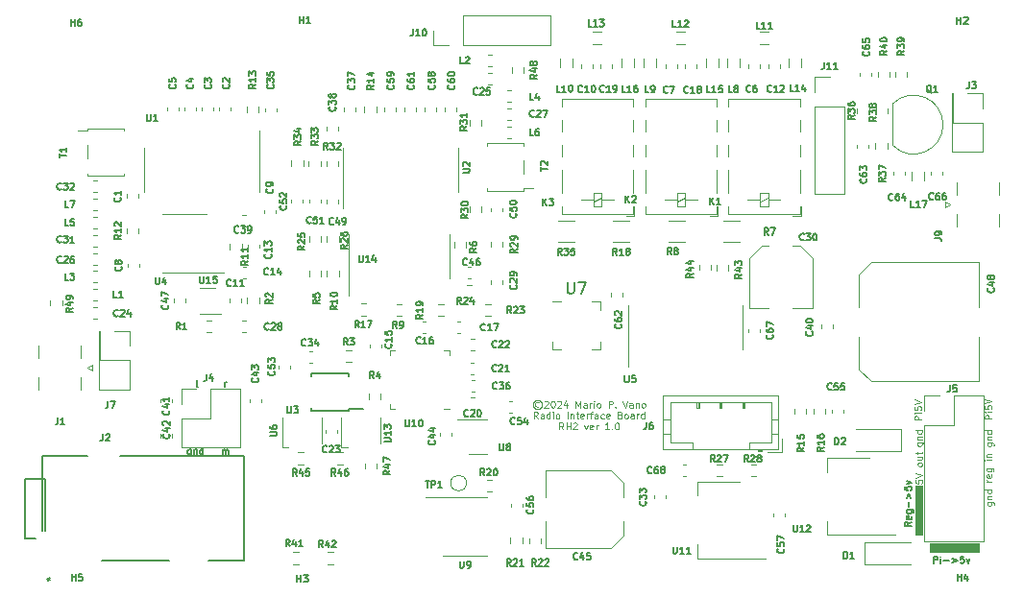
<source format=gto>
G04 #@! TF.GenerationSoftware,KiCad,Pcbnew,7.0.10*
G04 #@! TF.CreationDate,2024-02-06T16:41:22-06:00*
G04 #@! TF.ProjectId,radiohead,72616469-6f68-4656-9164-2e6b69636164,2.0*
G04 #@! TF.SameCoordinates,Original*
G04 #@! TF.FileFunction,Legend,Top*
G04 #@! TF.FilePolarity,Positive*
%FSLAX46Y46*%
G04 Gerber Fmt 4.6, Leading zero omitted, Abs format (unit mm)*
G04 Created by KiCad (PCBNEW 7.0.10) date 2024-02-06 16:41:22*
%MOMM*%
%LPD*%
G01*
G04 APERTURE LIST*
%ADD10C,0.100000*%
%ADD11C,0.125000*%
%ADD12C,0.150000*%
%ADD13C,0.120000*%
%ADD14C,0.152400*%
G04 APERTURE END LIST*
D10*
X158140400Y-146558000D02*
X157480000Y-146558000D01*
X157480000Y-142240000D01*
X158140400Y-142240000D01*
X158140400Y-146558000D01*
G36*
X158140400Y-146558000D02*
G01*
X157480000Y-146558000D01*
X157480000Y-142240000D01*
X158140400Y-142240000D01*
X158140400Y-146558000D01*
G37*
X163068000Y-148082000D02*
X158750000Y-148082000D01*
X158750000Y-147320000D01*
X163068000Y-147320000D01*
X163068000Y-148082000D01*
G36*
X163068000Y-148082000D02*
G01*
X158750000Y-148082000D01*
X158750000Y-147320000D01*
X163068000Y-147320000D01*
X163068000Y-148082000D01*
G37*
D11*
X157681071Y-138472285D02*
X158166785Y-138472285D01*
X158166785Y-138472285D02*
X158223928Y-138500856D01*
X158223928Y-138500856D02*
X158252500Y-138529427D01*
X158252500Y-138529427D02*
X158281071Y-138586570D01*
X158281071Y-138586570D02*
X158281071Y-138672285D01*
X158281071Y-138672285D02*
X158252500Y-138729427D01*
X158052500Y-138472285D02*
X158081071Y-138529427D01*
X158081071Y-138529427D02*
X158081071Y-138643713D01*
X158081071Y-138643713D02*
X158052500Y-138700856D01*
X158052500Y-138700856D02*
X158023928Y-138729427D01*
X158023928Y-138729427D02*
X157966785Y-138757999D01*
X157966785Y-138757999D02*
X157795357Y-138757999D01*
X157795357Y-138757999D02*
X157738214Y-138729427D01*
X157738214Y-138729427D02*
X157709642Y-138700856D01*
X157709642Y-138700856D02*
X157681071Y-138643713D01*
X157681071Y-138643713D02*
X157681071Y-138529427D01*
X157681071Y-138529427D02*
X157709642Y-138472285D01*
X157681071Y-138186570D02*
X158081071Y-138186570D01*
X157738214Y-138186570D02*
X157709642Y-138157999D01*
X157709642Y-138157999D02*
X157681071Y-138100856D01*
X157681071Y-138100856D02*
X157681071Y-138015142D01*
X157681071Y-138015142D02*
X157709642Y-137957999D01*
X157709642Y-137957999D02*
X157766785Y-137929428D01*
X157766785Y-137929428D02*
X158081071Y-137929428D01*
X158081071Y-137386571D02*
X157481071Y-137386571D01*
X158052500Y-137386571D02*
X158081071Y-137443713D01*
X158081071Y-137443713D02*
X158081071Y-137557999D01*
X158081071Y-137557999D02*
X158052500Y-137615142D01*
X158052500Y-137615142D02*
X158023928Y-137643713D01*
X158023928Y-137643713D02*
X157966785Y-137672285D01*
X157966785Y-137672285D02*
X157795357Y-137672285D01*
X157795357Y-137672285D02*
X157738214Y-137643713D01*
X157738214Y-137643713D02*
X157709642Y-137615142D01*
X157709642Y-137615142D02*
X157681071Y-137557999D01*
X157681071Y-137557999D02*
X157681071Y-137443713D01*
X157681071Y-137443713D02*
X157709642Y-137386571D01*
X163841071Y-143712285D02*
X164326785Y-143712285D01*
X164326785Y-143712285D02*
X164383928Y-143740856D01*
X164383928Y-143740856D02*
X164412500Y-143769427D01*
X164412500Y-143769427D02*
X164441071Y-143826570D01*
X164441071Y-143826570D02*
X164441071Y-143912285D01*
X164441071Y-143912285D02*
X164412500Y-143969427D01*
X164212500Y-143712285D02*
X164241071Y-143769427D01*
X164241071Y-143769427D02*
X164241071Y-143883713D01*
X164241071Y-143883713D02*
X164212500Y-143940856D01*
X164212500Y-143940856D02*
X164183928Y-143969427D01*
X164183928Y-143969427D02*
X164126785Y-143997999D01*
X164126785Y-143997999D02*
X163955357Y-143997999D01*
X163955357Y-143997999D02*
X163898214Y-143969427D01*
X163898214Y-143969427D02*
X163869642Y-143940856D01*
X163869642Y-143940856D02*
X163841071Y-143883713D01*
X163841071Y-143883713D02*
X163841071Y-143769427D01*
X163841071Y-143769427D02*
X163869642Y-143712285D01*
X163841071Y-143426570D02*
X164241071Y-143426570D01*
X163898214Y-143426570D02*
X163869642Y-143397999D01*
X163869642Y-143397999D02*
X163841071Y-143340856D01*
X163841071Y-143340856D02*
X163841071Y-143255142D01*
X163841071Y-143255142D02*
X163869642Y-143197999D01*
X163869642Y-143197999D02*
X163926785Y-143169428D01*
X163926785Y-143169428D02*
X164241071Y-143169428D01*
X164241071Y-142626571D02*
X163641071Y-142626571D01*
X164212500Y-142626571D02*
X164241071Y-142683713D01*
X164241071Y-142683713D02*
X164241071Y-142797999D01*
X164241071Y-142797999D02*
X164212500Y-142855142D01*
X164212500Y-142855142D02*
X164183928Y-142883713D01*
X164183928Y-142883713D02*
X164126785Y-142912285D01*
X164126785Y-142912285D02*
X163955357Y-142912285D01*
X163955357Y-142912285D02*
X163898214Y-142883713D01*
X163898214Y-142883713D02*
X163869642Y-142855142D01*
X163869642Y-142855142D02*
X163841071Y-142797999D01*
X163841071Y-142797999D02*
X163841071Y-142683713D01*
X163841071Y-142683713D02*
X163869642Y-142626571D01*
X164191071Y-141882285D02*
X163791071Y-141882285D01*
X163905357Y-141882285D02*
X163848214Y-141853714D01*
X163848214Y-141853714D02*
X163819642Y-141825143D01*
X163819642Y-141825143D02*
X163791071Y-141768000D01*
X163791071Y-141768000D02*
X163791071Y-141710857D01*
X164162500Y-141282285D02*
X164191071Y-141339428D01*
X164191071Y-141339428D02*
X164191071Y-141453714D01*
X164191071Y-141453714D02*
X164162500Y-141510856D01*
X164162500Y-141510856D02*
X164105357Y-141539428D01*
X164105357Y-141539428D02*
X163876785Y-141539428D01*
X163876785Y-141539428D02*
X163819642Y-141510856D01*
X163819642Y-141510856D02*
X163791071Y-141453714D01*
X163791071Y-141453714D02*
X163791071Y-141339428D01*
X163791071Y-141339428D02*
X163819642Y-141282285D01*
X163819642Y-141282285D02*
X163876785Y-141253714D01*
X163876785Y-141253714D02*
X163933928Y-141253714D01*
X163933928Y-141253714D02*
X163991071Y-141539428D01*
X163791071Y-140739428D02*
X164276785Y-140739428D01*
X164276785Y-140739428D02*
X164333928Y-140767999D01*
X164333928Y-140767999D02*
X164362500Y-140796570D01*
X164362500Y-140796570D02*
X164391071Y-140853713D01*
X164391071Y-140853713D02*
X164391071Y-140939428D01*
X164391071Y-140939428D02*
X164362500Y-140996570D01*
X164162500Y-140739428D02*
X164191071Y-140796570D01*
X164191071Y-140796570D02*
X164191071Y-140910856D01*
X164191071Y-140910856D02*
X164162500Y-140967999D01*
X164162500Y-140967999D02*
X164133928Y-140996570D01*
X164133928Y-140996570D02*
X164076785Y-141025142D01*
X164076785Y-141025142D02*
X163905357Y-141025142D01*
X163905357Y-141025142D02*
X163848214Y-140996570D01*
X163848214Y-140996570D02*
X163819642Y-140967999D01*
X163819642Y-140967999D02*
X163791071Y-140910856D01*
X163791071Y-140910856D02*
X163791071Y-140796570D01*
X163791071Y-140796570D02*
X163819642Y-140739428D01*
X164191071Y-139996570D02*
X163791071Y-139996570D01*
X163591071Y-139996570D02*
X163619642Y-140025142D01*
X163619642Y-140025142D02*
X163648214Y-139996570D01*
X163648214Y-139996570D02*
X163619642Y-139967999D01*
X163619642Y-139967999D02*
X163591071Y-139996570D01*
X163591071Y-139996570D02*
X163648214Y-139996570D01*
X163791071Y-139710856D02*
X164191071Y-139710856D01*
X163848214Y-139710856D02*
X163819642Y-139682285D01*
X163819642Y-139682285D02*
X163791071Y-139625142D01*
X163791071Y-139625142D02*
X163791071Y-139539428D01*
X163791071Y-139539428D02*
X163819642Y-139482285D01*
X163819642Y-139482285D02*
X163876785Y-139453714D01*
X163876785Y-139453714D02*
X164191071Y-139453714D01*
X157501071Y-141755142D02*
X157501071Y-142040856D01*
X157501071Y-142040856D02*
X157786785Y-142069428D01*
X157786785Y-142069428D02*
X157758214Y-142040856D01*
X157758214Y-142040856D02*
X157729642Y-141983714D01*
X157729642Y-141983714D02*
X157729642Y-141840856D01*
X157729642Y-141840856D02*
X157758214Y-141783714D01*
X157758214Y-141783714D02*
X157786785Y-141755142D01*
X157786785Y-141755142D02*
X157843928Y-141726571D01*
X157843928Y-141726571D02*
X157986785Y-141726571D01*
X157986785Y-141726571D02*
X158043928Y-141755142D01*
X158043928Y-141755142D02*
X158072500Y-141783714D01*
X158072500Y-141783714D02*
X158101071Y-141840856D01*
X158101071Y-141840856D02*
X158101071Y-141983714D01*
X158101071Y-141983714D02*
X158072500Y-142040856D01*
X158072500Y-142040856D02*
X158043928Y-142069428D01*
X157501071Y-141555142D02*
X158101071Y-141355142D01*
X158101071Y-141355142D02*
X157501071Y-141155142D01*
X158101071Y-140412284D02*
X158072500Y-140469427D01*
X158072500Y-140469427D02*
X158043928Y-140497998D01*
X158043928Y-140497998D02*
X157986785Y-140526570D01*
X157986785Y-140526570D02*
X157815357Y-140526570D01*
X157815357Y-140526570D02*
X157758214Y-140497998D01*
X157758214Y-140497998D02*
X157729642Y-140469427D01*
X157729642Y-140469427D02*
X157701071Y-140412284D01*
X157701071Y-140412284D02*
X157701071Y-140326570D01*
X157701071Y-140326570D02*
X157729642Y-140269427D01*
X157729642Y-140269427D02*
X157758214Y-140240856D01*
X157758214Y-140240856D02*
X157815357Y-140212284D01*
X157815357Y-140212284D02*
X157986785Y-140212284D01*
X157986785Y-140212284D02*
X158043928Y-140240856D01*
X158043928Y-140240856D02*
X158072500Y-140269427D01*
X158072500Y-140269427D02*
X158101071Y-140326570D01*
X158101071Y-140326570D02*
X158101071Y-140412284D01*
X157701071Y-139697999D02*
X158101071Y-139697999D01*
X157701071Y-139955141D02*
X158015357Y-139955141D01*
X158015357Y-139955141D02*
X158072500Y-139926570D01*
X158072500Y-139926570D02*
X158101071Y-139869427D01*
X158101071Y-139869427D02*
X158101071Y-139783713D01*
X158101071Y-139783713D02*
X158072500Y-139726570D01*
X158072500Y-139726570D02*
X158043928Y-139697999D01*
X157701071Y-139497999D02*
X157701071Y-139269427D01*
X157501071Y-139412284D02*
X158015357Y-139412284D01*
X158015357Y-139412284D02*
X158072500Y-139383713D01*
X158072500Y-139383713D02*
X158101071Y-139326570D01*
X158101071Y-139326570D02*
X158101071Y-139269427D01*
X164241071Y-136370856D02*
X163641071Y-136370856D01*
X163641071Y-136370856D02*
X163641071Y-136142285D01*
X163641071Y-136142285D02*
X163669642Y-136085142D01*
X163669642Y-136085142D02*
X163698214Y-136056571D01*
X163698214Y-136056571D02*
X163755357Y-136027999D01*
X163755357Y-136027999D02*
X163841071Y-136027999D01*
X163841071Y-136027999D02*
X163898214Y-136056571D01*
X163898214Y-136056571D02*
X163926785Y-136085142D01*
X163926785Y-136085142D02*
X163955357Y-136142285D01*
X163955357Y-136142285D02*
X163955357Y-136370856D01*
X164241071Y-135770856D02*
X163841071Y-135770856D01*
X163641071Y-135770856D02*
X163669642Y-135799428D01*
X163669642Y-135799428D02*
X163698214Y-135770856D01*
X163698214Y-135770856D02*
X163669642Y-135742285D01*
X163669642Y-135742285D02*
X163641071Y-135770856D01*
X163641071Y-135770856D02*
X163698214Y-135770856D01*
X163641071Y-135199428D02*
X163641071Y-135485142D01*
X163641071Y-135485142D02*
X163926785Y-135513714D01*
X163926785Y-135513714D02*
X163898214Y-135485142D01*
X163898214Y-135485142D02*
X163869642Y-135428000D01*
X163869642Y-135428000D02*
X163869642Y-135285142D01*
X163869642Y-135285142D02*
X163898214Y-135228000D01*
X163898214Y-135228000D02*
X163926785Y-135199428D01*
X163926785Y-135199428D02*
X163983928Y-135170857D01*
X163983928Y-135170857D02*
X164126785Y-135170857D01*
X164126785Y-135170857D02*
X164183928Y-135199428D01*
X164183928Y-135199428D02*
X164212500Y-135228000D01*
X164212500Y-135228000D02*
X164241071Y-135285142D01*
X164241071Y-135285142D02*
X164241071Y-135428000D01*
X164241071Y-135428000D02*
X164212500Y-135485142D01*
X164212500Y-135485142D02*
X164183928Y-135513714D01*
X163641071Y-134999428D02*
X164241071Y-134799428D01*
X164241071Y-134799428D02*
X163641071Y-134599428D01*
X158021071Y-136450856D02*
X157421071Y-136450856D01*
X157421071Y-136450856D02*
X157421071Y-136222285D01*
X157421071Y-136222285D02*
X157449642Y-136165142D01*
X157449642Y-136165142D02*
X157478214Y-136136571D01*
X157478214Y-136136571D02*
X157535357Y-136107999D01*
X157535357Y-136107999D02*
X157621071Y-136107999D01*
X157621071Y-136107999D02*
X157678214Y-136136571D01*
X157678214Y-136136571D02*
X157706785Y-136165142D01*
X157706785Y-136165142D02*
X157735357Y-136222285D01*
X157735357Y-136222285D02*
X157735357Y-136450856D01*
X158021071Y-135850856D02*
X157621071Y-135850856D01*
X157421071Y-135850856D02*
X157449642Y-135879428D01*
X157449642Y-135879428D02*
X157478214Y-135850856D01*
X157478214Y-135850856D02*
X157449642Y-135822285D01*
X157449642Y-135822285D02*
X157421071Y-135850856D01*
X157421071Y-135850856D02*
X157478214Y-135850856D01*
X157421071Y-135279428D02*
X157421071Y-135565142D01*
X157421071Y-135565142D02*
X157706785Y-135593714D01*
X157706785Y-135593714D02*
X157678214Y-135565142D01*
X157678214Y-135565142D02*
X157649642Y-135508000D01*
X157649642Y-135508000D02*
X157649642Y-135365142D01*
X157649642Y-135365142D02*
X157678214Y-135308000D01*
X157678214Y-135308000D02*
X157706785Y-135279428D01*
X157706785Y-135279428D02*
X157763928Y-135250857D01*
X157763928Y-135250857D02*
X157906785Y-135250857D01*
X157906785Y-135250857D02*
X157963928Y-135279428D01*
X157963928Y-135279428D02*
X157992500Y-135308000D01*
X157992500Y-135308000D02*
X158021071Y-135365142D01*
X158021071Y-135365142D02*
X158021071Y-135508000D01*
X158021071Y-135508000D02*
X157992500Y-135565142D01*
X157992500Y-135565142D02*
X157963928Y-135593714D01*
X157421071Y-135079428D02*
X158021071Y-134879428D01*
X158021071Y-134879428D02*
X157421071Y-134679428D01*
X124293542Y-134914728D02*
X124236399Y-134886157D01*
X124236399Y-134886157D02*
X124122113Y-134886157D01*
X124122113Y-134886157D02*
X124064971Y-134914728D01*
X124064971Y-134914728D02*
X124007828Y-134971871D01*
X124007828Y-134971871D02*
X123979256Y-135029014D01*
X123979256Y-135029014D02*
X123979256Y-135143300D01*
X123979256Y-135143300D02*
X124007828Y-135200442D01*
X124007828Y-135200442D02*
X124064971Y-135257585D01*
X124064971Y-135257585D02*
X124122113Y-135286157D01*
X124122113Y-135286157D02*
X124236399Y-135286157D01*
X124236399Y-135286157D02*
X124293542Y-135257585D01*
X124179256Y-134686157D02*
X124036399Y-134714728D01*
X124036399Y-134714728D02*
X123893542Y-134800442D01*
X123893542Y-134800442D02*
X123807828Y-134943300D01*
X123807828Y-134943300D02*
X123779256Y-135086157D01*
X123779256Y-135086157D02*
X123807828Y-135229014D01*
X123807828Y-135229014D02*
X123893542Y-135371871D01*
X123893542Y-135371871D02*
X124036399Y-135457585D01*
X124036399Y-135457585D02*
X124179256Y-135486157D01*
X124179256Y-135486157D02*
X124322113Y-135457585D01*
X124322113Y-135457585D02*
X124464971Y-135371871D01*
X124464971Y-135371871D02*
X124550685Y-135229014D01*
X124550685Y-135229014D02*
X124579256Y-135086157D01*
X124579256Y-135086157D02*
X124550685Y-134943300D01*
X124550685Y-134943300D02*
X124464971Y-134800442D01*
X124464971Y-134800442D02*
X124322113Y-134714728D01*
X124322113Y-134714728D02*
X124179256Y-134686157D01*
X124807827Y-134829014D02*
X124836399Y-134800442D01*
X124836399Y-134800442D02*
X124893542Y-134771871D01*
X124893542Y-134771871D02*
X125036399Y-134771871D01*
X125036399Y-134771871D02*
X125093542Y-134800442D01*
X125093542Y-134800442D02*
X125122113Y-134829014D01*
X125122113Y-134829014D02*
X125150684Y-134886157D01*
X125150684Y-134886157D02*
X125150684Y-134943300D01*
X125150684Y-134943300D02*
X125122113Y-135029014D01*
X125122113Y-135029014D02*
X124779256Y-135371871D01*
X124779256Y-135371871D02*
X125150684Y-135371871D01*
X125522113Y-134771871D02*
X125579256Y-134771871D01*
X125579256Y-134771871D02*
X125636399Y-134800442D01*
X125636399Y-134800442D02*
X125664971Y-134829014D01*
X125664971Y-134829014D02*
X125693542Y-134886157D01*
X125693542Y-134886157D02*
X125722113Y-135000442D01*
X125722113Y-135000442D02*
X125722113Y-135143300D01*
X125722113Y-135143300D02*
X125693542Y-135257585D01*
X125693542Y-135257585D02*
X125664971Y-135314728D01*
X125664971Y-135314728D02*
X125636399Y-135343300D01*
X125636399Y-135343300D02*
X125579256Y-135371871D01*
X125579256Y-135371871D02*
X125522113Y-135371871D01*
X125522113Y-135371871D02*
X125464971Y-135343300D01*
X125464971Y-135343300D02*
X125436399Y-135314728D01*
X125436399Y-135314728D02*
X125407828Y-135257585D01*
X125407828Y-135257585D02*
X125379256Y-135143300D01*
X125379256Y-135143300D02*
X125379256Y-135000442D01*
X125379256Y-135000442D02*
X125407828Y-134886157D01*
X125407828Y-134886157D02*
X125436399Y-134829014D01*
X125436399Y-134829014D02*
X125464971Y-134800442D01*
X125464971Y-134800442D02*
X125522113Y-134771871D01*
X125950685Y-134829014D02*
X125979257Y-134800442D01*
X125979257Y-134800442D02*
X126036400Y-134771871D01*
X126036400Y-134771871D02*
X126179257Y-134771871D01*
X126179257Y-134771871D02*
X126236400Y-134800442D01*
X126236400Y-134800442D02*
X126264971Y-134829014D01*
X126264971Y-134829014D02*
X126293542Y-134886157D01*
X126293542Y-134886157D02*
X126293542Y-134943300D01*
X126293542Y-134943300D02*
X126264971Y-135029014D01*
X126264971Y-135029014D02*
X125922114Y-135371871D01*
X125922114Y-135371871D02*
X126293542Y-135371871D01*
X126807829Y-134971871D02*
X126807829Y-135371871D01*
X126664971Y-134743300D02*
X126522114Y-135171871D01*
X126522114Y-135171871D02*
X126893543Y-135171871D01*
X127579258Y-135371871D02*
X127579258Y-134771871D01*
X127579258Y-134771871D02*
X127779258Y-135200442D01*
X127779258Y-135200442D02*
X127979258Y-134771871D01*
X127979258Y-134771871D02*
X127979258Y-135371871D01*
X128522115Y-135371871D02*
X128522115Y-135057585D01*
X128522115Y-135057585D02*
X128493543Y-135000442D01*
X128493543Y-135000442D02*
X128436400Y-134971871D01*
X128436400Y-134971871D02*
X128322115Y-134971871D01*
X128322115Y-134971871D02*
X128264972Y-135000442D01*
X128522115Y-135343300D02*
X128464972Y-135371871D01*
X128464972Y-135371871D02*
X128322115Y-135371871D01*
X128322115Y-135371871D02*
X128264972Y-135343300D01*
X128264972Y-135343300D02*
X128236400Y-135286157D01*
X128236400Y-135286157D02*
X128236400Y-135229014D01*
X128236400Y-135229014D02*
X128264972Y-135171871D01*
X128264972Y-135171871D02*
X128322115Y-135143300D01*
X128322115Y-135143300D02*
X128464972Y-135143300D01*
X128464972Y-135143300D02*
X128522115Y-135114728D01*
X128807829Y-135371871D02*
X128807829Y-134971871D01*
X128807829Y-135086157D02*
X128836400Y-135029014D01*
X128836400Y-135029014D02*
X128864972Y-135000442D01*
X128864972Y-135000442D02*
X128922114Y-134971871D01*
X128922114Y-134971871D02*
X128979257Y-134971871D01*
X129179258Y-135371871D02*
X129179258Y-134971871D01*
X129179258Y-134771871D02*
X129150686Y-134800442D01*
X129150686Y-134800442D02*
X129179258Y-134829014D01*
X129179258Y-134829014D02*
X129207829Y-134800442D01*
X129207829Y-134800442D02*
X129179258Y-134771871D01*
X129179258Y-134771871D02*
X129179258Y-134829014D01*
X129550686Y-135371871D02*
X129493543Y-135343300D01*
X129493543Y-135343300D02*
X129464972Y-135314728D01*
X129464972Y-135314728D02*
X129436400Y-135257585D01*
X129436400Y-135257585D02*
X129436400Y-135086157D01*
X129436400Y-135086157D02*
X129464972Y-135029014D01*
X129464972Y-135029014D02*
X129493543Y-135000442D01*
X129493543Y-135000442D02*
X129550686Y-134971871D01*
X129550686Y-134971871D02*
X129636400Y-134971871D01*
X129636400Y-134971871D02*
X129693543Y-135000442D01*
X129693543Y-135000442D02*
X129722115Y-135029014D01*
X129722115Y-135029014D02*
X129750686Y-135086157D01*
X129750686Y-135086157D02*
X129750686Y-135257585D01*
X129750686Y-135257585D02*
X129722115Y-135314728D01*
X129722115Y-135314728D02*
X129693543Y-135343300D01*
X129693543Y-135343300D02*
X129636400Y-135371871D01*
X129636400Y-135371871D02*
X129550686Y-135371871D01*
X130464972Y-135371871D02*
X130464972Y-134771871D01*
X130464972Y-134771871D02*
X130693543Y-134771871D01*
X130693543Y-134771871D02*
X130750686Y-134800442D01*
X130750686Y-134800442D02*
X130779257Y-134829014D01*
X130779257Y-134829014D02*
X130807829Y-134886157D01*
X130807829Y-134886157D02*
X130807829Y-134971871D01*
X130807829Y-134971871D02*
X130779257Y-135029014D01*
X130779257Y-135029014D02*
X130750686Y-135057585D01*
X130750686Y-135057585D02*
X130693543Y-135086157D01*
X130693543Y-135086157D02*
X130464972Y-135086157D01*
X131064972Y-135314728D02*
X131093543Y-135343300D01*
X131093543Y-135343300D02*
X131064972Y-135371871D01*
X131064972Y-135371871D02*
X131036400Y-135343300D01*
X131036400Y-135343300D02*
X131064972Y-135314728D01*
X131064972Y-135314728D02*
X131064972Y-135371871D01*
X131722114Y-134771871D02*
X131922114Y-135371871D01*
X131922114Y-135371871D02*
X132122114Y-134771871D01*
X132579258Y-135371871D02*
X132579258Y-135057585D01*
X132579258Y-135057585D02*
X132550686Y-135000442D01*
X132550686Y-135000442D02*
X132493543Y-134971871D01*
X132493543Y-134971871D02*
X132379258Y-134971871D01*
X132379258Y-134971871D02*
X132322115Y-135000442D01*
X132579258Y-135343300D02*
X132522115Y-135371871D01*
X132522115Y-135371871D02*
X132379258Y-135371871D01*
X132379258Y-135371871D02*
X132322115Y-135343300D01*
X132322115Y-135343300D02*
X132293543Y-135286157D01*
X132293543Y-135286157D02*
X132293543Y-135229014D01*
X132293543Y-135229014D02*
X132322115Y-135171871D01*
X132322115Y-135171871D02*
X132379258Y-135143300D01*
X132379258Y-135143300D02*
X132522115Y-135143300D01*
X132522115Y-135143300D02*
X132579258Y-135114728D01*
X132864972Y-134971871D02*
X132864972Y-135371871D01*
X132864972Y-135029014D02*
X132893543Y-135000442D01*
X132893543Y-135000442D02*
X132950686Y-134971871D01*
X132950686Y-134971871D02*
X133036400Y-134971871D01*
X133036400Y-134971871D02*
X133093543Y-135000442D01*
X133093543Y-135000442D02*
X133122115Y-135057585D01*
X133122115Y-135057585D02*
X133122115Y-135371871D01*
X133493543Y-135371871D02*
X133436400Y-135343300D01*
X133436400Y-135343300D02*
X133407829Y-135314728D01*
X133407829Y-135314728D02*
X133379257Y-135257585D01*
X133379257Y-135257585D02*
X133379257Y-135086157D01*
X133379257Y-135086157D02*
X133407829Y-135029014D01*
X133407829Y-135029014D02*
X133436400Y-135000442D01*
X133436400Y-135000442D02*
X133493543Y-134971871D01*
X133493543Y-134971871D02*
X133579257Y-134971871D01*
X133579257Y-134971871D02*
X133636400Y-135000442D01*
X133636400Y-135000442D02*
X133664972Y-135029014D01*
X133664972Y-135029014D02*
X133693543Y-135086157D01*
X133693543Y-135086157D02*
X133693543Y-135257585D01*
X133693543Y-135257585D02*
X133664972Y-135314728D01*
X133664972Y-135314728D02*
X133636400Y-135343300D01*
X133636400Y-135343300D02*
X133579257Y-135371871D01*
X133579257Y-135371871D02*
X133493543Y-135371871D01*
X124222114Y-136337871D02*
X124022114Y-136052157D01*
X123879257Y-136337871D02*
X123879257Y-135737871D01*
X123879257Y-135737871D02*
X124107828Y-135737871D01*
X124107828Y-135737871D02*
X124164971Y-135766442D01*
X124164971Y-135766442D02*
X124193542Y-135795014D01*
X124193542Y-135795014D02*
X124222114Y-135852157D01*
X124222114Y-135852157D02*
X124222114Y-135937871D01*
X124222114Y-135937871D02*
X124193542Y-135995014D01*
X124193542Y-135995014D02*
X124164971Y-136023585D01*
X124164971Y-136023585D02*
X124107828Y-136052157D01*
X124107828Y-136052157D02*
X123879257Y-136052157D01*
X124736400Y-136337871D02*
X124736400Y-136023585D01*
X124736400Y-136023585D02*
X124707828Y-135966442D01*
X124707828Y-135966442D02*
X124650685Y-135937871D01*
X124650685Y-135937871D02*
X124536400Y-135937871D01*
X124536400Y-135937871D02*
X124479257Y-135966442D01*
X124736400Y-136309300D02*
X124679257Y-136337871D01*
X124679257Y-136337871D02*
X124536400Y-136337871D01*
X124536400Y-136337871D02*
X124479257Y-136309300D01*
X124479257Y-136309300D02*
X124450685Y-136252157D01*
X124450685Y-136252157D02*
X124450685Y-136195014D01*
X124450685Y-136195014D02*
X124479257Y-136137871D01*
X124479257Y-136137871D02*
X124536400Y-136109300D01*
X124536400Y-136109300D02*
X124679257Y-136109300D01*
X124679257Y-136109300D02*
X124736400Y-136080728D01*
X125279257Y-136337871D02*
X125279257Y-135737871D01*
X125279257Y-136309300D02*
X125222114Y-136337871D01*
X125222114Y-136337871D02*
X125107828Y-136337871D01*
X125107828Y-136337871D02*
X125050685Y-136309300D01*
X125050685Y-136309300D02*
X125022114Y-136280728D01*
X125022114Y-136280728D02*
X124993542Y-136223585D01*
X124993542Y-136223585D02*
X124993542Y-136052157D01*
X124993542Y-136052157D02*
X125022114Y-135995014D01*
X125022114Y-135995014D02*
X125050685Y-135966442D01*
X125050685Y-135966442D02*
X125107828Y-135937871D01*
X125107828Y-135937871D02*
X125222114Y-135937871D01*
X125222114Y-135937871D02*
X125279257Y-135966442D01*
X125564971Y-136337871D02*
X125564971Y-135937871D01*
X125564971Y-135737871D02*
X125536399Y-135766442D01*
X125536399Y-135766442D02*
X125564971Y-135795014D01*
X125564971Y-135795014D02*
X125593542Y-135766442D01*
X125593542Y-135766442D02*
X125564971Y-135737871D01*
X125564971Y-135737871D02*
X125564971Y-135795014D01*
X125936399Y-136337871D02*
X125879256Y-136309300D01*
X125879256Y-136309300D02*
X125850685Y-136280728D01*
X125850685Y-136280728D02*
X125822113Y-136223585D01*
X125822113Y-136223585D02*
X125822113Y-136052157D01*
X125822113Y-136052157D02*
X125850685Y-135995014D01*
X125850685Y-135995014D02*
X125879256Y-135966442D01*
X125879256Y-135966442D02*
X125936399Y-135937871D01*
X125936399Y-135937871D02*
X126022113Y-135937871D01*
X126022113Y-135937871D02*
X126079256Y-135966442D01*
X126079256Y-135966442D02*
X126107828Y-135995014D01*
X126107828Y-135995014D02*
X126136399Y-136052157D01*
X126136399Y-136052157D02*
X126136399Y-136223585D01*
X126136399Y-136223585D02*
X126107828Y-136280728D01*
X126107828Y-136280728D02*
X126079256Y-136309300D01*
X126079256Y-136309300D02*
X126022113Y-136337871D01*
X126022113Y-136337871D02*
X125936399Y-136337871D01*
X126850685Y-136337871D02*
X126850685Y-135737871D01*
X127136399Y-135937871D02*
X127136399Y-136337871D01*
X127136399Y-135995014D02*
X127164970Y-135966442D01*
X127164970Y-135966442D02*
X127222113Y-135937871D01*
X127222113Y-135937871D02*
X127307827Y-135937871D01*
X127307827Y-135937871D02*
X127364970Y-135966442D01*
X127364970Y-135966442D02*
X127393542Y-136023585D01*
X127393542Y-136023585D02*
X127393542Y-136337871D01*
X127593541Y-135937871D02*
X127822113Y-135937871D01*
X127679256Y-135737871D02*
X127679256Y-136252157D01*
X127679256Y-136252157D02*
X127707827Y-136309300D01*
X127707827Y-136309300D02*
X127764970Y-136337871D01*
X127764970Y-136337871D02*
X127822113Y-136337871D01*
X128250684Y-136309300D02*
X128193541Y-136337871D01*
X128193541Y-136337871D02*
X128079256Y-136337871D01*
X128079256Y-136337871D02*
X128022113Y-136309300D01*
X128022113Y-136309300D02*
X127993541Y-136252157D01*
X127993541Y-136252157D02*
X127993541Y-136023585D01*
X127993541Y-136023585D02*
X128022113Y-135966442D01*
X128022113Y-135966442D02*
X128079256Y-135937871D01*
X128079256Y-135937871D02*
X128193541Y-135937871D01*
X128193541Y-135937871D02*
X128250684Y-135966442D01*
X128250684Y-135966442D02*
X128279256Y-136023585D01*
X128279256Y-136023585D02*
X128279256Y-136080728D01*
X128279256Y-136080728D02*
X127993541Y-136137871D01*
X128536399Y-136337871D02*
X128536399Y-135937871D01*
X128536399Y-136052157D02*
X128564970Y-135995014D01*
X128564970Y-135995014D02*
X128593542Y-135966442D01*
X128593542Y-135966442D02*
X128650684Y-135937871D01*
X128650684Y-135937871D02*
X128707827Y-135937871D01*
X128822113Y-135937871D02*
X129050685Y-135937871D01*
X128907828Y-136337871D02*
X128907828Y-135823585D01*
X128907828Y-135823585D02*
X128936399Y-135766442D01*
X128936399Y-135766442D02*
X128993542Y-135737871D01*
X128993542Y-135737871D02*
X129050685Y-135737871D01*
X129507828Y-136337871D02*
X129507828Y-136023585D01*
X129507828Y-136023585D02*
X129479256Y-135966442D01*
X129479256Y-135966442D02*
X129422113Y-135937871D01*
X129422113Y-135937871D02*
X129307828Y-135937871D01*
X129307828Y-135937871D02*
X129250685Y-135966442D01*
X129507828Y-136309300D02*
X129450685Y-136337871D01*
X129450685Y-136337871D02*
X129307828Y-136337871D01*
X129307828Y-136337871D02*
X129250685Y-136309300D01*
X129250685Y-136309300D02*
X129222113Y-136252157D01*
X129222113Y-136252157D02*
X129222113Y-136195014D01*
X129222113Y-136195014D02*
X129250685Y-136137871D01*
X129250685Y-136137871D02*
X129307828Y-136109300D01*
X129307828Y-136109300D02*
X129450685Y-136109300D01*
X129450685Y-136109300D02*
X129507828Y-136080728D01*
X130050685Y-136309300D02*
X129993542Y-136337871D01*
X129993542Y-136337871D02*
X129879256Y-136337871D01*
X129879256Y-136337871D02*
X129822113Y-136309300D01*
X129822113Y-136309300D02*
X129793542Y-136280728D01*
X129793542Y-136280728D02*
X129764970Y-136223585D01*
X129764970Y-136223585D02*
X129764970Y-136052157D01*
X129764970Y-136052157D02*
X129793542Y-135995014D01*
X129793542Y-135995014D02*
X129822113Y-135966442D01*
X129822113Y-135966442D02*
X129879256Y-135937871D01*
X129879256Y-135937871D02*
X129993542Y-135937871D01*
X129993542Y-135937871D02*
X130050685Y-135966442D01*
X130536399Y-136309300D02*
X130479256Y-136337871D01*
X130479256Y-136337871D02*
X130364971Y-136337871D01*
X130364971Y-136337871D02*
X130307828Y-136309300D01*
X130307828Y-136309300D02*
X130279256Y-136252157D01*
X130279256Y-136252157D02*
X130279256Y-136023585D01*
X130279256Y-136023585D02*
X130307828Y-135966442D01*
X130307828Y-135966442D02*
X130364971Y-135937871D01*
X130364971Y-135937871D02*
X130479256Y-135937871D01*
X130479256Y-135937871D02*
X130536399Y-135966442D01*
X130536399Y-135966442D02*
X130564971Y-136023585D01*
X130564971Y-136023585D02*
X130564971Y-136080728D01*
X130564971Y-136080728D02*
X130279256Y-136137871D01*
X131479257Y-136023585D02*
X131564971Y-136052157D01*
X131564971Y-136052157D02*
X131593542Y-136080728D01*
X131593542Y-136080728D02*
X131622114Y-136137871D01*
X131622114Y-136137871D02*
X131622114Y-136223585D01*
X131622114Y-136223585D02*
X131593542Y-136280728D01*
X131593542Y-136280728D02*
X131564971Y-136309300D01*
X131564971Y-136309300D02*
X131507828Y-136337871D01*
X131507828Y-136337871D02*
X131279257Y-136337871D01*
X131279257Y-136337871D02*
X131279257Y-135737871D01*
X131279257Y-135737871D02*
X131479257Y-135737871D01*
X131479257Y-135737871D02*
X131536400Y-135766442D01*
X131536400Y-135766442D02*
X131564971Y-135795014D01*
X131564971Y-135795014D02*
X131593542Y-135852157D01*
X131593542Y-135852157D02*
X131593542Y-135909300D01*
X131593542Y-135909300D02*
X131564971Y-135966442D01*
X131564971Y-135966442D02*
X131536400Y-135995014D01*
X131536400Y-135995014D02*
X131479257Y-136023585D01*
X131479257Y-136023585D02*
X131279257Y-136023585D01*
X131964971Y-136337871D02*
X131907828Y-136309300D01*
X131907828Y-136309300D02*
X131879257Y-136280728D01*
X131879257Y-136280728D02*
X131850685Y-136223585D01*
X131850685Y-136223585D02*
X131850685Y-136052157D01*
X131850685Y-136052157D02*
X131879257Y-135995014D01*
X131879257Y-135995014D02*
X131907828Y-135966442D01*
X131907828Y-135966442D02*
X131964971Y-135937871D01*
X131964971Y-135937871D02*
X132050685Y-135937871D01*
X132050685Y-135937871D02*
X132107828Y-135966442D01*
X132107828Y-135966442D02*
X132136400Y-135995014D01*
X132136400Y-135995014D02*
X132164971Y-136052157D01*
X132164971Y-136052157D02*
X132164971Y-136223585D01*
X132164971Y-136223585D02*
X132136400Y-136280728D01*
X132136400Y-136280728D02*
X132107828Y-136309300D01*
X132107828Y-136309300D02*
X132050685Y-136337871D01*
X132050685Y-136337871D02*
X131964971Y-136337871D01*
X132679257Y-136337871D02*
X132679257Y-136023585D01*
X132679257Y-136023585D02*
X132650685Y-135966442D01*
X132650685Y-135966442D02*
X132593542Y-135937871D01*
X132593542Y-135937871D02*
X132479257Y-135937871D01*
X132479257Y-135937871D02*
X132422114Y-135966442D01*
X132679257Y-136309300D02*
X132622114Y-136337871D01*
X132622114Y-136337871D02*
X132479257Y-136337871D01*
X132479257Y-136337871D02*
X132422114Y-136309300D01*
X132422114Y-136309300D02*
X132393542Y-136252157D01*
X132393542Y-136252157D02*
X132393542Y-136195014D01*
X132393542Y-136195014D02*
X132422114Y-136137871D01*
X132422114Y-136137871D02*
X132479257Y-136109300D01*
X132479257Y-136109300D02*
X132622114Y-136109300D01*
X132622114Y-136109300D02*
X132679257Y-136080728D01*
X132964971Y-136337871D02*
X132964971Y-135937871D01*
X132964971Y-136052157D02*
X132993542Y-135995014D01*
X132993542Y-135995014D02*
X133022114Y-135966442D01*
X133022114Y-135966442D02*
X133079256Y-135937871D01*
X133079256Y-135937871D02*
X133136399Y-135937871D01*
X133593543Y-136337871D02*
X133593543Y-135737871D01*
X133593543Y-136309300D02*
X133536400Y-136337871D01*
X133536400Y-136337871D02*
X133422114Y-136337871D01*
X133422114Y-136337871D02*
X133364971Y-136309300D01*
X133364971Y-136309300D02*
X133336400Y-136280728D01*
X133336400Y-136280728D02*
X133307828Y-136223585D01*
X133307828Y-136223585D02*
X133307828Y-136052157D01*
X133307828Y-136052157D02*
X133336400Y-135995014D01*
X133336400Y-135995014D02*
X133364971Y-135966442D01*
X133364971Y-135966442D02*
X133422114Y-135937871D01*
X133422114Y-135937871D02*
X133536400Y-135937871D01*
X133536400Y-135937871D02*
X133593543Y-135966442D01*
X126479256Y-137303871D02*
X126279256Y-137018157D01*
X126136399Y-137303871D02*
X126136399Y-136703871D01*
X126136399Y-136703871D02*
X126364970Y-136703871D01*
X126364970Y-136703871D02*
X126422113Y-136732442D01*
X126422113Y-136732442D02*
X126450684Y-136761014D01*
X126450684Y-136761014D02*
X126479256Y-136818157D01*
X126479256Y-136818157D02*
X126479256Y-136903871D01*
X126479256Y-136903871D02*
X126450684Y-136961014D01*
X126450684Y-136961014D02*
X126422113Y-136989585D01*
X126422113Y-136989585D02*
X126364970Y-137018157D01*
X126364970Y-137018157D02*
X126136399Y-137018157D01*
X126736399Y-137303871D02*
X126736399Y-136703871D01*
X126736399Y-136989585D02*
X127079256Y-136989585D01*
X127079256Y-137303871D02*
X127079256Y-136703871D01*
X127336398Y-136761014D02*
X127364970Y-136732442D01*
X127364970Y-136732442D02*
X127422113Y-136703871D01*
X127422113Y-136703871D02*
X127564970Y-136703871D01*
X127564970Y-136703871D02*
X127622113Y-136732442D01*
X127622113Y-136732442D02*
X127650684Y-136761014D01*
X127650684Y-136761014D02*
X127679255Y-136818157D01*
X127679255Y-136818157D02*
X127679255Y-136875300D01*
X127679255Y-136875300D02*
X127650684Y-136961014D01*
X127650684Y-136961014D02*
X127307827Y-137303871D01*
X127307827Y-137303871D02*
X127679255Y-137303871D01*
X128336399Y-136903871D02*
X128479256Y-137303871D01*
X128479256Y-137303871D02*
X128622113Y-136903871D01*
X129079256Y-137275300D02*
X129022113Y-137303871D01*
X129022113Y-137303871D02*
X128907828Y-137303871D01*
X128907828Y-137303871D02*
X128850685Y-137275300D01*
X128850685Y-137275300D02*
X128822113Y-137218157D01*
X128822113Y-137218157D02*
X128822113Y-136989585D01*
X128822113Y-136989585D02*
X128850685Y-136932442D01*
X128850685Y-136932442D02*
X128907828Y-136903871D01*
X128907828Y-136903871D02*
X129022113Y-136903871D01*
X129022113Y-136903871D02*
X129079256Y-136932442D01*
X129079256Y-136932442D02*
X129107828Y-136989585D01*
X129107828Y-136989585D02*
X129107828Y-137046728D01*
X129107828Y-137046728D02*
X128822113Y-137103871D01*
X129364971Y-137303871D02*
X129364971Y-136903871D01*
X129364971Y-137018157D02*
X129393542Y-136961014D01*
X129393542Y-136961014D02*
X129422114Y-136932442D01*
X129422114Y-136932442D02*
X129479256Y-136903871D01*
X129479256Y-136903871D02*
X129536399Y-136903871D01*
X130507828Y-137303871D02*
X130164971Y-137303871D01*
X130336400Y-137303871D02*
X130336400Y-136703871D01*
X130336400Y-136703871D02*
X130279257Y-136789585D01*
X130279257Y-136789585D02*
X130222114Y-136846728D01*
X130222114Y-136846728D02*
X130164971Y-136875300D01*
X130764972Y-137246728D02*
X130793543Y-137275300D01*
X130793543Y-137275300D02*
X130764972Y-137303871D01*
X130764972Y-137303871D02*
X130736400Y-137275300D01*
X130736400Y-137275300D02*
X130764972Y-137246728D01*
X130764972Y-137246728D02*
X130764972Y-137303871D01*
X131164971Y-136703871D02*
X131222114Y-136703871D01*
X131222114Y-136703871D02*
X131279257Y-136732442D01*
X131279257Y-136732442D02*
X131307829Y-136761014D01*
X131307829Y-136761014D02*
X131336400Y-136818157D01*
X131336400Y-136818157D02*
X131364971Y-136932442D01*
X131364971Y-136932442D02*
X131364971Y-137075300D01*
X131364971Y-137075300D02*
X131336400Y-137189585D01*
X131336400Y-137189585D02*
X131307829Y-137246728D01*
X131307829Y-137246728D02*
X131279257Y-137275300D01*
X131279257Y-137275300D02*
X131222114Y-137303871D01*
X131222114Y-137303871D02*
X131164971Y-137303871D01*
X131164971Y-137303871D02*
X131107829Y-137275300D01*
X131107829Y-137275300D02*
X131079257Y-137246728D01*
X131079257Y-137246728D02*
X131050686Y-137189585D01*
X131050686Y-137189585D02*
X131022114Y-137075300D01*
X131022114Y-137075300D02*
X131022114Y-136932442D01*
X131022114Y-136932442D02*
X131050686Y-136818157D01*
X131050686Y-136818157D02*
X131079257Y-136761014D01*
X131079257Y-136761014D02*
X131107829Y-136732442D01*
X131107829Y-136732442D02*
X131164971Y-136703871D01*
D12*
X94241855Y-133531571D02*
X94184712Y-133503000D01*
X94184712Y-133503000D02*
X94156141Y-133445857D01*
X94156141Y-133445857D02*
X94156141Y-132931571D01*
X93638684Y-139068771D02*
X93638684Y-139554485D01*
X93638684Y-139554485D02*
X93610112Y-139611628D01*
X93610112Y-139611628D02*
X93581541Y-139640200D01*
X93581541Y-139640200D02*
X93524398Y-139668771D01*
X93524398Y-139668771D02*
X93438684Y-139668771D01*
X93438684Y-139668771D02*
X93381541Y-139640200D01*
X93638684Y-139440200D02*
X93581541Y-139468771D01*
X93581541Y-139468771D02*
X93467255Y-139468771D01*
X93467255Y-139468771D02*
X93410112Y-139440200D01*
X93410112Y-139440200D02*
X93381541Y-139411628D01*
X93381541Y-139411628D02*
X93352969Y-139354485D01*
X93352969Y-139354485D02*
X93352969Y-139183057D01*
X93352969Y-139183057D02*
X93381541Y-139125914D01*
X93381541Y-139125914D02*
X93410112Y-139097342D01*
X93410112Y-139097342D02*
X93467255Y-139068771D01*
X93467255Y-139068771D02*
X93581541Y-139068771D01*
X93581541Y-139068771D02*
X93638684Y-139097342D01*
X93924398Y-139068771D02*
X93924398Y-139468771D01*
X93924398Y-139125914D02*
X93952969Y-139097342D01*
X93952969Y-139097342D02*
X94010112Y-139068771D01*
X94010112Y-139068771D02*
X94095826Y-139068771D01*
X94095826Y-139068771D02*
X94152969Y-139097342D01*
X94152969Y-139097342D02*
X94181541Y-139154485D01*
X94181541Y-139154485D02*
X94181541Y-139468771D01*
X94724398Y-139468771D02*
X94724398Y-138868771D01*
X94724398Y-139440200D02*
X94667255Y-139468771D01*
X94667255Y-139468771D02*
X94552969Y-139468771D01*
X94552969Y-139468771D02*
X94495826Y-139440200D01*
X94495826Y-139440200D02*
X94467255Y-139411628D01*
X94467255Y-139411628D02*
X94438683Y-139354485D01*
X94438683Y-139354485D02*
X94438683Y-139183057D01*
X94438683Y-139183057D02*
X94467255Y-139125914D01*
X94467255Y-139125914D02*
X94495826Y-139097342D01*
X94495826Y-139097342D02*
X94552969Y-139068771D01*
X94552969Y-139068771D02*
X94667255Y-139068771D01*
X94667255Y-139068771D02*
X94724398Y-139097342D01*
X157159771Y-145437999D02*
X156874057Y-145637999D01*
X157159771Y-145780856D02*
X156559771Y-145780856D01*
X156559771Y-145780856D02*
X156559771Y-145552285D01*
X156559771Y-145552285D02*
X156588342Y-145495142D01*
X156588342Y-145495142D02*
X156616914Y-145466571D01*
X156616914Y-145466571D02*
X156674057Y-145437999D01*
X156674057Y-145437999D02*
X156759771Y-145437999D01*
X156759771Y-145437999D02*
X156816914Y-145466571D01*
X156816914Y-145466571D02*
X156845485Y-145495142D01*
X156845485Y-145495142D02*
X156874057Y-145552285D01*
X156874057Y-145552285D02*
X156874057Y-145780856D01*
X157131200Y-144952285D02*
X157159771Y-145009428D01*
X157159771Y-145009428D02*
X157159771Y-145123714D01*
X157159771Y-145123714D02*
X157131200Y-145180856D01*
X157131200Y-145180856D02*
X157074057Y-145209428D01*
X157074057Y-145209428D02*
X156845485Y-145209428D01*
X156845485Y-145209428D02*
X156788342Y-145180856D01*
X156788342Y-145180856D02*
X156759771Y-145123714D01*
X156759771Y-145123714D02*
X156759771Y-145009428D01*
X156759771Y-145009428D02*
X156788342Y-144952285D01*
X156788342Y-144952285D02*
X156845485Y-144923714D01*
X156845485Y-144923714D02*
X156902628Y-144923714D01*
X156902628Y-144923714D02*
X156959771Y-145209428D01*
X156759771Y-144409428D02*
X157245485Y-144409428D01*
X157245485Y-144409428D02*
X157302628Y-144437999D01*
X157302628Y-144437999D02*
X157331200Y-144466570D01*
X157331200Y-144466570D02*
X157359771Y-144523713D01*
X157359771Y-144523713D02*
X157359771Y-144609428D01*
X157359771Y-144609428D02*
X157331200Y-144666570D01*
X157131200Y-144409428D02*
X157159771Y-144466570D01*
X157159771Y-144466570D02*
X157159771Y-144580856D01*
X157159771Y-144580856D02*
X157131200Y-144637999D01*
X157131200Y-144637999D02*
X157102628Y-144666570D01*
X157102628Y-144666570D02*
X157045485Y-144695142D01*
X157045485Y-144695142D02*
X156874057Y-144695142D01*
X156874057Y-144695142D02*
X156816914Y-144666570D01*
X156816914Y-144666570D02*
X156788342Y-144637999D01*
X156788342Y-144637999D02*
X156759771Y-144580856D01*
X156759771Y-144580856D02*
X156759771Y-144466570D01*
X156759771Y-144466570D02*
X156788342Y-144409428D01*
X156931200Y-144123713D02*
X156931200Y-143666571D01*
X156759771Y-143380856D02*
X156931200Y-142923714D01*
X156931200Y-142923714D02*
X157102628Y-143380856D01*
X156559771Y-142352285D02*
X156559771Y-142637999D01*
X156559771Y-142637999D02*
X156845485Y-142666571D01*
X156845485Y-142666571D02*
X156816914Y-142637999D01*
X156816914Y-142637999D02*
X156788342Y-142580857D01*
X156788342Y-142580857D02*
X156788342Y-142437999D01*
X156788342Y-142437999D02*
X156816914Y-142380857D01*
X156816914Y-142380857D02*
X156845485Y-142352285D01*
X156845485Y-142352285D02*
X156902628Y-142323714D01*
X156902628Y-142323714D02*
X157045485Y-142323714D01*
X157045485Y-142323714D02*
X157102628Y-142352285D01*
X157102628Y-142352285D02*
X157131200Y-142380857D01*
X157131200Y-142380857D02*
X157159771Y-142437999D01*
X157159771Y-142437999D02*
X157159771Y-142580857D01*
X157159771Y-142580857D02*
X157131200Y-142637999D01*
X157131200Y-142637999D02*
X157102628Y-142666571D01*
X156759771Y-142123713D02*
X157159771Y-141980856D01*
X157159771Y-141980856D02*
X156759771Y-141837999D01*
X159122857Y-149097771D02*
X159122857Y-148497771D01*
X159122857Y-148497771D02*
X159351428Y-148497771D01*
X159351428Y-148497771D02*
X159408571Y-148526342D01*
X159408571Y-148526342D02*
X159437142Y-148554914D01*
X159437142Y-148554914D02*
X159465714Y-148612057D01*
X159465714Y-148612057D02*
X159465714Y-148697771D01*
X159465714Y-148697771D02*
X159437142Y-148754914D01*
X159437142Y-148754914D02*
X159408571Y-148783485D01*
X159408571Y-148783485D02*
X159351428Y-148812057D01*
X159351428Y-148812057D02*
X159122857Y-148812057D01*
X159722857Y-149097771D02*
X159722857Y-148697771D01*
X159722857Y-148497771D02*
X159694285Y-148526342D01*
X159694285Y-148526342D02*
X159722857Y-148554914D01*
X159722857Y-148554914D02*
X159751428Y-148526342D01*
X159751428Y-148526342D02*
X159722857Y-148497771D01*
X159722857Y-148497771D02*
X159722857Y-148554914D01*
X160008571Y-148869200D02*
X160465714Y-148869200D01*
X160751428Y-148697771D02*
X161208571Y-148869200D01*
X161208571Y-148869200D02*
X160751428Y-149040628D01*
X161779999Y-148497771D02*
X161494285Y-148497771D01*
X161494285Y-148497771D02*
X161465713Y-148783485D01*
X161465713Y-148783485D02*
X161494285Y-148754914D01*
X161494285Y-148754914D02*
X161551428Y-148726342D01*
X161551428Y-148726342D02*
X161694285Y-148726342D01*
X161694285Y-148726342D02*
X161751428Y-148754914D01*
X161751428Y-148754914D02*
X161779999Y-148783485D01*
X161779999Y-148783485D02*
X161808570Y-148840628D01*
X161808570Y-148840628D02*
X161808570Y-148983485D01*
X161808570Y-148983485D02*
X161779999Y-149040628D01*
X161779999Y-149040628D02*
X161751428Y-149069200D01*
X161751428Y-149069200D02*
X161694285Y-149097771D01*
X161694285Y-149097771D02*
X161551428Y-149097771D01*
X161551428Y-149097771D02*
X161494285Y-149069200D01*
X161494285Y-149069200D02*
X161465713Y-149040628D01*
X162008571Y-148697771D02*
X162151428Y-149097771D01*
X162151428Y-149097771D02*
X162294285Y-148697771D01*
X96431541Y-139478771D02*
X96431541Y-139078771D01*
X96431541Y-139135914D02*
X96460112Y-139107342D01*
X96460112Y-139107342D02*
X96517255Y-139078771D01*
X96517255Y-139078771D02*
X96602969Y-139078771D01*
X96602969Y-139078771D02*
X96660112Y-139107342D01*
X96660112Y-139107342D02*
X96688684Y-139164485D01*
X96688684Y-139164485D02*
X96688684Y-139478771D01*
X96688684Y-139164485D02*
X96717255Y-139107342D01*
X96717255Y-139107342D02*
X96774398Y-139078771D01*
X96774398Y-139078771D02*
X96860112Y-139078771D01*
X96860112Y-139078771D02*
X96917255Y-139107342D01*
X96917255Y-139107342D02*
X96945826Y-139164485D01*
X96945826Y-139164485D02*
X96945826Y-139478771D01*
X96631541Y-133518771D02*
X96631541Y-133118771D01*
X96631541Y-133233057D02*
X96660112Y-133175914D01*
X96660112Y-133175914D02*
X96688684Y-133147342D01*
X96688684Y-133147342D02*
X96745826Y-133118771D01*
X96745826Y-133118771D02*
X96802969Y-133118771D01*
D11*
X163831071Y-138472285D02*
X164316785Y-138472285D01*
X164316785Y-138472285D02*
X164373928Y-138500856D01*
X164373928Y-138500856D02*
X164402500Y-138529427D01*
X164402500Y-138529427D02*
X164431071Y-138586570D01*
X164431071Y-138586570D02*
X164431071Y-138672285D01*
X164431071Y-138672285D02*
X164402500Y-138729427D01*
X164202500Y-138472285D02*
X164231071Y-138529427D01*
X164231071Y-138529427D02*
X164231071Y-138643713D01*
X164231071Y-138643713D02*
X164202500Y-138700856D01*
X164202500Y-138700856D02*
X164173928Y-138729427D01*
X164173928Y-138729427D02*
X164116785Y-138757999D01*
X164116785Y-138757999D02*
X163945357Y-138757999D01*
X163945357Y-138757999D02*
X163888214Y-138729427D01*
X163888214Y-138729427D02*
X163859642Y-138700856D01*
X163859642Y-138700856D02*
X163831071Y-138643713D01*
X163831071Y-138643713D02*
X163831071Y-138529427D01*
X163831071Y-138529427D02*
X163859642Y-138472285D01*
X163831071Y-138186570D02*
X164231071Y-138186570D01*
X163888214Y-138186570D02*
X163859642Y-138157999D01*
X163859642Y-138157999D02*
X163831071Y-138100856D01*
X163831071Y-138100856D02*
X163831071Y-138015142D01*
X163831071Y-138015142D02*
X163859642Y-137957999D01*
X163859642Y-137957999D02*
X163916785Y-137929428D01*
X163916785Y-137929428D02*
X164231071Y-137929428D01*
X164231071Y-137386571D02*
X163631071Y-137386571D01*
X164202500Y-137386571D02*
X164231071Y-137443713D01*
X164231071Y-137443713D02*
X164231071Y-137557999D01*
X164231071Y-137557999D02*
X164202500Y-137615142D01*
X164202500Y-137615142D02*
X164173928Y-137643713D01*
X164173928Y-137643713D02*
X164116785Y-137672285D01*
X164116785Y-137672285D02*
X163945357Y-137672285D01*
X163945357Y-137672285D02*
X163888214Y-137643713D01*
X163888214Y-137643713D02*
X163859642Y-137615142D01*
X163859642Y-137615142D02*
X163831071Y-137557999D01*
X163831071Y-137557999D02*
X163831071Y-137443713D01*
X163831071Y-137443713D02*
X163859642Y-137386571D01*
D12*
X92275228Y-106866999D02*
X92303800Y-106895571D01*
X92303800Y-106895571D02*
X92332371Y-106981285D01*
X92332371Y-106981285D02*
X92332371Y-107038428D01*
X92332371Y-107038428D02*
X92303800Y-107124142D01*
X92303800Y-107124142D02*
X92246657Y-107181285D01*
X92246657Y-107181285D02*
X92189514Y-107209856D01*
X92189514Y-107209856D02*
X92075228Y-107238428D01*
X92075228Y-107238428D02*
X91989514Y-107238428D01*
X91989514Y-107238428D02*
X91875228Y-107209856D01*
X91875228Y-107209856D02*
X91818085Y-107181285D01*
X91818085Y-107181285D02*
X91760942Y-107124142D01*
X91760942Y-107124142D02*
X91732371Y-107038428D01*
X91732371Y-107038428D02*
X91732371Y-106981285D01*
X91732371Y-106981285D02*
X91760942Y-106895571D01*
X91760942Y-106895571D02*
X91789514Y-106866999D01*
X91732371Y-106324142D02*
X91732371Y-106609856D01*
X91732371Y-106609856D02*
X92018085Y-106638428D01*
X92018085Y-106638428D02*
X91989514Y-106609856D01*
X91989514Y-106609856D02*
X91960942Y-106552714D01*
X91960942Y-106552714D02*
X91960942Y-106409856D01*
X91960942Y-106409856D02*
X91989514Y-106352714D01*
X91989514Y-106352714D02*
X92018085Y-106324142D01*
X92018085Y-106324142D02*
X92075228Y-106295571D01*
X92075228Y-106295571D02*
X92218085Y-106295571D01*
X92218085Y-106295571D02*
X92275228Y-106324142D01*
X92275228Y-106324142D02*
X92303800Y-106352714D01*
X92303800Y-106352714D02*
X92332371Y-106409856D01*
X92332371Y-106409856D02*
X92332371Y-106552714D01*
X92332371Y-106552714D02*
X92303800Y-106609856D01*
X92303800Y-106609856D02*
X92275228Y-106638428D01*
X100830571Y-125829999D02*
X100544857Y-126029999D01*
X100830571Y-126172856D02*
X100230571Y-126172856D01*
X100230571Y-126172856D02*
X100230571Y-125944285D01*
X100230571Y-125944285D02*
X100259142Y-125887142D01*
X100259142Y-125887142D02*
X100287714Y-125858571D01*
X100287714Y-125858571D02*
X100344857Y-125829999D01*
X100344857Y-125829999D02*
X100430571Y-125829999D01*
X100430571Y-125829999D02*
X100487714Y-125858571D01*
X100487714Y-125858571D02*
X100516285Y-125887142D01*
X100516285Y-125887142D02*
X100544857Y-125944285D01*
X100544857Y-125944285D02*
X100544857Y-126172856D01*
X100287714Y-125601428D02*
X100259142Y-125572856D01*
X100259142Y-125572856D02*
X100230571Y-125515714D01*
X100230571Y-125515714D02*
X100230571Y-125372856D01*
X100230571Y-125372856D02*
X100259142Y-125315714D01*
X100259142Y-125315714D02*
X100287714Y-125287142D01*
X100287714Y-125287142D02*
X100344857Y-125258571D01*
X100344857Y-125258571D02*
X100402000Y-125258571D01*
X100402000Y-125258571D02*
X100487714Y-125287142D01*
X100487714Y-125287142D02*
X100830571Y-125629999D01*
X100830571Y-125629999D02*
X100830571Y-125258571D01*
X92714000Y-128458571D02*
X92514000Y-128172857D01*
X92371143Y-128458571D02*
X92371143Y-127858571D01*
X92371143Y-127858571D02*
X92599714Y-127858571D01*
X92599714Y-127858571D02*
X92656857Y-127887142D01*
X92656857Y-127887142D02*
X92685428Y-127915714D01*
X92685428Y-127915714D02*
X92714000Y-127972857D01*
X92714000Y-127972857D02*
X92714000Y-128058571D01*
X92714000Y-128058571D02*
X92685428Y-128115714D01*
X92685428Y-128115714D02*
X92656857Y-128144285D01*
X92656857Y-128144285D02*
X92599714Y-128172857D01*
X92599714Y-128172857D02*
X92371143Y-128172857D01*
X93285428Y-128458571D02*
X92942571Y-128458571D01*
X93114000Y-128458571D02*
X93114000Y-127858571D01*
X93114000Y-127858571D02*
X93056857Y-127944285D01*
X93056857Y-127944285D02*
X92999714Y-128001428D01*
X92999714Y-128001428D02*
X92942571Y-128030000D01*
X100830628Y-116058599D02*
X100859200Y-116087171D01*
X100859200Y-116087171D02*
X100887771Y-116172885D01*
X100887771Y-116172885D02*
X100887771Y-116230028D01*
X100887771Y-116230028D02*
X100859200Y-116315742D01*
X100859200Y-116315742D02*
X100802057Y-116372885D01*
X100802057Y-116372885D02*
X100744914Y-116401456D01*
X100744914Y-116401456D02*
X100630628Y-116430028D01*
X100630628Y-116430028D02*
X100544914Y-116430028D01*
X100544914Y-116430028D02*
X100430628Y-116401456D01*
X100430628Y-116401456D02*
X100373485Y-116372885D01*
X100373485Y-116372885D02*
X100316342Y-116315742D01*
X100316342Y-116315742D02*
X100287771Y-116230028D01*
X100287771Y-116230028D02*
X100287771Y-116172885D01*
X100287771Y-116172885D02*
X100316342Y-116087171D01*
X100316342Y-116087171D02*
X100344914Y-116058599D01*
X100887771Y-115772885D02*
X100887771Y-115658599D01*
X100887771Y-115658599D02*
X100859200Y-115601456D01*
X100859200Y-115601456D02*
X100830628Y-115572885D01*
X100830628Y-115572885D02*
X100744914Y-115515742D01*
X100744914Y-115515742D02*
X100630628Y-115487171D01*
X100630628Y-115487171D02*
X100402057Y-115487171D01*
X100402057Y-115487171D02*
X100344914Y-115515742D01*
X100344914Y-115515742D02*
X100316342Y-115544314D01*
X100316342Y-115544314D02*
X100287771Y-115601456D01*
X100287771Y-115601456D02*
X100287771Y-115715742D01*
X100287771Y-115715742D02*
X100316342Y-115772885D01*
X100316342Y-115772885D02*
X100344914Y-115801456D01*
X100344914Y-115801456D02*
X100402057Y-115830028D01*
X100402057Y-115830028D02*
X100544914Y-115830028D01*
X100544914Y-115830028D02*
X100602057Y-115801456D01*
X100602057Y-115801456D02*
X100630628Y-115772885D01*
X100630628Y-115772885D02*
X100659200Y-115715742D01*
X100659200Y-115715742D02*
X100659200Y-115601456D01*
X100659200Y-115601456D02*
X100630628Y-115544314D01*
X100630628Y-115544314D02*
X100602057Y-115515742D01*
X100602057Y-115515742D02*
X100544914Y-115487171D01*
X95383960Y-106866999D02*
X95412532Y-106895571D01*
X95412532Y-106895571D02*
X95441103Y-106981285D01*
X95441103Y-106981285D02*
X95441103Y-107038428D01*
X95441103Y-107038428D02*
X95412532Y-107124142D01*
X95412532Y-107124142D02*
X95355389Y-107181285D01*
X95355389Y-107181285D02*
X95298246Y-107209856D01*
X95298246Y-107209856D02*
X95183960Y-107238428D01*
X95183960Y-107238428D02*
X95098246Y-107238428D01*
X95098246Y-107238428D02*
X94983960Y-107209856D01*
X94983960Y-107209856D02*
X94926817Y-107181285D01*
X94926817Y-107181285D02*
X94869674Y-107124142D01*
X94869674Y-107124142D02*
X94841103Y-107038428D01*
X94841103Y-107038428D02*
X94841103Y-106981285D01*
X94841103Y-106981285D02*
X94869674Y-106895571D01*
X94869674Y-106895571D02*
X94898246Y-106866999D01*
X94841103Y-106666999D02*
X94841103Y-106295571D01*
X94841103Y-106295571D02*
X95069674Y-106495571D01*
X95069674Y-106495571D02*
X95069674Y-106409856D01*
X95069674Y-106409856D02*
X95098246Y-106352714D01*
X95098246Y-106352714D02*
X95126817Y-106324142D01*
X95126817Y-106324142D02*
X95183960Y-106295571D01*
X95183960Y-106295571D02*
X95326817Y-106295571D01*
X95326817Y-106295571D02*
X95383960Y-106324142D01*
X95383960Y-106324142D02*
X95412532Y-106352714D01*
X95412532Y-106352714D02*
X95441103Y-106409856D01*
X95441103Y-106409856D02*
X95441103Y-106581285D01*
X95441103Y-106581285D02*
X95412532Y-106638428D01*
X95412532Y-106638428D02*
X95383960Y-106666999D01*
X100690928Y-121832914D02*
X100719500Y-121861486D01*
X100719500Y-121861486D02*
X100748071Y-121947200D01*
X100748071Y-121947200D02*
X100748071Y-122004343D01*
X100748071Y-122004343D02*
X100719500Y-122090057D01*
X100719500Y-122090057D02*
X100662357Y-122147200D01*
X100662357Y-122147200D02*
X100605214Y-122175771D01*
X100605214Y-122175771D02*
X100490928Y-122204343D01*
X100490928Y-122204343D02*
X100405214Y-122204343D01*
X100405214Y-122204343D02*
X100290928Y-122175771D01*
X100290928Y-122175771D02*
X100233785Y-122147200D01*
X100233785Y-122147200D02*
X100176642Y-122090057D01*
X100176642Y-122090057D02*
X100148071Y-122004343D01*
X100148071Y-122004343D02*
X100148071Y-121947200D01*
X100148071Y-121947200D02*
X100176642Y-121861486D01*
X100176642Y-121861486D02*
X100205214Y-121832914D01*
X100748071Y-121261486D02*
X100748071Y-121604343D01*
X100748071Y-121432914D02*
X100148071Y-121432914D01*
X100148071Y-121432914D02*
X100233785Y-121490057D01*
X100233785Y-121490057D02*
X100290928Y-121547200D01*
X100290928Y-121547200D02*
X100319500Y-121604343D01*
X100148071Y-121061485D02*
X100148071Y-120690057D01*
X100148071Y-120690057D02*
X100376642Y-120890057D01*
X100376642Y-120890057D02*
X100376642Y-120804342D01*
X100376642Y-120804342D02*
X100405214Y-120747200D01*
X100405214Y-120747200D02*
X100433785Y-120718628D01*
X100433785Y-120718628D02*
X100490928Y-120690057D01*
X100490928Y-120690057D02*
X100633785Y-120690057D01*
X100633785Y-120690057D02*
X100690928Y-120718628D01*
X100690928Y-120718628D02*
X100719500Y-120747200D01*
X100719500Y-120747200D02*
X100748071Y-120804342D01*
X100748071Y-120804342D02*
X100748071Y-120975771D01*
X100748071Y-120975771D02*
X100719500Y-121032914D01*
X100719500Y-121032914D02*
X100690928Y-121061485D01*
X111280228Y-129746114D02*
X111308800Y-129774686D01*
X111308800Y-129774686D02*
X111337371Y-129860400D01*
X111337371Y-129860400D02*
X111337371Y-129917543D01*
X111337371Y-129917543D02*
X111308800Y-130003257D01*
X111308800Y-130003257D02*
X111251657Y-130060400D01*
X111251657Y-130060400D02*
X111194514Y-130088971D01*
X111194514Y-130088971D02*
X111080228Y-130117543D01*
X111080228Y-130117543D02*
X110994514Y-130117543D01*
X110994514Y-130117543D02*
X110880228Y-130088971D01*
X110880228Y-130088971D02*
X110823085Y-130060400D01*
X110823085Y-130060400D02*
X110765942Y-130003257D01*
X110765942Y-130003257D02*
X110737371Y-129917543D01*
X110737371Y-129917543D02*
X110737371Y-129860400D01*
X110737371Y-129860400D02*
X110765942Y-129774686D01*
X110765942Y-129774686D02*
X110794514Y-129746114D01*
X111337371Y-129174686D02*
X111337371Y-129517543D01*
X111337371Y-129346114D02*
X110737371Y-129346114D01*
X110737371Y-129346114D02*
X110823085Y-129403257D01*
X110823085Y-129403257D02*
X110880228Y-129460400D01*
X110880228Y-129460400D02*
X110908800Y-129517543D01*
X110737371Y-128631828D02*
X110737371Y-128917542D01*
X110737371Y-128917542D02*
X111023085Y-128946114D01*
X111023085Y-128946114D02*
X110994514Y-128917542D01*
X110994514Y-128917542D02*
X110965942Y-128860400D01*
X110965942Y-128860400D02*
X110965942Y-128717542D01*
X110965942Y-128717542D02*
X110994514Y-128660400D01*
X110994514Y-128660400D02*
X111023085Y-128631828D01*
X111023085Y-128631828D02*
X111080228Y-128603257D01*
X111080228Y-128603257D02*
X111223085Y-128603257D01*
X111223085Y-128603257D02*
X111280228Y-128631828D01*
X111280228Y-128631828D02*
X111308800Y-128660400D01*
X111308800Y-128660400D02*
X111337371Y-128717542D01*
X111337371Y-128717542D02*
X111337371Y-128860400D01*
X111337371Y-128860400D02*
X111308800Y-128917542D01*
X111308800Y-128917542D02*
X111280228Y-128946114D01*
X96976428Y-106866999D02*
X97005000Y-106895571D01*
X97005000Y-106895571D02*
X97033571Y-106981285D01*
X97033571Y-106981285D02*
X97033571Y-107038428D01*
X97033571Y-107038428D02*
X97005000Y-107124142D01*
X97005000Y-107124142D02*
X96947857Y-107181285D01*
X96947857Y-107181285D02*
X96890714Y-107209856D01*
X96890714Y-107209856D02*
X96776428Y-107238428D01*
X96776428Y-107238428D02*
X96690714Y-107238428D01*
X96690714Y-107238428D02*
X96576428Y-107209856D01*
X96576428Y-107209856D02*
X96519285Y-107181285D01*
X96519285Y-107181285D02*
X96462142Y-107124142D01*
X96462142Y-107124142D02*
X96433571Y-107038428D01*
X96433571Y-107038428D02*
X96433571Y-106981285D01*
X96433571Y-106981285D02*
X96462142Y-106895571D01*
X96462142Y-106895571D02*
X96490714Y-106866999D01*
X96490714Y-106638428D02*
X96462142Y-106609856D01*
X96462142Y-106609856D02*
X96433571Y-106552714D01*
X96433571Y-106552714D02*
X96433571Y-106409856D01*
X96433571Y-106409856D02*
X96462142Y-106352714D01*
X96462142Y-106352714D02*
X96490714Y-106324142D01*
X96490714Y-106324142D02*
X96547857Y-106295571D01*
X96547857Y-106295571D02*
X96605000Y-106295571D01*
X96605000Y-106295571D02*
X96690714Y-106324142D01*
X96690714Y-106324142D02*
X97033571Y-106666999D01*
X97033571Y-106666999D02*
X97033571Y-106295571D01*
X120582385Y-130001428D02*
X120553813Y-130030000D01*
X120553813Y-130030000D02*
X120468099Y-130058571D01*
X120468099Y-130058571D02*
X120410956Y-130058571D01*
X120410956Y-130058571D02*
X120325242Y-130030000D01*
X120325242Y-130030000D02*
X120268099Y-129972857D01*
X120268099Y-129972857D02*
X120239528Y-129915714D01*
X120239528Y-129915714D02*
X120210956Y-129801428D01*
X120210956Y-129801428D02*
X120210956Y-129715714D01*
X120210956Y-129715714D02*
X120239528Y-129601428D01*
X120239528Y-129601428D02*
X120268099Y-129544285D01*
X120268099Y-129544285D02*
X120325242Y-129487142D01*
X120325242Y-129487142D02*
X120410956Y-129458571D01*
X120410956Y-129458571D02*
X120468099Y-129458571D01*
X120468099Y-129458571D02*
X120553813Y-129487142D01*
X120553813Y-129487142D02*
X120582385Y-129515714D01*
X120810956Y-129515714D02*
X120839528Y-129487142D01*
X120839528Y-129487142D02*
X120896671Y-129458571D01*
X120896671Y-129458571D02*
X121039528Y-129458571D01*
X121039528Y-129458571D02*
X121096671Y-129487142D01*
X121096671Y-129487142D02*
X121125242Y-129515714D01*
X121125242Y-129515714D02*
X121153813Y-129572857D01*
X121153813Y-129572857D02*
X121153813Y-129630000D01*
X121153813Y-129630000D02*
X121125242Y-129715714D01*
X121125242Y-129715714D02*
X120782385Y-130058571D01*
X120782385Y-130058571D02*
X121153813Y-130058571D01*
X121382385Y-129515714D02*
X121410957Y-129487142D01*
X121410957Y-129487142D02*
X121468100Y-129458571D01*
X121468100Y-129458571D02*
X121610957Y-129458571D01*
X121610957Y-129458571D02*
X121668100Y-129487142D01*
X121668100Y-129487142D02*
X121696671Y-129515714D01*
X121696671Y-129515714D02*
X121725242Y-129572857D01*
X121725242Y-129572857D02*
X121725242Y-129630000D01*
X121725242Y-129630000D02*
X121696671Y-129715714D01*
X121696671Y-129715714D02*
X121353814Y-130058571D01*
X121353814Y-130058571D02*
X121725242Y-130058571D01*
X118898027Y-107705628D02*
X118869455Y-107734200D01*
X118869455Y-107734200D02*
X118783741Y-107762771D01*
X118783741Y-107762771D02*
X118726598Y-107762771D01*
X118726598Y-107762771D02*
X118640884Y-107734200D01*
X118640884Y-107734200D02*
X118583741Y-107677057D01*
X118583741Y-107677057D02*
X118555170Y-107619914D01*
X118555170Y-107619914D02*
X118526598Y-107505628D01*
X118526598Y-107505628D02*
X118526598Y-107419914D01*
X118526598Y-107419914D02*
X118555170Y-107305628D01*
X118555170Y-107305628D02*
X118583741Y-107248485D01*
X118583741Y-107248485D02*
X118640884Y-107191342D01*
X118640884Y-107191342D02*
X118726598Y-107162771D01*
X118726598Y-107162771D02*
X118783741Y-107162771D01*
X118783741Y-107162771D02*
X118869455Y-107191342D01*
X118869455Y-107191342D02*
X118898027Y-107219914D01*
X119126598Y-107219914D02*
X119155170Y-107191342D01*
X119155170Y-107191342D02*
X119212313Y-107162771D01*
X119212313Y-107162771D02*
X119355170Y-107162771D01*
X119355170Y-107162771D02*
X119412313Y-107191342D01*
X119412313Y-107191342D02*
X119440884Y-107219914D01*
X119440884Y-107219914D02*
X119469455Y-107277057D01*
X119469455Y-107277057D02*
X119469455Y-107334200D01*
X119469455Y-107334200D02*
X119440884Y-107419914D01*
X119440884Y-107419914D02*
X119098027Y-107762771D01*
X119098027Y-107762771D02*
X119469455Y-107762771D01*
X120012313Y-107162771D02*
X119726599Y-107162771D01*
X119726599Y-107162771D02*
X119698027Y-107448485D01*
X119698027Y-107448485D02*
X119726599Y-107419914D01*
X119726599Y-107419914D02*
X119783742Y-107391342D01*
X119783742Y-107391342D02*
X119926599Y-107391342D01*
X119926599Y-107391342D02*
X119983742Y-107419914D01*
X119983742Y-107419914D02*
X120012313Y-107448485D01*
X120012313Y-107448485D02*
X120040884Y-107505628D01*
X120040884Y-107505628D02*
X120040884Y-107648485D01*
X120040884Y-107648485D02*
X120012313Y-107705628D01*
X120012313Y-107705628D02*
X119983742Y-107734200D01*
X119983742Y-107734200D02*
X119926599Y-107762771D01*
X119926599Y-107762771D02*
X119783742Y-107762771D01*
X119783742Y-107762771D02*
X119726599Y-107734200D01*
X119726599Y-107734200D02*
X119698027Y-107705628D01*
X123886943Y-109661828D02*
X123858371Y-109690400D01*
X123858371Y-109690400D02*
X123772657Y-109718971D01*
X123772657Y-109718971D02*
X123715514Y-109718971D01*
X123715514Y-109718971D02*
X123629800Y-109690400D01*
X123629800Y-109690400D02*
X123572657Y-109633257D01*
X123572657Y-109633257D02*
X123544086Y-109576114D01*
X123544086Y-109576114D02*
X123515514Y-109461828D01*
X123515514Y-109461828D02*
X123515514Y-109376114D01*
X123515514Y-109376114D02*
X123544086Y-109261828D01*
X123544086Y-109261828D02*
X123572657Y-109204685D01*
X123572657Y-109204685D02*
X123629800Y-109147542D01*
X123629800Y-109147542D02*
X123715514Y-109118971D01*
X123715514Y-109118971D02*
X123772657Y-109118971D01*
X123772657Y-109118971D02*
X123858371Y-109147542D01*
X123858371Y-109147542D02*
X123886943Y-109176114D01*
X124115514Y-109176114D02*
X124144086Y-109147542D01*
X124144086Y-109147542D02*
X124201229Y-109118971D01*
X124201229Y-109118971D02*
X124344086Y-109118971D01*
X124344086Y-109118971D02*
X124401229Y-109147542D01*
X124401229Y-109147542D02*
X124429800Y-109176114D01*
X124429800Y-109176114D02*
X124458371Y-109233257D01*
X124458371Y-109233257D02*
X124458371Y-109290400D01*
X124458371Y-109290400D02*
X124429800Y-109376114D01*
X124429800Y-109376114D02*
X124086943Y-109718971D01*
X124086943Y-109718971D02*
X124458371Y-109718971D01*
X124658372Y-109118971D02*
X125058372Y-109118971D01*
X125058372Y-109118971D02*
X124801229Y-109718971D01*
X117676600Y-105033971D02*
X117390886Y-105033971D01*
X117390886Y-105033971D02*
X117390886Y-104433971D01*
X117848028Y-104491114D02*
X117876600Y-104462542D01*
X117876600Y-104462542D02*
X117933743Y-104433971D01*
X117933743Y-104433971D02*
X118076600Y-104433971D01*
X118076600Y-104433971D02*
X118133743Y-104462542D01*
X118133743Y-104462542D02*
X118162314Y-104491114D01*
X118162314Y-104491114D02*
X118190885Y-104548257D01*
X118190885Y-104548257D02*
X118190885Y-104605400D01*
X118190885Y-104605400D02*
X118162314Y-104691114D01*
X118162314Y-104691114D02*
X117819457Y-105033971D01*
X117819457Y-105033971D02*
X118190885Y-105033971D01*
X123829800Y-108240571D02*
X123544086Y-108240571D01*
X123544086Y-108240571D02*
X123544086Y-107640571D01*
X124286943Y-107840571D02*
X124286943Y-108240571D01*
X124144085Y-107612000D02*
X124001228Y-108040571D01*
X124001228Y-108040571D02*
X124372657Y-108040571D01*
X123829800Y-111351571D02*
X123544086Y-111351571D01*
X123544086Y-111351571D02*
X123544086Y-110751571D01*
X124286943Y-110751571D02*
X124172657Y-110751571D01*
X124172657Y-110751571D02*
X124115514Y-110780142D01*
X124115514Y-110780142D02*
X124086943Y-110808714D01*
X124086943Y-110808714D02*
X124029800Y-110894428D01*
X124029800Y-110894428D02*
X124001228Y-111008714D01*
X124001228Y-111008714D02*
X124001228Y-111237285D01*
X124001228Y-111237285D02*
X124029800Y-111294428D01*
X124029800Y-111294428D02*
X124058371Y-111323000D01*
X124058371Y-111323000D02*
X124115514Y-111351571D01*
X124115514Y-111351571D02*
X124229800Y-111351571D01*
X124229800Y-111351571D02*
X124286943Y-111323000D01*
X124286943Y-111323000D02*
X124315514Y-111294428D01*
X124315514Y-111294428D02*
X124344085Y-111237285D01*
X124344085Y-111237285D02*
X124344085Y-111094428D01*
X124344085Y-111094428D02*
X124315514Y-111037285D01*
X124315514Y-111037285D02*
X124286943Y-111008714D01*
X124286943Y-111008714D02*
X124229800Y-110980142D01*
X124229800Y-110980142D02*
X124115514Y-110980142D01*
X124115514Y-110980142D02*
X124058371Y-111008714D01*
X124058371Y-111008714D02*
X124029800Y-111037285D01*
X124029800Y-111037285D02*
X124001228Y-111094428D01*
X103232857Y-101468771D02*
X103232857Y-100868771D01*
X103232857Y-101154485D02*
X103575714Y-101154485D01*
X103575714Y-101468771D02*
X103575714Y-100868771D01*
X104175713Y-101468771D02*
X103832856Y-101468771D01*
X104004285Y-101468771D02*
X104004285Y-100868771D01*
X104004285Y-100868771D02*
X103947142Y-100954485D01*
X103947142Y-100954485D02*
X103889999Y-101011628D01*
X103889999Y-101011628D02*
X103832856Y-101040200D01*
X161182857Y-101499771D02*
X161182857Y-100899771D01*
X161182857Y-101185485D02*
X161525714Y-101185485D01*
X161525714Y-101499771D02*
X161525714Y-100899771D01*
X161782856Y-100956914D02*
X161811428Y-100928342D01*
X161811428Y-100928342D02*
X161868571Y-100899771D01*
X161868571Y-100899771D02*
X162011428Y-100899771D01*
X162011428Y-100899771D02*
X162068571Y-100928342D01*
X162068571Y-100928342D02*
X162097142Y-100956914D01*
X162097142Y-100956914D02*
X162125713Y-101014057D01*
X162125713Y-101014057D02*
X162125713Y-101071200D01*
X162125713Y-101071200D02*
X162097142Y-101156914D01*
X162097142Y-101156914D02*
X161754285Y-101499771D01*
X161754285Y-101499771D02*
X162125713Y-101499771D01*
X82229028Y-116108402D02*
X82200456Y-116136974D01*
X82200456Y-116136974D02*
X82114742Y-116165545D01*
X82114742Y-116165545D02*
X82057599Y-116165545D01*
X82057599Y-116165545D02*
X81971885Y-116136974D01*
X81971885Y-116136974D02*
X81914742Y-116079831D01*
X81914742Y-116079831D02*
X81886171Y-116022688D01*
X81886171Y-116022688D02*
X81857599Y-115908402D01*
X81857599Y-115908402D02*
X81857599Y-115822688D01*
X81857599Y-115822688D02*
X81886171Y-115708402D01*
X81886171Y-115708402D02*
X81914742Y-115651259D01*
X81914742Y-115651259D02*
X81971885Y-115594116D01*
X81971885Y-115594116D02*
X82057599Y-115565545D01*
X82057599Y-115565545D02*
X82114742Y-115565545D01*
X82114742Y-115565545D02*
X82200456Y-115594116D01*
X82200456Y-115594116D02*
X82229028Y-115622688D01*
X82429028Y-115565545D02*
X82800456Y-115565545D01*
X82800456Y-115565545D02*
X82600456Y-115794116D01*
X82600456Y-115794116D02*
X82686171Y-115794116D01*
X82686171Y-115794116D02*
X82743314Y-115822688D01*
X82743314Y-115822688D02*
X82771885Y-115851259D01*
X82771885Y-115851259D02*
X82800456Y-115908402D01*
X82800456Y-115908402D02*
X82800456Y-116051259D01*
X82800456Y-116051259D02*
X82771885Y-116108402D01*
X82771885Y-116108402D02*
X82743314Y-116136974D01*
X82743314Y-116136974D02*
X82686171Y-116165545D01*
X82686171Y-116165545D02*
X82514742Y-116165545D01*
X82514742Y-116165545D02*
X82457599Y-116136974D01*
X82457599Y-116136974D02*
X82429028Y-116108402D01*
X83029028Y-115622688D02*
X83057600Y-115594116D01*
X83057600Y-115594116D02*
X83114743Y-115565545D01*
X83114743Y-115565545D02*
X83257600Y-115565545D01*
X83257600Y-115565545D02*
X83314743Y-115594116D01*
X83314743Y-115594116D02*
X83343314Y-115622688D01*
X83343314Y-115622688D02*
X83371885Y-115679831D01*
X83371885Y-115679831D02*
X83371885Y-115736974D01*
X83371885Y-115736974D02*
X83343314Y-115822688D01*
X83343314Y-115822688D02*
X83000457Y-116165545D01*
X83000457Y-116165545D02*
X83371885Y-116165545D01*
X82857600Y-124115215D02*
X82571886Y-124115215D01*
X82571886Y-124115215D02*
X82571886Y-123515215D01*
X83000457Y-123515215D02*
X83371885Y-123515215D01*
X83371885Y-123515215D02*
X83171885Y-123743786D01*
X83171885Y-123743786D02*
X83257600Y-123743786D01*
X83257600Y-123743786D02*
X83314743Y-123772358D01*
X83314743Y-123772358D02*
X83343314Y-123800929D01*
X83343314Y-123800929D02*
X83371885Y-123858072D01*
X83371885Y-123858072D02*
X83371885Y-124000929D01*
X83371885Y-124000929D02*
X83343314Y-124058072D01*
X83343314Y-124058072D02*
X83314743Y-124086644D01*
X83314743Y-124086644D02*
X83257600Y-124115215D01*
X83257600Y-124115215D02*
X83086171Y-124115215D01*
X83086171Y-124115215D02*
X83029028Y-124086644D01*
X83029028Y-124086644D02*
X83000457Y-124058072D01*
X82857600Y-119313493D02*
X82571886Y-119313493D01*
X82571886Y-119313493D02*
X82571886Y-118713493D01*
X83343314Y-118713493D02*
X83057600Y-118713493D01*
X83057600Y-118713493D02*
X83029028Y-118999207D01*
X83029028Y-118999207D02*
X83057600Y-118970636D01*
X83057600Y-118970636D02*
X83114743Y-118942064D01*
X83114743Y-118942064D02*
X83257600Y-118942064D01*
X83257600Y-118942064D02*
X83314743Y-118970636D01*
X83314743Y-118970636D02*
X83343314Y-118999207D01*
X83343314Y-118999207D02*
X83371885Y-119056350D01*
X83371885Y-119056350D02*
X83371885Y-119199207D01*
X83371885Y-119199207D02*
X83343314Y-119256350D01*
X83343314Y-119256350D02*
X83314743Y-119284922D01*
X83314743Y-119284922D02*
X83257600Y-119313493D01*
X83257600Y-119313493D02*
X83114743Y-119313493D01*
X83114743Y-119313493D02*
X83057600Y-119284922D01*
X83057600Y-119284922D02*
X83029028Y-119256350D01*
X82857600Y-117699519D02*
X82571886Y-117699519D01*
X82571886Y-117699519D02*
X82571886Y-117099519D01*
X83000457Y-117099519D02*
X83400457Y-117099519D01*
X83400457Y-117099519D02*
X83143314Y-117699519D01*
X87117600Y-125631389D02*
X86831886Y-125631389D01*
X86831886Y-125631389D02*
X86831886Y-125031389D01*
X87631885Y-125631389D02*
X87289028Y-125631389D01*
X87460457Y-125631389D02*
X87460457Y-125031389D01*
X87460457Y-125031389D02*
X87403314Y-125117103D01*
X87403314Y-125117103D02*
X87346171Y-125174246D01*
X87346171Y-125174246D02*
X87289028Y-125202818D01*
X81925199Y-136234971D02*
X81925199Y-136663542D01*
X81925199Y-136663542D02*
X81896628Y-136749257D01*
X81896628Y-136749257D02*
X81839485Y-136806400D01*
X81839485Y-136806400D02*
X81753771Y-136834971D01*
X81753771Y-136834971D02*
X81696628Y-136834971D01*
X82525199Y-136834971D02*
X82182342Y-136834971D01*
X82353771Y-136834971D02*
X82353771Y-136234971D01*
X82353771Y-136234971D02*
X82296628Y-136320685D01*
X82296628Y-136320685D02*
X82239485Y-136377828D01*
X82239485Y-136377828D02*
X82182342Y-136406400D01*
X104997771Y-125852199D02*
X104712057Y-126052199D01*
X104997771Y-126195056D02*
X104397771Y-126195056D01*
X104397771Y-126195056D02*
X104397771Y-125966485D01*
X104397771Y-125966485D02*
X104426342Y-125909342D01*
X104426342Y-125909342D02*
X104454914Y-125880771D01*
X104454914Y-125880771D02*
X104512057Y-125852199D01*
X104512057Y-125852199D02*
X104597771Y-125852199D01*
X104597771Y-125852199D02*
X104654914Y-125880771D01*
X104654914Y-125880771D02*
X104683485Y-125909342D01*
X104683485Y-125909342D02*
X104712057Y-125966485D01*
X104712057Y-125966485D02*
X104712057Y-126195056D01*
X104397771Y-125309342D02*
X104397771Y-125595056D01*
X104397771Y-125595056D02*
X104683485Y-125623628D01*
X104683485Y-125623628D02*
X104654914Y-125595056D01*
X104654914Y-125595056D02*
X104626342Y-125537914D01*
X104626342Y-125537914D02*
X104626342Y-125395056D01*
X104626342Y-125395056D02*
X104654914Y-125337914D01*
X104654914Y-125337914D02*
X104683485Y-125309342D01*
X104683485Y-125309342D02*
X104740628Y-125280771D01*
X104740628Y-125280771D02*
X104883485Y-125280771D01*
X104883485Y-125280771D02*
X104940628Y-125309342D01*
X104940628Y-125309342D02*
X104969200Y-125337914D01*
X104969200Y-125337914D02*
X104997771Y-125395056D01*
X104997771Y-125395056D02*
X104997771Y-125537914D01*
X104997771Y-125537914D02*
X104969200Y-125595056D01*
X104969200Y-125595056D02*
X104940628Y-125623628D01*
X118850971Y-121298999D02*
X118565257Y-121498999D01*
X118850971Y-121641856D02*
X118250971Y-121641856D01*
X118250971Y-121641856D02*
X118250971Y-121413285D01*
X118250971Y-121413285D02*
X118279542Y-121356142D01*
X118279542Y-121356142D02*
X118308114Y-121327571D01*
X118308114Y-121327571D02*
X118365257Y-121298999D01*
X118365257Y-121298999D02*
X118450971Y-121298999D01*
X118450971Y-121298999D02*
X118508114Y-121327571D01*
X118508114Y-121327571D02*
X118536685Y-121356142D01*
X118536685Y-121356142D02*
X118565257Y-121413285D01*
X118565257Y-121413285D02*
X118565257Y-121641856D01*
X118250971Y-120784714D02*
X118250971Y-120898999D01*
X118250971Y-120898999D02*
X118279542Y-120956142D01*
X118279542Y-120956142D02*
X118308114Y-120984714D01*
X118308114Y-120984714D02*
X118393828Y-121041856D01*
X118393828Y-121041856D02*
X118508114Y-121070428D01*
X118508114Y-121070428D02*
X118736685Y-121070428D01*
X118736685Y-121070428D02*
X118793828Y-121041856D01*
X118793828Y-121041856D02*
X118822400Y-121013285D01*
X118822400Y-121013285D02*
X118850971Y-120956142D01*
X118850971Y-120956142D02*
X118850971Y-120841856D01*
X118850971Y-120841856D02*
X118822400Y-120784714D01*
X118822400Y-120784714D02*
X118793828Y-120756142D01*
X118793828Y-120756142D02*
X118736685Y-120727571D01*
X118736685Y-120727571D02*
X118593828Y-120727571D01*
X118593828Y-120727571D02*
X118536685Y-120756142D01*
X118536685Y-120756142D02*
X118508114Y-120784714D01*
X118508114Y-120784714D02*
X118479542Y-120841856D01*
X118479542Y-120841856D02*
X118479542Y-120956142D01*
X118479542Y-120956142D02*
X118508114Y-121013285D01*
X118508114Y-121013285D02*
X118536685Y-121041856D01*
X118536685Y-121041856D02*
X118593828Y-121070428D01*
X111799600Y-128347771D02*
X111599600Y-128062057D01*
X111456743Y-128347771D02*
X111456743Y-127747771D01*
X111456743Y-127747771D02*
X111685314Y-127747771D01*
X111685314Y-127747771D02*
X111742457Y-127776342D01*
X111742457Y-127776342D02*
X111771028Y-127804914D01*
X111771028Y-127804914D02*
X111799600Y-127862057D01*
X111799600Y-127862057D02*
X111799600Y-127947771D01*
X111799600Y-127947771D02*
X111771028Y-128004914D01*
X111771028Y-128004914D02*
X111742457Y-128033485D01*
X111742457Y-128033485D02*
X111685314Y-128062057D01*
X111685314Y-128062057D02*
X111456743Y-128062057D01*
X112085314Y-128347771D02*
X112199600Y-128347771D01*
X112199600Y-128347771D02*
X112256743Y-128319200D01*
X112256743Y-128319200D02*
X112285314Y-128290628D01*
X112285314Y-128290628D02*
X112342457Y-128204914D01*
X112342457Y-128204914D02*
X112371028Y-128090628D01*
X112371028Y-128090628D02*
X112371028Y-127862057D01*
X112371028Y-127862057D02*
X112342457Y-127804914D01*
X112342457Y-127804914D02*
X112313886Y-127776342D01*
X112313886Y-127776342D02*
X112256743Y-127747771D01*
X112256743Y-127747771D02*
X112142457Y-127747771D01*
X112142457Y-127747771D02*
X112085314Y-127776342D01*
X112085314Y-127776342D02*
X112056743Y-127804914D01*
X112056743Y-127804914D02*
X112028171Y-127862057D01*
X112028171Y-127862057D02*
X112028171Y-128004914D01*
X112028171Y-128004914D02*
X112056743Y-128062057D01*
X112056743Y-128062057D02*
X112085314Y-128090628D01*
X112085314Y-128090628D02*
X112142457Y-128119200D01*
X112142457Y-128119200D02*
X112256743Y-128119200D01*
X112256743Y-128119200D02*
X112313886Y-128090628D01*
X112313886Y-128090628D02*
X112342457Y-128062057D01*
X112342457Y-128062057D02*
X112371028Y-128004914D01*
X106555771Y-126362914D02*
X106270057Y-126562914D01*
X106555771Y-126705771D02*
X105955771Y-126705771D01*
X105955771Y-126705771D02*
X105955771Y-126477200D01*
X105955771Y-126477200D02*
X105984342Y-126420057D01*
X105984342Y-126420057D02*
X106012914Y-126391486D01*
X106012914Y-126391486D02*
X106070057Y-126362914D01*
X106070057Y-126362914D02*
X106155771Y-126362914D01*
X106155771Y-126362914D02*
X106212914Y-126391486D01*
X106212914Y-126391486D02*
X106241485Y-126420057D01*
X106241485Y-126420057D02*
X106270057Y-126477200D01*
X106270057Y-126477200D02*
X106270057Y-126705771D01*
X106555771Y-125791486D02*
X106555771Y-126134343D01*
X106555771Y-125962914D02*
X105955771Y-125962914D01*
X105955771Y-125962914D02*
X106041485Y-126020057D01*
X106041485Y-126020057D02*
X106098628Y-126077200D01*
X106098628Y-126077200D02*
X106127200Y-126134343D01*
X105955771Y-125420057D02*
X105955771Y-125362914D01*
X105955771Y-125362914D02*
X105984342Y-125305771D01*
X105984342Y-125305771D02*
X106012914Y-125277200D01*
X106012914Y-125277200D02*
X106070057Y-125248628D01*
X106070057Y-125248628D02*
X106184342Y-125220057D01*
X106184342Y-125220057D02*
X106327200Y-125220057D01*
X106327200Y-125220057D02*
X106441485Y-125248628D01*
X106441485Y-125248628D02*
X106498628Y-125277200D01*
X106498628Y-125277200D02*
X106527200Y-125305771D01*
X106527200Y-125305771D02*
X106555771Y-125362914D01*
X106555771Y-125362914D02*
X106555771Y-125420057D01*
X106555771Y-125420057D02*
X106527200Y-125477200D01*
X106527200Y-125477200D02*
X106498628Y-125505771D01*
X106498628Y-125505771D02*
X106441485Y-125534342D01*
X106441485Y-125534342D02*
X106327200Y-125562914D01*
X106327200Y-125562914D02*
X106184342Y-125562914D01*
X106184342Y-125562914D02*
X106070057Y-125534342D01*
X106070057Y-125534342D02*
X106012914Y-125505771D01*
X106012914Y-125505771D02*
X105984342Y-125477200D01*
X105984342Y-125477200D02*
X105955771Y-125420057D01*
X98702671Y-122415656D02*
X98416957Y-122615656D01*
X98702671Y-122758513D02*
X98102671Y-122758513D01*
X98102671Y-122758513D02*
X98102671Y-122529942D01*
X98102671Y-122529942D02*
X98131242Y-122472799D01*
X98131242Y-122472799D02*
X98159814Y-122444228D01*
X98159814Y-122444228D02*
X98216957Y-122415656D01*
X98216957Y-122415656D02*
X98302671Y-122415656D01*
X98302671Y-122415656D02*
X98359814Y-122444228D01*
X98359814Y-122444228D02*
X98388385Y-122472799D01*
X98388385Y-122472799D02*
X98416957Y-122529942D01*
X98416957Y-122529942D02*
X98416957Y-122758513D01*
X98702671Y-121844228D02*
X98702671Y-122187085D01*
X98702671Y-122015656D02*
X98102671Y-122015656D01*
X98102671Y-122015656D02*
X98188385Y-122072799D01*
X98188385Y-122072799D02*
X98245528Y-122129942D01*
X98245528Y-122129942D02*
X98274100Y-122187085D01*
X98702671Y-121272799D02*
X98702671Y-121615656D01*
X98702671Y-121444227D02*
X98102671Y-121444227D01*
X98102671Y-121444227D02*
X98188385Y-121501370D01*
X98188385Y-121501370D02*
X98245528Y-121558513D01*
X98245528Y-121558513D02*
X98274100Y-121615656D01*
X87502071Y-120137914D02*
X87216357Y-120337914D01*
X87502071Y-120480771D02*
X86902071Y-120480771D01*
X86902071Y-120480771D02*
X86902071Y-120252200D01*
X86902071Y-120252200D02*
X86930642Y-120195057D01*
X86930642Y-120195057D02*
X86959214Y-120166486D01*
X86959214Y-120166486D02*
X87016357Y-120137914D01*
X87016357Y-120137914D02*
X87102071Y-120137914D01*
X87102071Y-120137914D02*
X87159214Y-120166486D01*
X87159214Y-120166486D02*
X87187785Y-120195057D01*
X87187785Y-120195057D02*
X87216357Y-120252200D01*
X87216357Y-120252200D02*
X87216357Y-120480771D01*
X87502071Y-119566486D02*
X87502071Y-119909343D01*
X87502071Y-119737914D02*
X86902071Y-119737914D01*
X86902071Y-119737914D02*
X86987785Y-119795057D01*
X86987785Y-119795057D02*
X87044928Y-119852200D01*
X87044928Y-119852200D02*
X87073500Y-119909343D01*
X86959214Y-119337914D02*
X86930642Y-119309342D01*
X86930642Y-119309342D02*
X86902071Y-119252200D01*
X86902071Y-119252200D02*
X86902071Y-119109342D01*
X86902071Y-119109342D02*
X86930642Y-119052200D01*
X86930642Y-119052200D02*
X86959214Y-119023628D01*
X86959214Y-119023628D02*
X87016357Y-118995057D01*
X87016357Y-118995057D02*
X87073500Y-118995057D01*
X87073500Y-118995057D02*
X87159214Y-119023628D01*
X87159214Y-119023628D02*
X87502071Y-119366485D01*
X87502071Y-119366485D02*
X87502071Y-118995057D01*
X99372371Y-106849714D02*
X99086657Y-107049714D01*
X99372371Y-107192571D02*
X98772371Y-107192571D01*
X98772371Y-107192571D02*
X98772371Y-106964000D01*
X98772371Y-106964000D02*
X98800942Y-106906857D01*
X98800942Y-106906857D02*
X98829514Y-106878286D01*
X98829514Y-106878286D02*
X98886657Y-106849714D01*
X98886657Y-106849714D02*
X98972371Y-106849714D01*
X98972371Y-106849714D02*
X99029514Y-106878286D01*
X99029514Y-106878286D02*
X99058085Y-106906857D01*
X99058085Y-106906857D02*
X99086657Y-106964000D01*
X99086657Y-106964000D02*
X99086657Y-107192571D01*
X99372371Y-106278286D02*
X99372371Y-106621143D01*
X99372371Y-106449714D02*
X98772371Y-106449714D01*
X98772371Y-106449714D02*
X98858085Y-106506857D01*
X98858085Y-106506857D02*
X98915228Y-106564000D01*
X98915228Y-106564000D02*
X98943800Y-106621143D01*
X98772371Y-106078285D02*
X98772371Y-105706857D01*
X98772371Y-105706857D02*
X99000942Y-105906857D01*
X99000942Y-105906857D02*
X99000942Y-105821142D01*
X99000942Y-105821142D02*
X99029514Y-105764000D01*
X99029514Y-105764000D02*
X99058085Y-105735428D01*
X99058085Y-105735428D02*
X99115228Y-105706857D01*
X99115228Y-105706857D02*
X99258085Y-105706857D01*
X99258085Y-105706857D02*
X99315228Y-105735428D01*
X99315228Y-105735428D02*
X99343800Y-105764000D01*
X99343800Y-105764000D02*
X99372371Y-105821142D01*
X99372371Y-105821142D02*
X99372371Y-105992571D01*
X99372371Y-105992571D02*
X99343800Y-106049714D01*
X99343800Y-106049714D02*
X99315228Y-106078285D01*
X109772251Y-106909714D02*
X109486537Y-107109714D01*
X109772251Y-107252571D02*
X109172251Y-107252571D01*
X109172251Y-107252571D02*
X109172251Y-107024000D01*
X109172251Y-107024000D02*
X109200822Y-106966857D01*
X109200822Y-106966857D02*
X109229394Y-106938286D01*
X109229394Y-106938286D02*
X109286537Y-106909714D01*
X109286537Y-106909714D02*
X109372251Y-106909714D01*
X109372251Y-106909714D02*
X109429394Y-106938286D01*
X109429394Y-106938286D02*
X109457965Y-106966857D01*
X109457965Y-106966857D02*
X109486537Y-107024000D01*
X109486537Y-107024000D02*
X109486537Y-107252571D01*
X109772251Y-106338286D02*
X109772251Y-106681143D01*
X109772251Y-106509714D02*
X109172251Y-106509714D01*
X109172251Y-106509714D02*
X109257965Y-106566857D01*
X109257965Y-106566857D02*
X109315108Y-106624000D01*
X109315108Y-106624000D02*
X109343680Y-106681143D01*
X109372251Y-105824000D02*
X109772251Y-105824000D01*
X109143680Y-105966857D02*
X109572251Y-106109714D01*
X109572251Y-106109714D02*
X109572251Y-105738285D01*
X103766685Y-129873228D02*
X103738113Y-129901800D01*
X103738113Y-129901800D02*
X103652399Y-129930371D01*
X103652399Y-129930371D02*
X103595256Y-129930371D01*
X103595256Y-129930371D02*
X103509542Y-129901800D01*
X103509542Y-129901800D02*
X103452399Y-129844657D01*
X103452399Y-129844657D02*
X103423828Y-129787514D01*
X103423828Y-129787514D02*
X103395256Y-129673228D01*
X103395256Y-129673228D02*
X103395256Y-129587514D01*
X103395256Y-129587514D02*
X103423828Y-129473228D01*
X103423828Y-129473228D02*
X103452399Y-129416085D01*
X103452399Y-129416085D02*
X103509542Y-129358942D01*
X103509542Y-129358942D02*
X103595256Y-129330371D01*
X103595256Y-129330371D02*
X103652399Y-129330371D01*
X103652399Y-129330371D02*
X103738113Y-129358942D01*
X103738113Y-129358942D02*
X103766685Y-129387514D01*
X103966685Y-129330371D02*
X104338113Y-129330371D01*
X104338113Y-129330371D02*
X104138113Y-129558942D01*
X104138113Y-129558942D02*
X104223828Y-129558942D01*
X104223828Y-129558942D02*
X104280971Y-129587514D01*
X104280971Y-129587514D02*
X104309542Y-129616085D01*
X104309542Y-129616085D02*
X104338113Y-129673228D01*
X104338113Y-129673228D02*
X104338113Y-129816085D01*
X104338113Y-129816085D02*
X104309542Y-129873228D01*
X104309542Y-129873228D02*
X104280971Y-129901800D01*
X104280971Y-129901800D02*
X104223828Y-129930371D01*
X104223828Y-129930371D02*
X104052399Y-129930371D01*
X104052399Y-129930371D02*
X103995256Y-129901800D01*
X103995256Y-129901800D02*
X103966685Y-129873228D01*
X104852400Y-129530371D02*
X104852400Y-129930371D01*
X104709542Y-129301800D02*
X104566685Y-129730371D01*
X104566685Y-129730371D02*
X104938114Y-129730371D01*
X120609885Y-133685028D02*
X120581313Y-133713600D01*
X120581313Y-133713600D02*
X120495599Y-133742171D01*
X120495599Y-133742171D02*
X120438456Y-133742171D01*
X120438456Y-133742171D02*
X120352742Y-133713600D01*
X120352742Y-133713600D02*
X120295599Y-133656457D01*
X120295599Y-133656457D02*
X120267028Y-133599314D01*
X120267028Y-133599314D02*
X120238456Y-133485028D01*
X120238456Y-133485028D02*
X120238456Y-133399314D01*
X120238456Y-133399314D02*
X120267028Y-133285028D01*
X120267028Y-133285028D02*
X120295599Y-133227885D01*
X120295599Y-133227885D02*
X120352742Y-133170742D01*
X120352742Y-133170742D02*
X120438456Y-133142171D01*
X120438456Y-133142171D02*
X120495599Y-133142171D01*
X120495599Y-133142171D02*
X120581313Y-133170742D01*
X120581313Y-133170742D02*
X120609885Y-133199314D01*
X120809885Y-133142171D02*
X121181313Y-133142171D01*
X121181313Y-133142171D02*
X120981313Y-133370742D01*
X120981313Y-133370742D02*
X121067028Y-133370742D01*
X121067028Y-133370742D02*
X121124171Y-133399314D01*
X121124171Y-133399314D02*
X121152742Y-133427885D01*
X121152742Y-133427885D02*
X121181313Y-133485028D01*
X121181313Y-133485028D02*
X121181313Y-133627885D01*
X121181313Y-133627885D02*
X121152742Y-133685028D01*
X121152742Y-133685028D02*
X121124171Y-133713600D01*
X121124171Y-133713600D02*
X121067028Y-133742171D01*
X121067028Y-133742171D02*
X120895599Y-133742171D01*
X120895599Y-133742171D02*
X120838456Y-133713600D01*
X120838456Y-133713600D02*
X120809885Y-133685028D01*
X121695600Y-133142171D02*
X121581314Y-133142171D01*
X121581314Y-133142171D02*
X121524171Y-133170742D01*
X121524171Y-133170742D02*
X121495600Y-133199314D01*
X121495600Y-133199314D02*
X121438457Y-133285028D01*
X121438457Y-133285028D02*
X121409885Y-133399314D01*
X121409885Y-133399314D02*
X121409885Y-133627885D01*
X121409885Y-133627885D02*
X121438457Y-133685028D01*
X121438457Y-133685028D02*
X121467028Y-133713600D01*
X121467028Y-133713600D02*
X121524171Y-133742171D01*
X121524171Y-133742171D02*
X121638457Y-133742171D01*
X121638457Y-133742171D02*
X121695600Y-133713600D01*
X121695600Y-133713600D02*
X121724171Y-133685028D01*
X121724171Y-133685028D02*
X121752742Y-133627885D01*
X121752742Y-133627885D02*
X121752742Y-133485028D01*
X121752742Y-133485028D02*
X121724171Y-133427885D01*
X121724171Y-133427885D02*
X121695600Y-133399314D01*
X121695600Y-133399314D02*
X121638457Y-133370742D01*
X121638457Y-133370742D02*
X121524171Y-133370742D01*
X121524171Y-133370742D02*
X121467028Y-133399314D01*
X121467028Y-133399314D02*
X121438457Y-133427885D01*
X121438457Y-133427885D02*
X121409885Y-133485028D01*
X114117771Y-127171714D02*
X113832057Y-127371714D01*
X114117771Y-127514571D02*
X113517771Y-127514571D01*
X113517771Y-127514571D02*
X113517771Y-127286000D01*
X113517771Y-127286000D02*
X113546342Y-127228857D01*
X113546342Y-127228857D02*
X113574914Y-127200286D01*
X113574914Y-127200286D02*
X113632057Y-127171714D01*
X113632057Y-127171714D02*
X113717771Y-127171714D01*
X113717771Y-127171714D02*
X113774914Y-127200286D01*
X113774914Y-127200286D02*
X113803485Y-127228857D01*
X113803485Y-127228857D02*
X113832057Y-127286000D01*
X113832057Y-127286000D02*
X113832057Y-127514571D01*
X114117771Y-126600286D02*
X114117771Y-126943143D01*
X114117771Y-126771714D02*
X113517771Y-126771714D01*
X113517771Y-126771714D02*
X113603485Y-126828857D01*
X113603485Y-126828857D02*
X113660628Y-126886000D01*
X113660628Y-126886000D02*
X113689200Y-126943143D01*
X114117771Y-126314571D02*
X114117771Y-126200285D01*
X114117771Y-126200285D02*
X114089200Y-126143142D01*
X114089200Y-126143142D02*
X114060628Y-126114571D01*
X114060628Y-126114571D02*
X113974914Y-126057428D01*
X113974914Y-126057428D02*
X113860628Y-126028857D01*
X113860628Y-126028857D02*
X113632057Y-126028857D01*
X113632057Y-126028857D02*
X113574914Y-126057428D01*
X113574914Y-126057428D02*
X113546342Y-126086000D01*
X113546342Y-126086000D02*
X113517771Y-126143142D01*
X113517771Y-126143142D02*
X113517771Y-126257428D01*
X113517771Y-126257428D02*
X113546342Y-126314571D01*
X113546342Y-126314571D02*
X113574914Y-126343142D01*
X113574914Y-126343142D02*
X113632057Y-126371714D01*
X113632057Y-126371714D02*
X113774914Y-126371714D01*
X113774914Y-126371714D02*
X113832057Y-126343142D01*
X113832057Y-126343142D02*
X113860628Y-126314571D01*
X113860628Y-126314571D02*
X113889200Y-126257428D01*
X113889200Y-126257428D02*
X113889200Y-126143142D01*
X113889200Y-126143142D02*
X113860628Y-126086000D01*
X113860628Y-126086000D02*
X113832057Y-126057428D01*
X113832057Y-126057428D02*
X113774914Y-126028857D01*
X108456685Y-128305371D02*
X108256685Y-128019657D01*
X108113828Y-128305371D02*
X108113828Y-127705371D01*
X108113828Y-127705371D02*
X108342399Y-127705371D01*
X108342399Y-127705371D02*
X108399542Y-127733942D01*
X108399542Y-127733942D02*
X108428113Y-127762514D01*
X108428113Y-127762514D02*
X108456685Y-127819657D01*
X108456685Y-127819657D02*
X108456685Y-127905371D01*
X108456685Y-127905371D02*
X108428113Y-127962514D01*
X108428113Y-127962514D02*
X108399542Y-127991085D01*
X108399542Y-127991085D02*
X108342399Y-128019657D01*
X108342399Y-128019657D02*
X108113828Y-128019657D01*
X109028113Y-128305371D02*
X108685256Y-128305371D01*
X108856685Y-128305371D02*
X108856685Y-127705371D01*
X108856685Y-127705371D02*
X108799542Y-127791085D01*
X108799542Y-127791085D02*
X108742399Y-127848228D01*
X108742399Y-127848228D02*
X108685256Y-127876800D01*
X109228114Y-127705371D02*
X109628114Y-127705371D01*
X109628114Y-127705371D02*
X109370971Y-128305371D01*
X97847445Y-119893928D02*
X97818873Y-119922500D01*
X97818873Y-119922500D02*
X97733159Y-119951071D01*
X97733159Y-119951071D02*
X97676016Y-119951071D01*
X97676016Y-119951071D02*
X97590302Y-119922500D01*
X97590302Y-119922500D02*
X97533159Y-119865357D01*
X97533159Y-119865357D02*
X97504588Y-119808214D01*
X97504588Y-119808214D02*
X97476016Y-119693928D01*
X97476016Y-119693928D02*
X97476016Y-119608214D01*
X97476016Y-119608214D02*
X97504588Y-119493928D01*
X97504588Y-119493928D02*
X97533159Y-119436785D01*
X97533159Y-119436785D02*
X97590302Y-119379642D01*
X97590302Y-119379642D02*
X97676016Y-119351071D01*
X97676016Y-119351071D02*
X97733159Y-119351071D01*
X97733159Y-119351071D02*
X97818873Y-119379642D01*
X97818873Y-119379642D02*
X97847445Y-119408214D01*
X98047445Y-119351071D02*
X98418873Y-119351071D01*
X98418873Y-119351071D02*
X98218873Y-119579642D01*
X98218873Y-119579642D02*
X98304588Y-119579642D01*
X98304588Y-119579642D02*
X98361731Y-119608214D01*
X98361731Y-119608214D02*
X98390302Y-119636785D01*
X98390302Y-119636785D02*
X98418873Y-119693928D01*
X98418873Y-119693928D02*
X98418873Y-119836785D01*
X98418873Y-119836785D02*
X98390302Y-119893928D01*
X98390302Y-119893928D02*
X98361731Y-119922500D01*
X98361731Y-119922500D02*
X98304588Y-119951071D01*
X98304588Y-119951071D02*
X98133159Y-119951071D01*
X98133159Y-119951071D02*
X98076016Y-119922500D01*
X98076016Y-119922500D02*
X98047445Y-119893928D01*
X98704588Y-119951071D02*
X98818874Y-119951071D01*
X98818874Y-119951071D02*
X98876017Y-119922500D01*
X98876017Y-119922500D02*
X98904588Y-119893928D01*
X98904588Y-119893928D02*
X98961731Y-119808214D01*
X98961731Y-119808214D02*
X98990302Y-119693928D01*
X98990302Y-119693928D02*
X98990302Y-119465357D01*
X98990302Y-119465357D02*
X98961731Y-119408214D01*
X98961731Y-119408214D02*
X98933160Y-119379642D01*
X98933160Y-119379642D02*
X98876017Y-119351071D01*
X98876017Y-119351071D02*
X98761731Y-119351071D01*
X98761731Y-119351071D02*
X98704588Y-119379642D01*
X98704588Y-119379642D02*
X98676017Y-119408214D01*
X98676017Y-119408214D02*
X98647445Y-119465357D01*
X98647445Y-119465357D02*
X98647445Y-119608214D01*
X98647445Y-119608214D02*
X98676017Y-119665357D01*
X98676017Y-119665357D02*
X98704588Y-119693928D01*
X98704588Y-119693928D02*
X98761731Y-119722500D01*
X98761731Y-119722500D02*
X98876017Y-119722500D01*
X98876017Y-119722500D02*
X98933160Y-119693928D01*
X98933160Y-119693928D02*
X98961731Y-119665357D01*
X98961731Y-119665357D02*
X98990302Y-119608214D01*
X119523685Y-141347171D02*
X119323685Y-141061457D01*
X119180828Y-141347171D02*
X119180828Y-140747171D01*
X119180828Y-140747171D02*
X119409399Y-140747171D01*
X119409399Y-140747171D02*
X119466542Y-140775742D01*
X119466542Y-140775742D02*
X119495113Y-140804314D01*
X119495113Y-140804314D02*
X119523685Y-140861457D01*
X119523685Y-140861457D02*
X119523685Y-140947171D01*
X119523685Y-140947171D02*
X119495113Y-141004314D01*
X119495113Y-141004314D02*
X119466542Y-141032885D01*
X119466542Y-141032885D02*
X119409399Y-141061457D01*
X119409399Y-141061457D02*
X119180828Y-141061457D01*
X119752256Y-140804314D02*
X119780828Y-140775742D01*
X119780828Y-140775742D02*
X119837971Y-140747171D01*
X119837971Y-140747171D02*
X119980828Y-140747171D01*
X119980828Y-140747171D02*
X120037971Y-140775742D01*
X120037971Y-140775742D02*
X120066542Y-140804314D01*
X120066542Y-140804314D02*
X120095113Y-140861457D01*
X120095113Y-140861457D02*
X120095113Y-140918600D01*
X120095113Y-140918600D02*
X120066542Y-141004314D01*
X120066542Y-141004314D02*
X119723685Y-141347171D01*
X119723685Y-141347171D02*
X120095113Y-141347171D01*
X120466542Y-140747171D02*
X120523685Y-140747171D01*
X120523685Y-140747171D02*
X120580828Y-140775742D01*
X120580828Y-140775742D02*
X120609400Y-140804314D01*
X120609400Y-140804314D02*
X120637971Y-140861457D01*
X120637971Y-140861457D02*
X120666542Y-140975742D01*
X120666542Y-140975742D02*
X120666542Y-141118600D01*
X120666542Y-141118600D02*
X120637971Y-141232885D01*
X120637971Y-141232885D02*
X120609400Y-141290028D01*
X120609400Y-141290028D02*
X120580828Y-141318600D01*
X120580828Y-141318600D02*
X120523685Y-141347171D01*
X120523685Y-141347171D02*
X120466542Y-141347171D01*
X120466542Y-141347171D02*
X120409400Y-141318600D01*
X120409400Y-141318600D02*
X120380828Y-141290028D01*
X120380828Y-141290028D02*
X120352257Y-141232885D01*
X120352257Y-141232885D02*
X120323685Y-141118600D01*
X120323685Y-141118600D02*
X120323685Y-140975742D01*
X120323685Y-140975742D02*
X120352257Y-140861457D01*
X120352257Y-140861457D02*
X120380828Y-140804314D01*
X120380828Y-140804314D02*
X120409400Y-140775742D01*
X120409400Y-140775742D02*
X120466542Y-140747171D01*
X124062085Y-149329371D02*
X123862085Y-149043657D01*
X123719228Y-149329371D02*
X123719228Y-148729371D01*
X123719228Y-148729371D02*
X123947799Y-148729371D01*
X123947799Y-148729371D02*
X124004942Y-148757942D01*
X124004942Y-148757942D02*
X124033513Y-148786514D01*
X124033513Y-148786514D02*
X124062085Y-148843657D01*
X124062085Y-148843657D02*
X124062085Y-148929371D01*
X124062085Y-148929371D02*
X124033513Y-148986514D01*
X124033513Y-148986514D02*
X124004942Y-149015085D01*
X124004942Y-149015085D02*
X123947799Y-149043657D01*
X123947799Y-149043657D02*
X123719228Y-149043657D01*
X124290656Y-148786514D02*
X124319228Y-148757942D01*
X124319228Y-148757942D02*
X124376371Y-148729371D01*
X124376371Y-148729371D02*
X124519228Y-148729371D01*
X124519228Y-148729371D02*
X124576371Y-148757942D01*
X124576371Y-148757942D02*
X124604942Y-148786514D01*
X124604942Y-148786514D02*
X124633513Y-148843657D01*
X124633513Y-148843657D02*
X124633513Y-148900800D01*
X124633513Y-148900800D02*
X124604942Y-148986514D01*
X124604942Y-148986514D02*
X124262085Y-149329371D01*
X124262085Y-149329371D02*
X124633513Y-149329371D01*
X124862085Y-148786514D02*
X124890657Y-148757942D01*
X124890657Y-148757942D02*
X124947800Y-148729371D01*
X124947800Y-148729371D02*
X125090657Y-148729371D01*
X125090657Y-148729371D02*
X125147800Y-148757942D01*
X125147800Y-148757942D02*
X125176371Y-148786514D01*
X125176371Y-148786514D02*
X125204942Y-148843657D01*
X125204942Y-148843657D02*
X125204942Y-148900800D01*
X125204942Y-148900800D02*
X125176371Y-148986514D01*
X125176371Y-148986514D02*
X124833514Y-149329371D01*
X124833514Y-149329371D02*
X125204942Y-149329371D01*
X103022857Y-150749771D02*
X103022857Y-150149771D01*
X103022857Y-150435485D02*
X103365714Y-150435485D01*
X103365714Y-150749771D02*
X103365714Y-150149771D01*
X103594285Y-150149771D02*
X103965713Y-150149771D01*
X103965713Y-150149771D02*
X103765713Y-150378342D01*
X103765713Y-150378342D02*
X103851428Y-150378342D01*
X103851428Y-150378342D02*
X103908571Y-150406914D01*
X103908571Y-150406914D02*
X103937142Y-150435485D01*
X103937142Y-150435485D02*
X103965713Y-150492628D01*
X103965713Y-150492628D02*
X103965713Y-150635485D01*
X103965713Y-150635485D02*
X103937142Y-150692628D01*
X103937142Y-150692628D02*
X103908571Y-150721200D01*
X103908571Y-150721200D02*
X103851428Y-150749771D01*
X103851428Y-150749771D02*
X103679999Y-150749771D01*
X103679999Y-150749771D02*
X103622856Y-150721200D01*
X103622856Y-150721200D02*
X103594285Y-150692628D01*
X100510485Y-128447428D02*
X100481913Y-128476000D01*
X100481913Y-128476000D02*
X100396199Y-128504571D01*
X100396199Y-128504571D02*
X100339056Y-128504571D01*
X100339056Y-128504571D02*
X100253342Y-128476000D01*
X100253342Y-128476000D02*
X100196199Y-128418857D01*
X100196199Y-128418857D02*
X100167628Y-128361714D01*
X100167628Y-128361714D02*
X100139056Y-128247428D01*
X100139056Y-128247428D02*
X100139056Y-128161714D01*
X100139056Y-128161714D02*
X100167628Y-128047428D01*
X100167628Y-128047428D02*
X100196199Y-127990285D01*
X100196199Y-127990285D02*
X100253342Y-127933142D01*
X100253342Y-127933142D02*
X100339056Y-127904571D01*
X100339056Y-127904571D02*
X100396199Y-127904571D01*
X100396199Y-127904571D02*
X100481913Y-127933142D01*
X100481913Y-127933142D02*
X100510485Y-127961714D01*
X100739056Y-127961714D02*
X100767628Y-127933142D01*
X100767628Y-127933142D02*
X100824771Y-127904571D01*
X100824771Y-127904571D02*
X100967628Y-127904571D01*
X100967628Y-127904571D02*
X101024771Y-127933142D01*
X101024771Y-127933142D02*
X101053342Y-127961714D01*
X101053342Y-127961714D02*
X101081913Y-128018857D01*
X101081913Y-128018857D02*
X101081913Y-128076000D01*
X101081913Y-128076000D02*
X101053342Y-128161714D01*
X101053342Y-128161714D02*
X100710485Y-128504571D01*
X100710485Y-128504571D02*
X101081913Y-128504571D01*
X101424771Y-128161714D02*
X101367628Y-128133142D01*
X101367628Y-128133142D02*
X101339057Y-128104571D01*
X101339057Y-128104571D02*
X101310485Y-128047428D01*
X101310485Y-128047428D02*
X101310485Y-128018857D01*
X101310485Y-128018857D02*
X101339057Y-127961714D01*
X101339057Y-127961714D02*
X101367628Y-127933142D01*
X101367628Y-127933142D02*
X101424771Y-127904571D01*
X101424771Y-127904571D02*
X101539057Y-127904571D01*
X101539057Y-127904571D02*
X101596200Y-127933142D01*
X101596200Y-127933142D02*
X101624771Y-127961714D01*
X101624771Y-127961714D02*
X101653342Y-128018857D01*
X101653342Y-128018857D02*
X101653342Y-128047428D01*
X101653342Y-128047428D02*
X101624771Y-128104571D01*
X101624771Y-128104571D02*
X101596200Y-128133142D01*
X101596200Y-128133142D02*
X101539057Y-128161714D01*
X101539057Y-128161714D02*
X101424771Y-128161714D01*
X101424771Y-128161714D02*
X101367628Y-128190285D01*
X101367628Y-128190285D02*
X101339057Y-128218857D01*
X101339057Y-128218857D02*
X101310485Y-128276000D01*
X101310485Y-128276000D02*
X101310485Y-128390285D01*
X101310485Y-128390285D02*
X101339057Y-128447428D01*
X101339057Y-128447428D02*
X101367628Y-128476000D01*
X101367628Y-128476000D02*
X101424771Y-128504571D01*
X101424771Y-128504571D02*
X101539057Y-128504571D01*
X101539057Y-128504571D02*
X101596200Y-128476000D01*
X101596200Y-128476000D02*
X101624771Y-128447428D01*
X101624771Y-128447428D02*
X101653342Y-128390285D01*
X101653342Y-128390285D02*
X101653342Y-128276000D01*
X101653342Y-128276000D02*
X101624771Y-128218857D01*
X101624771Y-128218857D02*
X101596200Y-128190285D01*
X101596200Y-128190285D02*
X101539057Y-128161714D01*
X102148357Y-135239671D02*
X102148357Y-135725385D01*
X102148357Y-135725385D02*
X102176928Y-135782528D01*
X102176928Y-135782528D02*
X102205500Y-135811100D01*
X102205500Y-135811100D02*
X102262642Y-135839671D01*
X102262642Y-135839671D02*
X102376928Y-135839671D01*
X102376928Y-135839671D02*
X102434071Y-135811100D01*
X102434071Y-135811100D02*
X102462642Y-135782528D01*
X102462642Y-135782528D02*
X102491214Y-135725385D01*
X102491214Y-135725385D02*
X102491214Y-135239671D01*
X102719785Y-135239671D02*
X103091213Y-135239671D01*
X103091213Y-135239671D02*
X102891213Y-135468242D01*
X102891213Y-135468242D02*
X102976928Y-135468242D01*
X102976928Y-135468242D02*
X103034071Y-135496814D01*
X103034071Y-135496814D02*
X103062642Y-135525385D01*
X103062642Y-135525385D02*
X103091213Y-135582528D01*
X103091213Y-135582528D02*
X103091213Y-135725385D01*
X103091213Y-135725385D02*
X103062642Y-135782528D01*
X103062642Y-135782528D02*
X103034071Y-135811100D01*
X103034071Y-135811100D02*
X102976928Y-135839671D01*
X102976928Y-135839671D02*
X102805499Y-135839671D01*
X102805499Y-135839671D02*
X102748356Y-135811100D01*
X102748356Y-135811100D02*
X102719785Y-135782528D01*
X93816894Y-106866999D02*
X93845466Y-106895571D01*
X93845466Y-106895571D02*
X93874037Y-106981285D01*
X93874037Y-106981285D02*
X93874037Y-107038428D01*
X93874037Y-107038428D02*
X93845466Y-107124142D01*
X93845466Y-107124142D02*
X93788323Y-107181285D01*
X93788323Y-107181285D02*
X93731180Y-107209856D01*
X93731180Y-107209856D02*
X93616894Y-107238428D01*
X93616894Y-107238428D02*
X93531180Y-107238428D01*
X93531180Y-107238428D02*
X93416894Y-107209856D01*
X93416894Y-107209856D02*
X93359751Y-107181285D01*
X93359751Y-107181285D02*
X93302608Y-107124142D01*
X93302608Y-107124142D02*
X93274037Y-107038428D01*
X93274037Y-107038428D02*
X93274037Y-106981285D01*
X93274037Y-106981285D02*
X93302608Y-106895571D01*
X93302608Y-106895571D02*
X93331180Y-106866999D01*
X93474037Y-106352714D02*
X93874037Y-106352714D01*
X93245466Y-106495571D02*
X93674037Y-106638428D01*
X93674037Y-106638428D02*
X93674037Y-106266999D01*
X118080085Y-136095428D02*
X118051513Y-136124000D01*
X118051513Y-136124000D02*
X117965799Y-136152571D01*
X117965799Y-136152571D02*
X117908656Y-136152571D01*
X117908656Y-136152571D02*
X117822942Y-136124000D01*
X117822942Y-136124000D02*
X117765799Y-136066857D01*
X117765799Y-136066857D02*
X117737228Y-136009714D01*
X117737228Y-136009714D02*
X117708656Y-135895428D01*
X117708656Y-135895428D02*
X117708656Y-135809714D01*
X117708656Y-135809714D02*
X117737228Y-135695428D01*
X117737228Y-135695428D02*
X117765799Y-135638285D01*
X117765799Y-135638285D02*
X117822942Y-135581142D01*
X117822942Y-135581142D02*
X117908656Y-135552571D01*
X117908656Y-135552571D02*
X117965799Y-135552571D01*
X117965799Y-135552571D02*
X118051513Y-135581142D01*
X118051513Y-135581142D02*
X118080085Y-135609714D01*
X118308656Y-135609714D02*
X118337228Y-135581142D01*
X118337228Y-135581142D02*
X118394371Y-135552571D01*
X118394371Y-135552571D02*
X118537228Y-135552571D01*
X118537228Y-135552571D02*
X118594371Y-135581142D01*
X118594371Y-135581142D02*
X118622942Y-135609714D01*
X118622942Y-135609714D02*
X118651513Y-135666857D01*
X118651513Y-135666857D02*
X118651513Y-135724000D01*
X118651513Y-135724000D02*
X118622942Y-135809714D01*
X118622942Y-135809714D02*
X118280085Y-136152571D01*
X118280085Y-136152571D02*
X118651513Y-136152571D01*
X119022942Y-135552571D02*
X119080085Y-135552571D01*
X119080085Y-135552571D02*
X119137228Y-135581142D01*
X119137228Y-135581142D02*
X119165800Y-135609714D01*
X119165800Y-135609714D02*
X119194371Y-135666857D01*
X119194371Y-135666857D02*
X119222942Y-135781142D01*
X119222942Y-135781142D02*
X119222942Y-135924000D01*
X119222942Y-135924000D02*
X119194371Y-136038285D01*
X119194371Y-136038285D02*
X119165800Y-136095428D01*
X119165800Y-136095428D02*
X119137228Y-136124000D01*
X119137228Y-136124000D02*
X119080085Y-136152571D01*
X119080085Y-136152571D02*
X119022942Y-136152571D01*
X119022942Y-136152571D02*
X118965800Y-136124000D01*
X118965800Y-136124000D02*
X118937228Y-136095428D01*
X118937228Y-136095428D02*
X118908657Y-136038285D01*
X118908657Y-136038285D02*
X118880085Y-135924000D01*
X118880085Y-135924000D02*
X118880085Y-135781142D01*
X118880085Y-135781142D02*
X118908657Y-135666857D01*
X118908657Y-135666857D02*
X118937228Y-135609714D01*
X118937228Y-135609714D02*
X118965800Y-135581142D01*
X118965800Y-135581142D02*
X119022942Y-135552571D01*
X87486688Y-122931459D02*
X87515260Y-122960031D01*
X87515260Y-122960031D02*
X87543831Y-123045745D01*
X87543831Y-123045745D02*
X87543831Y-123102888D01*
X87543831Y-123102888D02*
X87515260Y-123188602D01*
X87515260Y-123188602D02*
X87458117Y-123245745D01*
X87458117Y-123245745D02*
X87400974Y-123274316D01*
X87400974Y-123274316D02*
X87286688Y-123302888D01*
X87286688Y-123302888D02*
X87200974Y-123302888D01*
X87200974Y-123302888D02*
X87086688Y-123274316D01*
X87086688Y-123274316D02*
X87029545Y-123245745D01*
X87029545Y-123245745D02*
X86972402Y-123188602D01*
X86972402Y-123188602D02*
X86943831Y-123102888D01*
X86943831Y-123102888D02*
X86943831Y-123045745D01*
X86943831Y-123045745D02*
X86972402Y-122960031D01*
X86972402Y-122960031D02*
X87000974Y-122931459D01*
X87200974Y-122588602D02*
X87172402Y-122645745D01*
X87172402Y-122645745D02*
X87143831Y-122674316D01*
X87143831Y-122674316D02*
X87086688Y-122702888D01*
X87086688Y-122702888D02*
X87058117Y-122702888D01*
X87058117Y-122702888D02*
X87000974Y-122674316D01*
X87000974Y-122674316D02*
X86972402Y-122645745D01*
X86972402Y-122645745D02*
X86943831Y-122588602D01*
X86943831Y-122588602D02*
X86943831Y-122474316D01*
X86943831Y-122474316D02*
X86972402Y-122417174D01*
X86972402Y-122417174D02*
X87000974Y-122388602D01*
X87000974Y-122388602D02*
X87058117Y-122360031D01*
X87058117Y-122360031D02*
X87086688Y-122360031D01*
X87086688Y-122360031D02*
X87143831Y-122388602D01*
X87143831Y-122388602D02*
X87172402Y-122417174D01*
X87172402Y-122417174D02*
X87200974Y-122474316D01*
X87200974Y-122474316D02*
X87200974Y-122588602D01*
X87200974Y-122588602D02*
X87229545Y-122645745D01*
X87229545Y-122645745D02*
X87258117Y-122674316D01*
X87258117Y-122674316D02*
X87315260Y-122702888D01*
X87315260Y-122702888D02*
X87429545Y-122702888D01*
X87429545Y-122702888D02*
X87486688Y-122674316D01*
X87486688Y-122674316D02*
X87515260Y-122645745D01*
X87515260Y-122645745D02*
X87543831Y-122588602D01*
X87543831Y-122588602D02*
X87543831Y-122474316D01*
X87543831Y-122474316D02*
X87515260Y-122417174D01*
X87515260Y-122417174D02*
X87486688Y-122388602D01*
X87486688Y-122388602D02*
X87429545Y-122360031D01*
X87429545Y-122360031D02*
X87315260Y-122360031D01*
X87315260Y-122360031D02*
X87258117Y-122388602D01*
X87258117Y-122388602D02*
X87229545Y-122417174D01*
X87229545Y-122417174D02*
X87200974Y-122474316D01*
X100465185Y-123612328D02*
X100436613Y-123640900D01*
X100436613Y-123640900D02*
X100350899Y-123669471D01*
X100350899Y-123669471D02*
X100293756Y-123669471D01*
X100293756Y-123669471D02*
X100208042Y-123640900D01*
X100208042Y-123640900D02*
X100150899Y-123583757D01*
X100150899Y-123583757D02*
X100122328Y-123526614D01*
X100122328Y-123526614D02*
X100093756Y-123412328D01*
X100093756Y-123412328D02*
X100093756Y-123326614D01*
X100093756Y-123326614D02*
X100122328Y-123212328D01*
X100122328Y-123212328D02*
X100150899Y-123155185D01*
X100150899Y-123155185D02*
X100208042Y-123098042D01*
X100208042Y-123098042D02*
X100293756Y-123069471D01*
X100293756Y-123069471D02*
X100350899Y-123069471D01*
X100350899Y-123069471D02*
X100436613Y-123098042D01*
X100436613Y-123098042D02*
X100465185Y-123126614D01*
X101036613Y-123669471D02*
X100693756Y-123669471D01*
X100865185Y-123669471D02*
X100865185Y-123069471D01*
X100865185Y-123069471D02*
X100808042Y-123155185D01*
X100808042Y-123155185D02*
X100750899Y-123212328D01*
X100750899Y-123212328D02*
X100693756Y-123240900D01*
X101550900Y-123269471D02*
X101550900Y-123669471D01*
X101408042Y-123040900D02*
X101265185Y-123469471D01*
X101265185Y-123469471D02*
X101636614Y-123469471D01*
X82229028Y-122548498D02*
X82200456Y-122577070D01*
X82200456Y-122577070D02*
X82114742Y-122605641D01*
X82114742Y-122605641D02*
X82057599Y-122605641D01*
X82057599Y-122605641D02*
X81971885Y-122577070D01*
X81971885Y-122577070D02*
X81914742Y-122519927D01*
X81914742Y-122519927D02*
X81886171Y-122462784D01*
X81886171Y-122462784D02*
X81857599Y-122348498D01*
X81857599Y-122348498D02*
X81857599Y-122262784D01*
X81857599Y-122262784D02*
X81886171Y-122148498D01*
X81886171Y-122148498D02*
X81914742Y-122091355D01*
X81914742Y-122091355D02*
X81971885Y-122034212D01*
X81971885Y-122034212D02*
X82057599Y-122005641D01*
X82057599Y-122005641D02*
X82114742Y-122005641D01*
X82114742Y-122005641D02*
X82200456Y-122034212D01*
X82200456Y-122034212D02*
X82229028Y-122062784D01*
X82457599Y-122062784D02*
X82486171Y-122034212D01*
X82486171Y-122034212D02*
X82543314Y-122005641D01*
X82543314Y-122005641D02*
X82686171Y-122005641D01*
X82686171Y-122005641D02*
X82743314Y-122034212D01*
X82743314Y-122034212D02*
X82771885Y-122062784D01*
X82771885Y-122062784D02*
X82800456Y-122119927D01*
X82800456Y-122119927D02*
X82800456Y-122177070D01*
X82800456Y-122177070D02*
X82771885Y-122262784D01*
X82771885Y-122262784D02*
X82429028Y-122605641D01*
X82429028Y-122605641D02*
X82800456Y-122605641D01*
X83314743Y-122005641D02*
X83200457Y-122005641D01*
X83200457Y-122005641D02*
X83143314Y-122034212D01*
X83143314Y-122034212D02*
X83114743Y-122062784D01*
X83114743Y-122062784D02*
X83057600Y-122148498D01*
X83057600Y-122148498D02*
X83029028Y-122262784D01*
X83029028Y-122262784D02*
X83029028Y-122491355D01*
X83029028Y-122491355D02*
X83057600Y-122548498D01*
X83057600Y-122548498D02*
X83086171Y-122577070D01*
X83086171Y-122577070D02*
X83143314Y-122605641D01*
X83143314Y-122605641D02*
X83257600Y-122605641D01*
X83257600Y-122605641D02*
X83314743Y-122577070D01*
X83314743Y-122577070D02*
X83343314Y-122548498D01*
X83343314Y-122548498D02*
X83371885Y-122491355D01*
X83371885Y-122491355D02*
X83371885Y-122348498D01*
X83371885Y-122348498D02*
X83343314Y-122291355D01*
X83343314Y-122291355D02*
X83314743Y-122262784D01*
X83314743Y-122262784D02*
X83257600Y-122234212D01*
X83257600Y-122234212D02*
X83143314Y-122234212D01*
X83143314Y-122234212D02*
X83086171Y-122262784D01*
X83086171Y-122262784D02*
X83057600Y-122291355D01*
X83057600Y-122291355D02*
X83029028Y-122348498D01*
X161212857Y-150649771D02*
X161212857Y-150049771D01*
X161212857Y-150335485D02*
X161555714Y-150335485D01*
X161555714Y-150649771D02*
X161555714Y-150049771D01*
X162098571Y-150249771D02*
X162098571Y-150649771D01*
X161955713Y-150021200D02*
X161812856Y-150449771D01*
X161812856Y-150449771D02*
X162184285Y-150449771D01*
X151177143Y-148687771D02*
X151177143Y-148087771D01*
X151177143Y-148087771D02*
X151320000Y-148087771D01*
X151320000Y-148087771D02*
X151405714Y-148116342D01*
X151405714Y-148116342D02*
X151462857Y-148173485D01*
X151462857Y-148173485D02*
X151491428Y-148230628D01*
X151491428Y-148230628D02*
X151520000Y-148344914D01*
X151520000Y-148344914D02*
X151520000Y-148430628D01*
X151520000Y-148430628D02*
X151491428Y-148544914D01*
X151491428Y-148544914D02*
X151462857Y-148602057D01*
X151462857Y-148602057D02*
X151405714Y-148659200D01*
X151405714Y-148659200D02*
X151320000Y-148687771D01*
X151320000Y-148687771D02*
X151177143Y-148687771D01*
X152091428Y-148687771D02*
X151748571Y-148687771D01*
X151920000Y-148687771D02*
X151920000Y-148087771D01*
X151920000Y-148087771D02*
X151862857Y-148173485D01*
X151862857Y-148173485D02*
X151805714Y-148230628D01*
X151805714Y-148230628D02*
X151748571Y-148259200D01*
X117357257Y-148906171D02*
X117357257Y-149391885D01*
X117357257Y-149391885D02*
X117385828Y-149449028D01*
X117385828Y-149449028D02*
X117414400Y-149477600D01*
X117414400Y-149477600D02*
X117471542Y-149506171D01*
X117471542Y-149506171D02*
X117585828Y-149506171D01*
X117585828Y-149506171D02*
X117642971Y-149477600D01*
X117642971Y-149477600D02*
X117671542Y-149449028D01*
X117671542Y-149449028D02*
X117700114Y-149391885D01*
X117700114Y-149391885D02*
X117700114Y-148906171D01*
X118014399Y-149506171D02*
X118128685Y-149506171D01*
X118128685Y-149506171D02*
X118185828Y-149477600D01*
X118185828Y-149477600D02*
X118214399Y-149449028D01*
X118214399Y-149449028D02*
X118271542Y-149363314D01*
X118271542Y-149363314D02*
X118300113Y-149249028D01*
X118300113Y-149249028D02*
X118300113Y-149020457D01*
X118300113Y-149020457D02*
X118271542Y-148963314D01*
X118271542Y-148963314D02*
X118242971Y-148934742D01*
X118242971Y-148934742D02*
X118185828Y-148906171D01*
X118185828Y-148906171D02*
X118071542Y-148906171D01*
X118071542Y-148906171D02*
X118014399Y-148934742D01*
X118014399Y-148934742D02*
X117985828Y-148963314D01*
X117985828Y-148963314D02*
X117957256Y-149020457D01*
X117957256Y-149020457D02*
X117957256Y-149163314D01*
X117957256Y-149163314D02*
X117985828Y-149220457D01*
X117985828Y-149220457D02*
X118014399Y-149249028D01*
X118014399Y-149249028D02*
X118071542Y-149277600D01*
X118071542Y-149277600D02*
X118185828Y-149277600D01*
X118185828Y-149277600D02*
X118242971Y-149249028D01*
X118242971Y-149249028D02*
X118271542Y-149220457D01*
X118271542Y-149220457D02*
X118300113Y-149163314D01*
X112553143Y-136445771D02*
X112553143Y-136931485D01*
X112553143Y-136931485D02*
X112581714Y-136988628D01*
X112581714Y-136988628D02*
X112610286Y-137017200D01*
X112610286Y-137017200D02*
X112667428Y-137045771D01*
X112667428Y-137045771D02*
X112781714Y-137045771D01*
X112781714Y-137045771D02*
X112838857Y-137017200D01*
X112838857Y-137017200D02*
X112867428Y-136988628D01*
X112867428Y-136988628D02*
X112896000Y-136931485D01*
X112896000Y-136931485D02*
X112896000Y-136445771D01*
X113495999Y-137045771D02*
X113153142Y-137045771D01*
X113324571Y-137045771D02*
X113324571Y-136445771D01*
X113324571Y-136445771D02*
X113267428Y-136531485D01*
X113267428Y-136531485D02*
X113210285Y-136588628D01*
X113210285Y-136588628D02*
X113153142Y-136617200D01*
X113867428Y-136445771D02*
X113924571Y-136445771D01*
X113924571Y-136445771D02*
X113981714Y-136474342D01*
X113981714Y-136474342D02*
X114010286Y-136502914D01*
X114010286Y-136502914D02*
X114038857Y-136560057D01*
X114038857Y-136560057D02*
X114067428Y-136674342D01*
X114067428Y-136674342D02*
X114067428Y-136817200D01*
X114067428Y-136817200D02*
X114038857Y-136931485D01*
X114038857Y-136931485D02*
X114010286Y-136988628D01*
X114010286Y-136988628D02*
X113981714Y-137017200D01*
X113981714Y-137017200D02*
X113924571Y-137045771D01*
X113924571Y-137045771D02*
X113867428Y-137045771D01*
X113867428Y-137045771D02*
X113810286Y-137017200D01*
X113810286Y-137017200D02*
X113781714Y-136988628D01*
X113781714Y-136988628D02*
X113753143Y-136931485D01*
X113753143Y-136931485D02*
X113724571Y-136817200D01*
X113724571Y-136817200D02*
X113724571Y-136674342D01*
X113724571Y-136674342D02*
X113753143Y-136560057D01*
X113753143Y-136560057D02*
X113781714Y-136502914D01*
X113781714Y-136502914D02*
X113810286Y-136474342D01*
X113810286Y-136474342D02*
X113867428Y-136445771D01*
X121843285Y-149331971D02*
X121643285Y-149046257D01*
X121500428Y-149331971D02*
X121500428Y-148731971D01*
X121500428Y-148731971D02*
X121728999Y-148731971D01*
X121728999Y-148731971D02*
X121786142Y-148760542D01*
X121786142Y-148760542D02*
X121814713Y-148789114D01*
X121814713Y-148789114D02*
X121843285Y-148846257D01*
X121843285Y-148846257D02*
X121843285Y-148931971D01*
X121843285Y-148931971D02*
X121814713Y-148989114D01*
X121814713Y-148989114D02*
X121786142Y-149017685D01*
X121786142Y-149017685D02*
X121728999Y-149046257D01*
X121728999Y-149046257D02*
X121500428Y-149046257D01*
X122071856Y-148789114D02*
X122100428Y-148760542D01*
X122100428Y-148760542D02*
X122157571Y-148731971D01*
X122157571Y-148731971D02*
X122300428Y-148731971D01*
X122300428Y-148731971D02*
X122357571Y-148760542D01*
X122357571Y-148760542D02*
X122386142Y-148789114D01*
X122386142Y-148789114D02*
X122414713Y-148846257D01*
X122414713Y-148846257D02*
X122414713Y-148903400D01*
X122414713Y-148903400D02*
X122386142Y-148989114D01*
X122386142Y-148989114D02*
X122043285Y-149331971D01*
X122043285Y-149331971D02*
X122414713Y-149331971D01*
X122986142Y-149331971D02*
X122643285Y-149331971D01*
X122814714Y-149331971D02*
X122814714Y-148731971D01*
X122814714Y-148731971D02*
X122757571Y-148817685D01*
X122757571Y-148817685D02*
X122700428Y-148874828D01*
X122700428Y-148874828D02*
X122643285Y-148903400D01*
X119563725Y-128515828D02*
X119535153Y-128544400D01*
X119535153Y-128544400D02*
X119449439Y-128572971D01*
X119449439Y-128572971D02*
X119392296Y-128572971D01*
X119392296Y-128572971D02*
X119306582Y-128544400D01*
X119306582Y-128544400D02*
X119249439Y-128487257D01*
X119249439Y-128487257D02*
X119220868Y-128430114D01*
X119220868Y-128430114D02*
X119192296Y-128315828D01*
X119192296Y-128315828D02*
X119192296Y-128230114D01*
X119192296Y-128230114D02*
X119220868Y-128115828D01*
X119220868Y-128115828D02*
X119249439Y-128058685D01*
X119249439Y-128058685D02*
X119306582Y-128001542D01*
X119306582Y-128001542D02*
X119392296Y-127972971D01*
X119392296Y-127972971D02*
X119449439Y-127972971D01*
X119449439Y-127972971D02*
X119535153Y-128001542D01*
X119535153Y-128001542D02*
X119563725Y-128030114D01*
X120135153Y-128572971D02*
X119792296Y-128572971D01*
X119963725Y-128572971D02*
X119963725Y-127972971D01*
X119963725Y-127972971D02*
X119906582Y-128058685D01*
X119906582Y-128058685D02*
X119849439Y-128115828D01*
X119849439Y-128115828D02*
X119792296Y-128144400D01*
X120335154Y-127972971D02*
X120735154Y-127972971D01*
X120735154Y-127972971D02*
X120478011Y-128572971D01*
X106359228Y-108835914D02*
X106387800Y-108864486D01*
X106387800Y-108864486D02*
X106416371Y-108950200D01*
X106416371Y-108950200D02*
X106416371Y-109007343D01*
X106416371Y-109007343D02*
X106387800Y-109093057D01*
X106387800Y-109093057D02*
X106330657Y-109150200D01*
X106330657Y-109150200D02*
X106273514Y-109178771D01*
X106273514Y-109178771D02*
X106159228Y-109207343D01*
X106159228Y-109207343D02*
X106073514Y-109207343D01*
X106073514Y-109207343D02*
X105959228Y-109178771D01*
X105959228Y-109178771D02*
X105902085Y-109150200D01*
X105902085Y-109150200D02*
X105844942Y-109093057D01*
X105844942Y-109093057D02*
X105816371Y-109007343D01*
X105816371Y-109007343D02*
X105816371Y-108950200D01*
X105816371Y-108950200D02*
X105844942Y-108864486D01*
X105844942Y-108864486D02*
X105873514Y-108835914D01*
X105816371Y-108635914D02*
X105816371Y-108264486D01*
X105816371Y-108264486D02*
X106044942Y-108464486D01*
X106044942Y-108464486D02*
X106044942Y-108378771D01*
X106044942Y-108378771D02*
X106073514Y-108321629D01*
X106073514Y-108321629D02*
X106102085Y-108293057D01*
X106102085Y-108293057D02*
X106159228Y-108264486D01*
X106159228Y-108264486D02*
X106302085Y-108264486D01*
X106302085Y-108264486D02*
X106359228Y-108293057D01*
X106359228Y-108293057D02*
X106387800Y-108321629D01*
X106387800Y-108321629D02*
X106416371Y-108378771D01*
X106416371Y-108378771D02*
X106416371Y-108550200D01*
X106416371Y-108550200D02*
X106387800Y-108607343D01*
X106387800Y-108607343D02*
X106359228Y-108635914D01*
X106073514Y-107921628D02*
X106044942Y-107978771D01*
X106044942Y-107978771D02*
X106016371Y-108007342D01*
X106016371Y-108007342D02*
X105959228Y-108035914D01*
X105959228Y-108035914D02*
X105930657Y-108035914D01*
X105930657Y-108035914D02*
X105873514Y-108007342D01*
X105873514Y-108007342D02*
X105844942Y-107978771D01*
X105844942Y-107978771D02*
X105816371Y-107921628D01*
X105816371Y-107921628D02*
X105816371Y-107807342D01*
X105816371Y-107807342D02*
X105844942Y-107750200D01*
X105844942Y-107750200D02*
X105873514Y-107721628D01*
X105873514Y-107721628D02*
X105930657Y-107693057D01*
X105930657Y-107693057D02*
X105959228Y-107693057D01*
X105959228Y-107693057D02*
X106016371Y-107721628D01*
X106016371Y-107721628D02*
X106044942Y-107750200D01*
X106044942Y-107750200D02*
X106073514Y-107807342D01*
X106073514Y-107807342D02*
X106073514Y-107921628D01*
X106073514Y-107921628D02*
X106102085Y-107978771D01*
X106102085Y-107978771D02*
X106130657Y-108007342D01*
X106130657Y-108007342D02*
X106187800Y-108035914D01*
X106187800Y-108035914D02*
X106302085Y-108035914D01*
X106302085Y-108035914D02*
X106359228Y-108007342D01*
X106359228Y-108007342D02*
X106387800Y-107978771D01*
X106387800Y-107978771D02*
X106416371Y-107921628D01*
X106416371Y-107921628D02*
X106416371Y-107807342D01*
X106416371Y-107807342D02*
X106387800Y-107750200D01*
X106387800Y-107750200D02*
X106359228Y-107721628D01*
X106359228Y-107721628D02*
X106302085Y-107693057D01*
X106302085Y-107693057D02*
X106187800Y-107693057D01*
X106187800Y-107693057D02*
X106130657Y-107721628D01*
X106130657Y-107721628D02*
X106102085Y-107750200D01*
X106102085Y-107750200D02*
X106073514Y-107807342D01*
X87405828Y-116832999D02*
X87434400Y-116861571D01*
X87434400Y-116861571D02*
X87462971Y-116947285D01*
X87462971Y-116947285D02*
X87462971Y-117004428D01*
X87462971Y-117004428D02*
X87434400Y-117090142D01*
X87434400Y-117090142D02*
X87377257Y-117147285D01*
X87377257Y-117147285D02*
X87320114Y-117175856D01*
X87320114Y-117175856D02*
X87205828Y-117204428D01*
X87205828Y-117204428D02*
X87120114Y-117204428D01*
X87120114Y-117204428D02*
X87005828Y-117175856D01*
X87005828Y-117175856D02*
X86948685Y-117147285D01*
X86948685Y-117147285D02*
X86891542Y-117090142D01*
X86891542Y-117090142D02*
X86862971Y-117004428D01*
X86862971Y-117004428D02*
X86862971Y-116947285D01*
X86862971Y-116947285D02*
X86891542Y-116861571D01*
X86891542Y-116861571D02*
X86920114Y-116832999D01*
X87462971Y-116261571D02*
X87462971Y-116604428D01*
X87462971Y-116432999D02*
X86862971Y-116432999D01*
X86862971Y-116432999D02*
X86948685Y-116490142D01*
X86948685Y-116490142D02*
X87005828Y-116547285D01*
X87005828Y-116547285D02*
X87034400Y-116604428D01*
X120562285Y-132120828D02*
X120533713Y-132149400D01*
X120533713Y-132149400D02*
X120447999Y-132177971D01*
X120447999Y-132177971D02*
X120390856Y-132177971D01*
X120390856Y-132177971D02*
X120305142Y-132149400D01*
X120305142Y-132149400D02*
X120247999Y-132092257D01*
X120247999Y-132092257D02*
X120219428Y-132035114D01*
X120219428Y-132035114D02*
X120190856Y-131920828D01*
X120190856Y-131920828D02*
X120190856Y-131835114D01*
X120190856Y-131835114D02*
X120219428Y-131720828D01*
X120219428Y-131720828D02*
X120247999Y-131663685D01*
X120247999Y-131663685D02*
X120305142Y-131606542D01*
X120305142Y-131606542D02*
X120390856Y-131577971D01*
X120390856Y-131577971D02*
X120447999Y-131577971D01*
X120447999Y-131577971D02*
X120533713Y-131606542D01*
X120533713Y-131606542D02*
X120562285Y-131635114D01*
X120790856Y-131635114D02*
X120819428Y-131606542D01*
X120819428Y-131606542D02*
X120876571Y-131577971D01*
X120876571Y-131577971D02*
X121019428Y-131577971D01*
X121019428Y-131577971D02*
X121076571Y-131606542D01*
X121076571Y-131606542D02*
X121105142Y-131635114D01*
X121105142Y-131635114D02*
X121133713Y-131692257D01*
X121133713Y-131692257D02*
X121133713Y-131749400D01*
X121133713Y-131749400D02*
X121105142Y-131835114D01*
X121105142Y-131835114D02*
X120762285Y-132177971D01*
X120762285Y-132177971D02*
X121133713Y-132177971D01*
X121705142Y-132177971D02*
X121362285Y-132177971D01*
X121533714Y-132177971D02*
X121533714Y-131577971D01*
X121533714Y-131577971D02*
X121476571Y-131663685D01*
X121476571Y-131663685D02*
X121419428Y-131720828D01*
X121419428Y-131720828D02*
X121362285Y-131749400D01*
X91698028Y-135615114D02*
X91726600Y-135643686D01*
X91726600Y-135643686D02*
X91755171Y-135729400D01*
X91755171Y-135729400D02*
X91755171Y-135786543D01*
X91755171Y-135786543D02*
X91726600Y-135872257D01*
X91726600Y-135872257D02*
X91669457Y-135929400D01*
X91669457Y-135929400D02*
X91612314Y-135957971D01*
X91612314Y-135957971D02*
X91498028Y-135986543D01*
X91498028Y-135986543D02*
X91412314Y-135986543D01*
X91412314Y-135986543D02*
X91298028Y-135957971D01*
X91298028Y-135957971D02*
X91240885Y-135929400D01*
X91240885Y-135929400D02*
X91183742Y-135872257D01*
X91183742Y-135872257D02*
X91155171Y-135786543D01*
X91155171Y-135786543D02*
X91155171Y-135729400D01*
X91155171Y-135729400D02*
X91183742Y-135643686D01*
X91183742Y-135643686D02*
X91212314Y-135615114D01*
X91355171Y-135100829D02*
X91755171Y-135100829D01*
X91126600Y-135243686D02*
X91555171Y-135386543D01*
X91555171Y-135386543D02*
X91555171Y-135015114D01*
X91755171Y-134472257D02*
X91755171Y-134815114D01*
X91755171Y-134643685D02*
X91155171Y-134643685D01*
X91155171Y-134643685D02*
X91240885Y-134700828D01*
X91240885Y-134700828D02*
X91298028Y-134757971D01*
X91298028Y-134757971D02*
X91326600Y-134815114D01*
X91715028Y-137705314D02*
X91743600Y-137733886D01*
X91743600Y-137733886D02*
X91772171Y-137819600D01*
X91772171Y-137819600D02*
X91772171Y-137876743D01*
X91772171Y-137876743D02*
X91743600Y-137962457D01*
X91743600Y-137962457D02*
X91686457Y-138019600D01*
X91686457Y-138019600D02*
X91629314Y-138048171D01*
X91629314Y-138048171D02*
X91515028Y-138076743D01*
X91515028Y-138076743D02*
X91429314Y-138076743D01*
X91429314Y-138076743D02*
X91315028Y-138048171D01*
X91315028Y-138048171D02*
X91257885Y-138019600D01*
X91257885Y-138019600D02*
X91200742Y-137962457D01*
X91200742Y-137962457D02*
X91172171Y-137876743D01*
X91172171Y-137876743D02*
X91172171Y-137819600D01*
X91172171Y-137819600D02*
X91200742Y-137733886D01*
X91200742Y-137733886D02*
X91229314Y-137705314D01*
X91372171Y-137191029D02*
X91772171Y-137191029D01*
X91143600Y-137333886D02*
X91572171Y-137476743D01*
X91572171Y-137476743D02*
X91572171Y-137105314D01*
X91229314Y-136905314D02*
X91200742Y-136876742D01*
X91200742Y-136876742D02*
X91172171Y-136819600D01*
X91172171Y-136819600D02*
X91172171Y-136676742D01*
X91172171Y-136676742D02*
X91200742Y-136619600D01*
X91200742Y-136619600D02*
X91229314Y-136591028D01*
X91229314Y-136591028D02*
X91286457Y-136562457D01*
X91286457Y-136562457D02*
X91343600Y-136562457D01*
X91343600Y-136562457D02*
X91429314Y-136591028D01*
X91429314Y-136591028D02*
X91772171Y-136933885D01*
X91772171Y-136933885D02*
X91772171Y-136562457D01*
X99552028Y-132770714D02*
X99580600Y-132799286D01*
X99580600Y-132799286D02*
X99609171Y-132885000D01*
X99609171Y-132885000D02*
X99609171Y-132942143D01*
X99609171Y-132942143D02*
X99580600Y-133027857D01*
X99580600Y-133027857D02*
X99523457Y-133085000D01*
X99523457Y-133085000D02*
X99466314Y-133113571D01*
X99466314Y-133113571D02*
X99352028Y-133142143D01*
X99352028Y-133142143D02*
X99266314Y-133142143D01*
X99266314Y-133142143D02*
X99152028Y-133113571D01*
X99152028Y-133113571D02*
X99094885Y-133085000D01*
X99094885Y-133085000D02*
X99037742Y-133027857D01*
X99037742Y-133027857D02*
X99009171Y-132942143D01*
X99009171Y-132942143D02*
X99009171Y-132885000D01*
X99009171Y-132885000D02*
X99037742Y-132799286D01*
X99037742Y-132799286D02*
X99066314Y-132770714D01*
X99209171Y-132256429D02*
X99609171Y-132256429D01*
X98980600Y-132399286D02*
X99409171Y-132542143D01*
X99409171Y-132542143D02*
X99409171Y-132170714D01*
X99009171Y-131999285D02*
X99009171Y-131627857D01*
X99009171Y-131627857D02*
X99237742Y-131827857D01*
X99237742Y-131827857D02*
X99237742Y-131742142D01*
X99237742Y-131742142D02*
X99266314Y-131685000D01*
X99266314Y-131685000D02*
X99294885Y-131656428D01*
X99294885Y-131656428D02*
X99352028Y-131627857D01*
X99352028Y-131627857D02*
X99494885Y-131627857D01*
X99494885Y-131627857D02*
X99552028Y-131656428D01*
X99552028Y-131656428D02*
X99580600Y-131685000D01*
X99580600Y-131685000D02*
X99609171Y-131742142D01*
X99609171Y-131742142D02*
X99609171Y-131913571D01*
X99609171Y-131913571D02*
X99580600Y-131970714D01*
X99580600Y-131970714D02*
X99552028Y-131999285D01*
X117606371Y-114642542D02*
X118092085Y-114642542D01*
X118092085Y-114642542D02*
X118149228Y-114613971D01*
X118149228Y-114613971D02*
X118177800Y-114585400D01*
X118177800Y-114585400D02*
X118206371Y-114528257D01*
X118206371Y-114528257D02*
X118206371Y-114413971D01*
X118206371Y-114413971D02*
X118177800Y-114356828D01*
X118177800Y-114356828D02*
X118149228Y-114328257D01*
X118149228Y-114328257D02*
X118092085Y-114299685D01*
X118092085Y-114299685D02*
X117606371Y-114299685D01*
X117663514Y-114042543D02*
X117634942Y-114013971D01*
X117634942Y-114013971D02*
X117606371Y-113956829D01*
X117606371Y-113956829D02*
X117606371Y-113813971D01*
X117606371Y-113813971D02*
X117634942Y-113756829D01*
X117634942Y-113756829D02*
X117663514Y-113728257D01*
X117663514Y-113728257D02*
X117720657Y-113699686D01*
X117720657Y-113699686D02*
X117777800Y-113699686D01*
X117777800Y-113699686D02*
X117863514Y-113728257D01*
X117863514Y-113728257D02*
X118206371Y-114071114D01*
X118206371Y-114071114D02*
X118206371Y-113699686D01*
X82229028Y-120748724D02*
X82200456Y-120777296D01*
X82200456Y-120777296D02*
X82114742Y-120805867D01*
X82114742Y-120805867D02*
X82057599Y-120805867D01*
X82057599Y-120805867D02*
X81971885Y-120777296D01*
X81971885Y-120777296D02*
X81914742Y-120720153D01*
X81914742Y-120720153D02*
X81886171Y-120663010D01*
X81886171Y-120663010D02*
X81857599Y-120548724D01*
X81857599Y-120548724D02*
X81857599Y-120463010D01*
X81857599Y-120463010D02*
X81886171Y-120348724D01*
X81886171Y-120348724D02*
X81914742Y-120291581D01*
X81914742Y-120291581D02*
X81971885Y-120234438D01*
X81971885Y-120234438D02*
X82057599Y-120205867D01*
X82057599Y-120205867D02*
X82114742Y-120205867D01*
X82114742Y-120205867D02*
X82200456Y-120234438D01*
X82200456Y-120234438D02*
X82229028Y-120263010D01*
X82429028Y-120205867D02*
X82800456Y-120205867D01*
X82800456Y-120205867D02*
X82600456Y-120434438D01*
X82600456Y-120434438D02*
X82686171Y-120434438D01*
X82686171Y-120434438D02*
X82743314Y-120463010D01*
X82743314Y-120463010D02*
X82771885Y-120491581D01*
X82771885Y-120491581D02*
X82800456Y-120548724D01*
X82800456Y-120548724D02*
X82800456Y-120691581D01*
X82800456Y-120691581D02*
X82771885Y-120748724D01*
X82771885Y-120748724D02*
X82743314Y-120777296D01*
X82743314Y-120777296D02*
X82686171Y-120805867D01*
X82686171Y-120805867D02*
X82514742Y-120805867D01*
X82514742Y-120805867D02*
X82457599Y-120777296D01*
X82457599Y-120777296D02*
X82429028Y-120748724D01*
X83371885Y-120805867D02*
X83029028Y-120805867D01*
X83200457Y-120805867D02*
X83200457Y-120205867D01*
X83200457Y-120205867D02*
X83143314Y-120291581D01*
X83143314Y-120291581D02*
X83086171Y-120348724D01*
X83086171Y-120348724D02*
X83029028Y-120377296D01*
X87219028Y-127282226D02*
X87190456Y-127310798D01*
X87190456Y-127310798D02*
X87104742Y-127339369D01*
X87104742Y-127339369D02*
X87047599Y-127339369D01*
X87047599Y-127339369D02*
X86961885Y-127310798D01*
X86961885Y-127310798D02*
X86904742Y-127253655D01*
X86904742Y-127253655D02*
X86876171Y-127196512D01*
X86876171Y-127196512D02*
X86847599Y-127082226D01*
X86847599Y-127082226D02*
X86847599Y-126996512D01*
X86847599Y-126996512D02*
X86876171Y-126882226D01*
X86876171Y-126882226D02*
X86904742Y-126825083D01*
X86904742Y-126825083D02*
X86961885Y-126767940D01*
X86961885Y-126767940D02*
X87047599Y-126739369D01*
X87047599Y-126739369D02*
X87104742Y-126739369D01*
X87104742Y-126739369D02*
X87190456Y-126767940D01*
X87190456Y-126767940D02*
X87219028Y-126796512D01*
X87447599Y-126796512D02*
X87476171Y-126767940D01*
X87476171Y-126767940D02*
X87533314Y-126739369D01*
X87533314Y-126739369D02*
X87676171Y-126739369D01*
X87676171Y-126739369D02*
X87733314Y-126767940D01*
X87733314Y-126767940D02*
X87761885Y-126796512D01*
X87761885Y-126796512D02*
X87790456Y-126853655D01*
X87790456Y-126853655D02*
X87790456Y-126910798D01*
X87790456Y-126910798D02*
X87761885Y-126996512D01*
X87761885Y-126996512D02*
X87419028Y-127339369D01*
X87419028Y-127339369D02*
X87790456Y-127339369D01*
X88304743Y-126939369D02*
X88304743Y-127339369D01*
X88161885Y-126710798D02*
X88019028Y-127139369D01*
X88019028Y-127139369D02*
X88390457Y-127139369D01*
X115130428Y-138280914D02*
X115159000Y-138309486D01*
X115159000Y-138309486D02*
X115187571Y-138395200D01*
X115187571Y-138395200D02*
X115187571Y-138452343D01*
X115187571Y-138452343D02*
X115159000Y-138538057D01*
X115159000Y-138538057D02*
X115101857Y-138595200D01*
X115101857Y-138595200D02*
X115044714Y-138623771D01*
X115044714Y-138623771D02*
X114930428Y-138652343D01*
X114930428Y-138652343D02*
X114844714Y-138652343D01*
X114844714Y-138652343D02*
X114730428Y-138623771D01*
X114730428Y-138623771D02*
X114673285Y-138595200D01*
X114673285Y-138595200D02*
X114616142Y-138538057D01*
X114616142Y-138538057D02*
X114587571Y-138452343D01*
X114587571Y-138452343D02*
X114587571Y-138395200D01*
X114587571Y-138395200D02*
X114616142Y-138309486D01*
X114616142Y-138309486D02*
X114644714Y-138280914D01*
X114787571Y-137766629D02*
X115187571Y-137766629D01*
X114559000Y-137909486D02*
X114987571Y-138052343D01*
X114987571Y-138052343D02*
X114987571Y-137680914D01*
X114787571Y-137195200D02*
X115187571Y-137195200D01*
X114559000Y-137338057D02*
X114987571Y-137480914D01*
X114987571Y-137480914D02*
X114987571Y-137109485D01*
X105626085Y-139263428D02*
X105597513Y-139292000D01*
X105597513Y-139292000D02*
X105511799Y-139320571D01*
X105511799Y-139320571D02*
X105454656Y-139320571D01*
X105454656Y-139320571D02*
X105368942Y-139292000D01*
X105368942Y-139292000D02*
X105311799Y-139234857D01*
X105311799Y-139234857D02*
X105283228Y-139177714D01*
X105283228Y-139177714D02*
X105254656Y-139063428D01*
X105254656Y-139063428D02*
X105254656Y-138977714D01*
X105254656Y-138977714D02*
X105283228Y-138863428D01*
X105283228Y-138863428D02*
X105311799Y-138806285D01*
X105311799Y-138806285D02*
X105368942Y-138749142D01*
X105368942Y-138749142D02*
X105454656Y-138720571D01*
X105454656Y-138720571D02*
X105511799Y-138720571D01*
X105511799Y-138720571D02*
X105597513Y-138749142D01*
X105597513Y-138749142D02*
X105626085Y-138777714D01*
X105854656Y-138777714D02*
X105883228Y-138749142D01*
X105883228Y-138749142D02*
X105940371Y-138720571D01*
X105940371Y-138720571D02*
X106083228Y-138720571D01*
X106083228Y-138720571D02*
X106140371Y-138749142D01*
X106140371Y-138749142D02*
X106168942Y-138777714D01*
X106168942Y-138777714D02*
X106197513Y-138834857D01*
X106197513Y-138834857D02*
X106197513Y-138892000D01*
X106197513Y-138892000D02*
X106168942Y-138977714D01*
X106168942Y-138977714D02*
X105826085Y-139320571D01*
X105826085Y-139320571D02*
X106197513Y-139320571D01*
X106397514Y-138720571D02*
X106768942Y-138720571D01*
X106768942Y-138720571D02*
X106568942Y-138949142D01*
X106568942Y-138949142D02*
X106654657Y-138949142D01*
X106654657Y-138949142D02*
X106711800Y-138977714D01*
X106711800Y-138977714D02*
X106740371Y-139006285D01*
X106740371Y-139006285D02*
X106768942Y-139063428D01*
X106768942Y-139063428D02*
X106768942Y-139206285D01*
X106768942Y-139206285D02*
X106740371Y-139263428D01*
X106740371Y-139263428D02*
X106711800Y-139292000D01*
X106711800Y-139292000D02*
X106654657Y-139320571D01*
X106654657Y-139320571D02*
X106483228Y-139320571D01*
X106483228Y-139320571D02*
X106426085Y-139292000D01*
X106426085Y-139292000D02*
X106397514Y-139263428D01*
X117991685Y-122747028D02*
X117963113Y-122775600D01*
X117963113Y-122775600D02*
X117877399Y-122804171D01*
X117877399Y-122804171D02*
X117820256Y-122804171D01*
X117820256Y-122804171D02*
X117734542Y-122775600D01*
X117734542Y-122775600D02*
X117677399Y-122718457D01*
X117677399Y-122718457D02*
X117648828Y-122661314D01*
X117648828Y-122661314D02*
X117620256Y-122547028D01*
X117620256Y-122547028D02*
X117620256Y-122461314D01*
X117620256Y-122461314D02*
X117648828Y-122347028D01*
X117648828Y-122347028D02*
X117677399Y-122289885D01*
X117677399Y-122289885D02*
X117734542Y-122232742D01*
X117734542Y-122232742D02*
X117820256Y-122204171D01*
X117820256Y-122204171D02*
X117877399Y-122204171D01*
X117877399Y-122204171D02*
X117963113Y-122232742D01*
X117963113Y-122232742D02*
X117991685Y-122261314D01*
X118505971Y-122404171D02*
X118505971Y-122804171D01*
X118363113Y-122175600D02*
X118220256Y-122604171D01*
X118220256Y-122604171D02*
X118591685Y-122604171D01*
X119077400Y-122204171D02*
X118963114Y-122204171D01*
X118963114Y-122204171D02*
X118905971Y-122232742D01*
X118905971Y-122232742D02*
X118877400Y-122261314D01*
X118877400Y-122261314D02*
X118820257Y-122347028D01*
X118820257Y-122347028D02*
X118791685Y-122461314D01*
X118791685Y-122461314D02*
X118791685Y-122689885D01*
X118791685Y-122689885D02*
X118820257Y-122747028D01*
X118820257Y-122747028D02*
X118848828Y-122775600D01*
X118848828Y-122775600D02*
X118905971Y-122804171D01*
X118905971Y-122804171D02*
X119020257Y-122804171D01*
X119020257Y-122804171D02*
X119077400Y-122775600D01*
X119077400Y-122775600D02*
X119105971Y-122747028D01*
X119105971Y-122747028D02*
X119134542Y-122689885D01*
X119134542Y-122689885D02*
X119134542Y-122547028D01*
X119134542Y-122547028D02*
X119105971Y-122489885D01*
X119105971Y-122489885D02*
X119077400Y-122461314D01*
X119077400Y-122461314D02*
X119020257Y-122432742D01*
X119020257Y-122432742D02*
X118905971Y-122432742D01*
X118905971Y-122432742D02*
X118848828Y-122461314D01*
X118848828Y-122461314D02*
X118820257Y-122489885D01*
X118820257Y-122489885D02*
X118791685Y-122547028D01*
X164398028Y-124838514D02*
X164426600Y-124867086D01*
X164426600Y-124867086D02*
X164455171Y-124952800D01*
X164455171Y-124952800D02*
X164455171Y-125009943D01*
X164455171Y-125009943D02*
X164426600Y-125095657D01*
X164426600Y-125095657D02*
X164369457Y-125152800D01*
X164369457Y-125152800D02*
X164312314Y-125181371D01*
X164312314Y-125181371D02*
X164198028Y-125209943D01*
X164198028Y-125209943D02*
X164112314Y-125209943D01*
X164112314Y-125209943D02*
X163998028Y-125181371D01*
X163998028Y-125181371D02*
X163940885Y-125152800D01*
X163940885Y-125152800D02*
X163883742Y-125095657D01*
X163883742Y-125095657D02*
X163855171Y-125009943D01*
X163855171Y-125009943D02*
X163855171Y-124952800D01*
X163855171Y-124952800D02*
X163883742Y-124867086D01*
X163883742Y-124867086D02*
X163912314Y-124838514D01*
X164055171Y-124324229D02*
X164455171Y-124324229D01*
X163826600Y-124467086D02*
X164255171Y-124609943D01*
X164255171Y-124609943D02*
X164255171Y-124238514D01*
X164112314Y-123924228D02*
X164083742Y-123981371D01*
X164083742Y-123981371D02*
X164055171Y-124009942D01*
X164055171Y-124009942D02*
X163998028Y-124038514D01*
X163998028Y-124038514D02*
X163969457Y-124038514D01*
X163969457Y-124038514D02*
X163912314Y-124009942D01*
X163912314Y-124009942D02*
X163883742Y-123981371D01*
X163883742Y-123981371D02*
X163855171Y-123924228D01*
X163855171Y-123924228D02*
X163855171Y-123809942D01*
X163855171Y-123809942D02*
X163883742Y-123752800D01*
X163883742Y-123752800D02*
X163912314Y-123724228D01*
X163912314Y-123724228D02*
X163969457Y-123695657D01*
X163969457Y-123695657D02*
X163998028Y-123695657D01*
X163998028Y-123695657D02*
X164055171Y-123724228D01*
X164055171Y-123724228D02*
X164083742Y-123752800D01*
X164083742Y-123752800D02*
X164112314Y-123809942D01*
X164112314Y-123809942D02*
X164112314Y-123924228D01*
X164112314Y-123924228D02*
X164140885Y-123981371D01*
X164140885Y-123981371D02*
X164169457Y-124009942D01*
X164169457Y-124009942D02*
X164226600Y-124038514D01*
X164226600Y-124038514D02*
X164340885Y-124038514D01*
X164340885Y-124038514D02*
X164398028Y-124009942D01*
X164398028Y-124009942D02*
X164426600Y-123981371D01*
X164426600Y-123981371D02*
X164455171Y-123924228D01*
X164455171Y-123924228D02*
X164455171Y-123809942D01*
X164455171Y-123809942D02*
X164426600Y-123752800D01*
X164426600Y-123752800D02*
X164398028Y-123724228D01*
X164398028Y-123724228D02*
X164340885Y-123695657D01*
X164340885Y-123695657D02*
X164226600Y-123695657D01*
X164226600Y-123695657D02*
X164169457Y-123724228D01*
X164169457Y-123724228D02*
X164140885Y-123752800D01*
X164140885Y-123752800D02*
X164112314Y-123809942D01*
X100973228Y-132142314D02*
X101001800Y-132170886D01*
X101001800Y-132170886D02*
X101030371Y-132256600D01*
X101030371Y-132256600D02*
X101030371Y-132313743D01*
X101030371Y-132313743D02*
X101001800Y-132399457D01*
X101001800Y-132399457D02*
X100944657Y-132456600D01*
X100944657Y-132456600D02*
X100887514Y-132485171D01*
X100887514Y-132485171D02*
X100773228Y-132513743D01*
X100773228Y-132513743D02*
X100687514Y-132513743D01*
X100687514Y-132513743D02*
X100573228Y-132485171D01*
X100573228Y-132485171D02*
X100516085Y-132456600D01*
X100516085Y-132456600D02*
X100458942Y-132399457D01*
X100458942Y-132399457D02*
X100430371Y-132313743D01*
X100430371Y-132313743D02*
X100430371Y-132256600D01*
X100430371Y-132256600D02*
X100458942Y-132170886D01*
X100458942Y-132170886D02*
X100487514Y-132142314D01*
X100430371Y-131599457D02*
X100430371Y-131885171D01*
X100430371Y-131885171D02*
X100716085Y-131913743D01*
X100716085Y-131913743D02*
X100687514Y-131885171D01*
X100687514Y-131885171D02*
X100658942Y-131828029D01*
X100658942Y-131828029D02*
X100658942Y-131685171D01*
X100658942Y-131685171D02*
X100687514Y-131628029D01*
X100687514Y-131628029D02*
X100716085Y-131599457D01*
X100716085Y-131599457D02*
X100773228Y-131570886D01*
X100773228Y-131570886D02*
X100916085Y-131570886D01*
X100916085Y-131570886D02*
X100973228Y-131599457D01*
X100973228Y-131599457D02*
X101001800Y-131628029D01*
X101001800Y-131628029D02*
X101030371Y-131685171D01*
X101030371Y-131685171D02*
X101030371Y-131828029D01*
X101030371Y-131828029D02*
X101001800Y-131885171D01*
X101001800Y-131885171D02*
X100973228Y-131913743D01*
X100430371Y-131370885D02*
X100430371Y-130999457D01*
X100430371Y-130999457D02*
X100658942Y-131199457D01*
X100658942Y-131199457D02*
X100658942Y-131113742D01*
X100658942Y-131113742D02*
X100687514Y-131056600D01*
X100687514Y-131056600D02*
X100716085Y-131028028D01*
X100716085Y-131028028D02*
X100773228Y-130999457D01*
X100773228Y-130999457D02*
X100916085Y-130999457D01*
X100916085Y-130999457D02*
X100973228Y-131028028D01*
X100973228Y-131028028D02*
X101001800Y-131056600D01*
X101001800Y-131056600D02*
X101030371Y-131113742D01*
X101030371Y-131113742D02*
X101030371Y-131285171D01*
X101030371Y-131285171D02*
X101001800Y-131342314D01*
X101001800Y-131342314D02*
X100973228Y-131370885D01*
X122190465Y-136776628D02*
X122161893Y-136805200D01*
X122161893Y-136805200D02*
X122076179Y-136833771D01*
X122076179Y-136833771D02*
X122019036Y-136833771D01*
X122019036Y-136833771D02*
X121933322Y-136805200D01*
X121933322Y-136805200D02*
X121876179Y-136748057D01*
X121876179Y-136748057D02*
X121847608Y-136690914D01*
X121847608Y-136690914D02*
X121819036Y-136576628D01*
X121819036Y-136576628D02*
X121819036Y-136490914D01*
X121819036Y-136490914D02*
X121847608Y-136376628D01*
X121847608Y-136376628D02*
X121876179Y-136319485D01*
X121876179Y-136319485D02*
X121933322Y-136262342D01*
X121933322Y-136262342D02*
X122019036Y-136233771D01*
X122019036Y-136233771D02*
X122076179Y-136233771D01*
X122076179Y-136233771D02*
X122161893Y-136262342D01*
X122161893Y-136262342D02*
X122190465Y-136290914D01*
X122733322Y-136233771D02*
X122447608Y-136233771D01*
X122447608Y-136233771D02*
X122419036Y-136519485D01*
X122419036Y-136519485D02*
X122447608Y-136490914D01*
X122447608Y-136490914D02*
X122504751Y-136462342D01*
X122504751Y-136462342D02*
X122647608Y-136462342D01*
X122647608Y-136462342D02*
X122704751Y-136490914D01*
X122704751Y-136490914D02*
X122733322Y-136519485D01*
X122733322Y-136519485D02*
X122761893Y-136576628D01*
X122761893Y-136576628D02*
X122761893Y-136719485D01*
X122761893Y-136719485D02*
X122733322Y-136776628D01*
X122733322Y-136776628D02*
X122704751Y-136805200D01*
X122704751Y-136805200D02*
X122647608Y-136833771D01*
X122647608Y-136833771D02*
X122504751Y-136833771D01*
X122504751Y-136833771D02*
X122447608Y-136805200D01*
X122447608Y-136805200D02*
X122419036Y-136776628D01*
X123276180Y-136433771D02*
X123276180Y-136833771D01*
X123133322Y-136205200D02*
X122990465Y-136633771D01*
X122990465Y-136633771D02*
X123361894Y-136633771D01*
X160549999Y-133395771D02*
X160549999Y-133824342D01*
X160549999Y-133824342D02*
X160521428Y-133910057D01*
X160521428Y-133910057D02*
X160464285Y-133967200D01*
X160464285Y-133967200D02*
X160378571Y-133995771D01*
X160378571Y-133995771D02*
X160321428Y-133995771D01*
X161121428Y-133395771D02*
X160835714Y-133395771D01*
X160835714Y-133395771D02*
X160807142Y-133681485D01*
X160807142Y-133681485D02*
X160835714Y-133652914D01*
X160835714Y-133652914D02*
X160892857Y-133624342D01*
X160892857Y-133624342D02*
X161035714Y-133624342D01*
X161035714Y-133624342D02*
X161092857Y-133652914D01*
X161092857Y-133652914D02*
X161121428Y-133681485D01*
X161121428Y-133681485D02*
X161149999Y-133738628D01*
X161149999Y-133738628D02*
X161149999Y-133881485D01*
X161149999Y-133881485D02*
X161121428Y-133938628D01*
X161121428Y-133938628D02*
X161092857Y-133967200D01*
X161092857Y-133967200D02*
X161035714Y-133995771D01*
X161035714Y-133995771D02*
X160892857Y-133995771D01*
X160892857Y-133995771D02*
X160835714Y-133967200D01*
X160835714Y-133967200D02*
X160807142Y-133938628D01*
X147685771Y-138892714D02*
X147400057Y-139092714D01*
X147685771Y-139235571D02*
X147085771Y-139235571D01*
X147085771Y-139235571D02*
X147085771Y-139007000D01*
X147085771Y-139007000D02*
X147114342Y-138949857D01*
X147114342Y-138949857D02*
X147142914Y-138921286D01*
X147142914Y-138921286D02*
X147200057Y-138892714D01*
X147200057Y-138892714D02*
X147285771Y-138892714D01*
X147285771Y-138892714D02*
X147342914Y-138921286D01*
X147342914Y-138921286D02*
X147371485Y-138949857D01*
X147371485Y-138949857D02*
X147400057Y-139007000D01*
X147400057Y-139007000D02*
X147400057Y-139235571D01*
X147685771Y-138321286D02*
X147685771Y-138664143D01*
X147685771Y-138492714D02*
X147085771Y-138492714D01*
X147085771Y-138492714D02*
X147171485Y-138549857D01*
X147171485Y-138549857D02*
X147228628Y-138607000D01*
X147228628Y-138607000D02*
X147257200Y-138664143D01*
X147085771Y-137778428D02*
X147085771Y-138064142D01*
X147085771Y-138064142D02*
X147371485Y-138092714D01*
X147371485Y-138092714D02*
X147342914Y-138064142D01*
X147342914Y-138064142D02*
X147314342Y-138007000D01*
X147314342Y-138007000D02*
X147314342Y-137864142D01*
X147314342Y-137864142D02*
X147342914Y-137807000D01*
X147342914Y-137807000D02*
X147371485Y-137778428D01*
X147371485Y-137778428D02*
X147428628Y-137749857D01*
X147428628Y-137749857D02*
X147571485Y-137749857D01*
X147571485Y-137749857D02*
X147628628Y-137778428D01*
X147628628Y-137778428D02*
X147657200Y-137807000D01*
X147657200Y-137807000D02*
X147685771Y-137864142D01*
X147685771Y-137864142D02*
X147685771Y-138007000D01*
X147685771Y-138007000D02*
X147657200Y-138064142D01*
X147657200Y-138064142D02*
X147628628Y-138092714D01*
X149439171Y-138867714D02*
X149153457Y-139067714D01*
X149439171Y-139210571D02*
X148839171Y-139210571D01*
X148839171Y-139210571D02*
X148839171Y-138982000D01*
X148839171Y-138982000D02*
X148867742Y-138924857D01*
X148867742Y-138924857D02*
X148896314Y-138896286D01*
X148896314Y-138896286D02*
X148953457Y-138867714D01*
X148953457Y-138867714D02*
X149039171Y-138867714D01*
X149039171Y-138867714D02*
X149096314Y-138896286D01*
X149096314Y-138896286D02*
X149124885Y-138924857D01*
X149124885Y-138924857D02*
X149153457Y-138982000D01*
X149153457Y-138982000D02*
X149153457Y-139210571D01*
X149439171Y-138296286D02*
X149439171Y-138639143D01*
X149439171Y-138467714D02*
X148839171Y-138467714D01*
X148839171Y-138467714D02*
X148924885Y-138524857D01*
X148924885Y-138524857D02*
X148982028Y-138582000D01*
X148982028Y-138582000D02*
X149010600Y-138639143D01*
X148839171Y-137782000D02*
X148839171Y-137896285D01*
X148839171Y-137896285D02*
X148867742Y-137953428D01*
X148867742Y-137953428D02*
X148896314Y-137982000D01*
X148896314Y-137982000D02*
X148982028Y-138039142D01*
X148982028Y-138039142D02*
X149096314Y-138067714D01*
X149096314Y-138067714D02*
X149324885Y-138067714D01*
X149324885Y-138067714D02*
X149382028Y-138039142D01*
X149382028Y-138039142D02*
X149410600Y-138010571D01*
X149410600Y-138010571D02*
X149439171Y-137953428D01*
X149439171Y-137953428D02*
X149439171Y-137839142D01*
X149439171Y-137839142D02*
X149410600Y-137782000D01*
X149410600Y-137782000D02*
X149382028Y-137753428D01*
X149382028Y-137753428D02*
X149324885Y-137724857D01*
X149324885Y-137724857D02*
X149182028Y-137724857D01*
X149182028Y-137724857D02*
X149124885Y-137753428D01*
X149124885Y-137753428D02*
X149096314Y-137782000D01*
X149096314Y-137782000D02*
X149067742Y-137839142D01*
X149067742Y-137839142D02*
X149067742Y-137953428D01*
X149067742Y-137953428D02*
X149096314Y-138010571D01*
X149096314Y-138010571D02*
X149124885Y-138039142D01*
X149124885Y-138039142D02*
X149182028Y-138067714D01*
X103685771Y-121106514D02*
X103400057Y-121306514D01*
X103685771Y-121449371D02*
X103085771Y-121449371D01*
X103085771Y-121449371D02*
X103085771Y-121220800D01*
X103085771Y-121220800D02*
X103114342Y-121163657D01*
X103114342Y-121163657D02*
X103142914Y-121135086D01*
X103142914Y-121135086D02*
X103200057Y-121106514D01*
X103200057Y-121106514D02*
X103285771Y-121106514D01*
X103285771Y-121106514D02*
X103342914Y-121135086D01*
X103342914Y-121135086D02*
X103371485Y-121163657D01*
X103371485Y-121163657D02*
X103400057Y-121220800D01*
X103400057Y-121220800D02*
X103400057Y-121449371D01*
X103142914Y-120877943D02*
X103114342Y-120849371D01*
X103114342Y-120849371D02*
X103085771Y-120792229D01*
X103085771Y-120792229D02*
X103085771Y-120649371D01*
X103085771Y-120649371D02*
X103114342Y-120592229D01*
X103114342Y-120592229D02*
X103142914Y-120563657D01*
X103142914Y-120563657D02*
X103200057Y-120535086D01*
X103200057Y-120535086D02*
X103257200Y-120535086D01*
X103257200Y-120535086D02*
X103342914Y-120563657D01*
X103342914Y-120563657D02*
X103685771Y-120906514D01*
X103685771Y-120906514D02*
X103685771Y-120535086D01*
X103085771Y-119992228D02*
X103085771Y-120277942D01*
X103085771Y-120277942D02*
X103371485Y-120306514D01*
X103371485Y-120306514D02*
X103342914Y-120277942D01*
X103342914Y-120277942D02*
X103314342Y-120220800D01*
X103314342Y-120220800D02*
X103314342Y-120077942D01*
X103314342Y-120077942D02*
X103342914Y-120020800D01*
X103342914Y-120020800D02*
X103371485Y-119992228D01*
X103371485Y-119992228D02*
X103428628Y-119963657D01*
X103428628Y-119963657D02*
X103571485Y-119963657D01*
X103571485Y-119963657D02*
X103628628Y-119992228D01*
X103628628Y-119992228D02*
X103657200Y-120020800D01*
X103657200Y-120020800D02*
X103685771Y-120077942D01*
X103685771Y-120077942D02*
X103685771Y-120220800D01*
X103685771Y-120220800D02*
X103657200Y-120277942D01*
X103657200Y-120277942D02*
X103628628Y-120306514D01*
X107439171Y-121020314D02*
X107153457Y-121220314D01*
X107439171Y-121363171D02*
X106839171Y-121363171D01*
X106839171Y-121363171D02*
X106839171Y-121134600D01*
X106839171Y-121134600D02*
X106867742Y-121077457D01*
X106867742Y-121077457D02*
X106896314Y-121048886D01*
X106896314Y-121048886D02*
X106953457Y-121020314D01*
X106953457Y-121020314D02*
X107039171Y-121020314D01*
X107039171Y-121020314D02*
X107096314Y-121048886D01*
X107096314Y-121048886D02*
X107124885Y-121077457D01*
X107124885Y-121077457D02*
X107153457Y-121134600D01*
X107153457Y-121134600D02*
X107153457Y-121363171D01*
X106896314Y-120791743D02*
X106867742Y-120763171D01*
X106867742Y-120763171D02*
X106839171Y-120706029D01*
X106839171Y-120706029D02*
X106839171Y-120563171D01*
X106839171Y-120563171D02*
X106867742Y-120506029D01*
X106867742Y-120506029D02*
X106896314Y-120477457D01*
X106896314Y-120477457D02*
X106953457Y-120448886D01*
X106953457Y-120448886D02*
X107010600Y-120448886D01*
X107010600Y-120448886D02*
X107096314Y-120477457D01*
X107096314Y-120477457D02*
X107439171Y-120820314D01*
X107439171Y-120820314D02*
X107439171Y-120448886D01*
X106839171Y-119934600D02*
X106839171Y-120048885D01*
X106839171Y-120048885D02*
X106867742Y-120106028D01*
X106867742Y-120106028D02*
X106896314Y-120134600D01*
X106896314Y-120134600D02*
X106982028Y-120191742D01*
X106982028Y-120191742D02*
X107096314Y-120220314D01*
X107096314Y-120220314D02*
X107324885Y-120220314D01*
X107324885Y-120220314D02*
X107382028Y-120191742D01*
X107382028Y-120191742D02*
X107410600Y-120163171D01*
X107410600Y-120163171D02*
X107439171Y-120106028D01*
X107439171Y-120106028D02*
X107439171Y-119991742D01*
X107439171Y-119991742D02*
X107410600Y-119934600D01*
X107410600Y-119934600D02*
X107382028Y-119906028D01*
X107382028Y-119906028D02*
X107324885Y-119877457D01*
X107324885Y-119877457D02*
X107182028Y-119877457D01*
X107182028Y-119877457D02*
X107124885Y-119906028D01*
X107124885Y-119906028D02*
X107096314Y-119934600D01*
X107096314Y-119934600D02*
X107067742Y-119991742D01*
X107067742Y-119991742D02*
X107067742Y-120106028D01*
X107067742Y-120106028D02*
X107096314Y-120163171D01*
X107096314Y-120163171D02*
X107124885Y-120191742D01*
X107124885Y-120191742D02*
X107182028Y-120220314D01*
X114319056Y-141839571D02*
X114661914Y-141839571D01*
X114490485Y-142439571D02*
X114490485Y-141839571D01*
X114861914Y-142439571D02*
X114861914Y-141839571D01*
X114861914Y-141839571D02*
X115090485Y-141839571D01*
X115090485Y-141839571D02*
X115147628Y-141868142D01*
X115147628Y-141868142D02*
X115176199Y-141896714D01*
X115176199Y-141896714D02*
X115204771Y-141953857D01*
X115204771Y-141953857D02*
X115204771Y-142039571D01*
X115204771Y-142039571D02*
X115176199Y-142096714D01*
X115176199Y-142096714D02*
X115147628Y-142125285D01*
X115147628Y-142125285D02*
X115090485Y-142153857D01*
X115090485Y-142153857D02*
X114861914Y-142153857D01*
X115776199Y-142439571D02*
X115433342Y-142439571D01*
X115604771Y-142439571D02*
X115604771Y-141839571D01*
X115604771Y-141839571D02*
X115547628Y-141925285D01*
X115547628Y-141925285D02*
X115490485Y-141982428D01*
X115490485Y-141982428D02*
X115433342Y-142011000D01*
X146748343Y-145733771D02*
X146748343Y-146219485D01*
X146748343Y-146219485D02*
X146776914Y-146276628D01*
X146776914Y-146276628D02*
X146805486Y-146305200D01*
X146805486Y-146305200D02*
X146862628Y-146333771D01*
X146862628Y-146333771D02*
X146976914Y-146333771D01*
X146976914Y-146333771D02*
X147034057Y-146305200D01*
X147034057Y-146305200D02*
X147062628Y-146276628D01*
X147062628Y-146276628D02*
X147091200Y-146219485D01*
X147091200Y-146219485D02*
X147091200Y-145733771D01*
X147691199Y-146333771D02*
X147348342Y-146333771D01*
X147519771Y-146333771D02*
X147519771Y-145733771D01*
X147519771Y-145733771D02*
X147462628Y-145819485D01*
X147462628Y-145819485D02*
X147405485Y-145876628D01*
X147405485Y-145876628D02*
X147348342Y-145905200D01*
X147919771Y-145790914D02*
X147948343Y-145762342D01*
X147948343Y-145762342D02*
X148005486Y-145733771D01*
X148005486Y-145733771D02*
X148148343Y-145733771D01*
X148148343Y-145733771D02*
X148205486Y-145762342D01*
X148205486Y-145762342D02*
X148234057Y-145790914D01*
X148234057Y-145790914D02*
X148262628Y-145848057D01*
X148262628Y-145848057D02*
X148262628Y-145905200D01*
X148262628Y-145905200D02*
X148234057Y-145990914D01*
X148234057Y-145990914D02*
X147891200Y-146333771D01*
X147891200Y-146333771D02*
X148262628Y-146333771D01*
X117450685Y-126239171D02*
X117250685Y-125953457D01*
X117107828Y-126239171D02*
X117107828Y-125639171D01*
X117107828Y-125639171D02*
X117336399Y-125639171D01*
X117336399Y-125639171D02*
X117393542Y-125667742D01*
X117393542Y-125667742D02*
X117422113Y-125696314D01*
X117422113Y-125696314D02*
X117450685Y-125753457D01*
X117450685Y-125753457D02*
X117450685Y-125839171D01*
X117450685Y-125839171D02*
X117422113Y-125896314D01*
X117422113Y-125896314D02*
X117393542Y-125924885D01*
X117393542Y-125924885D02*
X117336399Y-125953457D01*
X117336399Y-125953457D02*
X117107828Y-125953457D01*
X117679256Y-125696314D02*
X117707828Y-125667742D01*
X117707828Y-125667742D02*
X117764971Y-125639171D01*
X117764971Y-125639171D02*
X117907828Y-125639171D01*
X117907828Y-125639171D02*
X117964971Y-125667742D01*
X117964971Y-125667742D02*
X117993542Y-125696314D01*
X117993542Y-125696314D02*
X118022113Y-125753457D01*
X118022113Y-125753457D02*
X118022113Y-125810600D01*
X118022113Y-125810600D02*
X117993542Y-125896314D01*
X117993542Y-125896314D02*
X117650685Y-126239171D01*
X117650685Y-126239171D02*
X118022113Y-126239171D01*
X118536400Y-125839171D02*
X118536400Y-126239171D01*
X118393542Y-125610600D02*
X118250685Y-126039171D01*
X118250685Y-126039171D02*
X118622114Y-126039171D01*
X91618828Y-126299914D02*
X91647400Y-126328486D01*
X91647400Y-126328486D02*
X91675971Y-126414200D01*
X91675971Y-126414200D02*
X91675971Y-126471343D01*
X91675971Y-126471343D02*
X91647400Y-126557057D01*
X91647400Y-126557057D02*
X91590257Y-126614200D01*
X91590257Y-126614200D02*
X91533114Y-126642771D01*
X91533114Y-126642771D02*
X91418828Y-126671343D01*
X91418828Y-126671343D02*
X91333114Y-126671343D01*
X91333114Y-126671343D02*
X91218828Y-126642771D01*
X91218828Y-126642771D02*
X91161685Y-126614200D01*
X91161685Y-126614200D02*
X91104542Y-126557057D01*
X91104542Y-126557057D02*
X91075971Y-126471343D01*
X91075971Y-126471343D02*
X91075971Y-126414200D01*
X91075971Y-126414200D02*
X91104542Y-126328486D01*
X91104542Y-126328486D02*
X91133114Y-126299914D01*
X91275971Y-125785629D02*
X91675971Y-125785629D01*
X91047400Y-125928486D02*
X91475971Y-126071343D01*
X91475971Y-126071343D02*
X91475971Y-125699914D01*
X91075971Y-125528485D02*
X91075971Y-125128485D01*
X91075971Y-125128485D02*
X91675971Y-125385628D01*
X124462971Y-114460743D02*
X124462971Y-114117886D01*
X125062971Y-114289314D02*
X124462971Y-114289314D01*
X124520114Y-113946457D02*
X124491542Y-113917885D01*
X124491542Y-113917885D02*
X124462971Y-113860743D01*
X124462971Y-113860743D02*
X124462971Y-113717885D01*
X124462971Y-113717885D02*
X124491542Y-113660743D01*
X124491542Y-113660743D02*
X124520114Y-113632171D01*
X124520114Y-113632171D02*
X124577257Y-113603600D01*
X124577257Y-113603600D02*
X124634400Y-113603600D01*
X124634400Y-113603600D02*
X124720114Y-113632171D01*
X124720114Y-113632171D02*
X125062971Y-113975028D01*
X125062971Y-113975028D02*
X125062971Y-113603600D01*
X82096971Y-113296743D02*
X82096971Y-112953886D01*
X82696971Y-113125314D02*
X82096971Y-113125314D01*
X82696971Y-112439600D02*
X82696971Y-112782457D01*
X82696971Y-112611028D02*
X82096971Y-112611028D01*
X82096971Y-112611028D02*
X82182685Y-112668171D01*
X82182685Y-112668171D02*
X82239828Y-112725314D01*
X82239828Y-112725314D02*
X82268400Y-112782457D01*
X142780485Y-140160571D02*
X142580485Y-139874857D01*
X142437628Y-140160571D02*
X142437628Y-139560571D01*
X142437628Y-139560571D02*
X142666199Y-139560571D01*
X142666199Y-139560571D02*
X142723342Y-139589142D01*
X142723342Y-139589142D02*
X142751913Y-139617714D01*
X142751913Y-139617714D02*
X142780485Y-139674857D01*
X142780485Y-139674857D02*
X142780485Y-139760571D01*
X142780485Y-139760571D02*
X142751913Y-139817714D01*
X142751913Y-139817714D02*
X142723342Y-139846285D01*
X142723342Y-139846285D02*
X142666199Y-139874857D01*
X142666199Y-139874857D02*
X142437628Y-139874857D01*
X143009056Y-139617714D02*
X143037628Y-139589142D01*
X143037628Y-139589142D02*
X143094771Y-139560571D01*
X143094771Y-139560571D02*
X143237628Y-139560571D01*
X143237628Y-139560571D02*
X143294771Y-139589142D01*
X143294771Y-139589142D02*
X143323342Y-139617714D01*
X143323342Y-139617714D02*
X143351913Y-139674857D01*
X143351913Y-139674857D02*
X143351913Y-139732000D01*
X143351913Y-139732000D02*
X143323342Y-139817714D01*
X143323342Y-139817714D02*
X142980485Y-140160571D01*
X142980485Y-140160571D02*
X143351913Y-140160571D01*
X143694771Y-139817714D02*
X143637628Y-139789142D01*
X143637628Y-139789142D02*
X143609057Y-139760571D01*
X143609057Y-139760571D02*
X143580485Y-139703428D01*
X143580485Y-139703428D02*
X143580485Y-139674857D01*
X143580485Y-139674857D02*
X143609057Y-139617714D01*
X143609057Y-139617714D02*
X143637628Y-139589142D01*
X143637628Y-139589142D02*
X143694771Y-139560571D01*
X143694771Y-139560571D02*
X143809057Y-139560571D01*
X143809057Y-139560571D02*
X143866200Y-139589142D01*
X143866200Y-139589142D02*
X143894771Y-139617714D01*
X143894771Y-139617714D02*
X143923342Y-139674857D01*
X143923342Y-139674857D02*
X143923342Y-139703428D01*
X143923342Y-139703428D02*
X143894771Y-139760571D01*
X143894771Y-139760571D02*
X143866200Y-139789142D01*
X143866200Y-139789142D02*
X143809057Y-139817714D01*
X143809057Y-139817714D02*
X143694771Y-139817714D01*
X143694771Y-139817714D02*
X143637628Y-139846285D01*
X143637628Y-139846285D02*
X143609057Y-139874857D01*
X143609057Y-139874857D02*
X143580485Y-139932000D01*
X143580485Y-139932000D02*
X143580485Y-140046285D01*
X143580485Y-140046285D02*
X143609057Y-140103428D01*
X143609057Y-140103428D02*
X143637628Y-140132000D01*
X143637628Y-140132000D02*
X143694771Y-140160571D01*
X143694771Y-140160571D02*
X143809057Y-140160571D01*
X143809057Y-140160571D02*
X143866200Y-140132000D01*
X143866200Y-140132000D02*
X143894771Y-140103428D01*
X143894771Y-140103428D02*
X143923342Y-140046285D01*
X143923342Y-140046285D02*
X143923342Y-139932000D01*
X143923342Y-139932000D02*
X143894771Y-139874857D01*
X143894771Y-139874857D02*
X143866200Y-139846285D01*
X143866200Y-139846285D02*
X143809057Y-139817714D01*
X139819485Y-140158971D02*
X139619485Y-139873257D01*
X139476628Y-140158971D02*
X139476628Y-139558971D01*
X139476628Y-139558971D02*
X139705199Y-139558971D01*
X139705199Y-139558971D02*
X139762342Y-139587542D01*
X139762342Y-139587542D02*
X139790913Y-139616114D01*
X139790913Y-139616114D02*
X139819485Y-139673257D01*
X139819485Y-139673257D02*
X139819485Y-139758971D01*
X139819485Y-139758971D02*
X139790913Y-139816114D01*
X139790913Y-139816114D02*
X139762342Y-139844685D01*
X139762342Y-139844685D02*
X139705199Y-139873257D01*
X139705199Y-139873257D02*
X139476628Y-139873257D01*
X140048056Y-139616114D02*
X140076628Y-139587542D01*
X140076628Y-139587542D02*
X140133771Y-139558971D01*
X140133771Y-139558971D02*
X140276628Y-139558971D01*
X140276628Y-139558971D02*
X140333771Y-139587542D01*
X140333771Y-139587542D02*
X140362342Y-139616114D01*
X140362342Y-139616114D02*
X140390913Y-139673257D01*
X140390913Y-139673257D02*
X140390913Y-139730400D01*
X140390913Y-139730400D02*
X140362342Y-139816114D01*
X140362342Y-139816114D02*
X140019485Y-140158971D01*
X140019485Y-140158971D02*
X140390913Y-140158971D01*
X140590914Y-139558971D02*
X140990914Y-139558971D01*
X140990914Y-139558971D02*
X140733771Y-140158971D01*
X123797028Y-144332914D02*
X123825600Y-144361486D01*
X123825600Y-144361486D02*
X123854171Y-144447200D01*
X123854171Y-144447200D02*
X123854171Y-144504343D01*
X123854171Y-144504343D02*
X123825600Y-144590057D01*
X123825600Y-144590057D02*
X123768457Y-144647200D01*
X123768457Y-144647200D02*
X123711314Y-144675771D01*
X123711314Y-144675771D02*
X123597028Y-144704343D01*
X123597028Y-144704343D02*
X123511314Y-144704343D01*
X123511314Y-144704343D02*
X123397028Y-144675771D01*
X123397028Y-144675771D02*
X123339885Y-144647200D01*
X123339885Y-144647200D02*
X123282742Y-144590057D01*
X123282742Y-144590057D02*
X123254171Y-144504343D01*
X123254171Y-144504343D02*
X123254171Y-144447200D01*
X123254171Y-144447200D02*
X123282742Y-144361486D01*
X123282742Y-144361486D02*
X123311314Y-144332914D01*
X123254171Y-143790057D02*
X123254171Y-144075771D01*
X123254171Y-144075771D02*
X123539885Y-144104343D01*
X123539885Y-144104343D02*
X123511314Y-144075771D01*
X123511314Y-144075771D02*
X123482742Y-144018629D01*
X123482742Y-144018629D02*
X123482742Y-143875771D01*
X123482742Y-143875771D02*
X123511314Y-143818629D01*
X123511314Y-143818629D02*
X123539885Y-143790057D01*
X123539885Y-143790057D02*
X123597028Y-143761486D01*
X123597028Y-143761486D02*
X123739885Y-143761486D01*
X123739885Y-143761486D02*
X123797028Y-143790057D01*
X123797028Y-143790057D02*
X123825600Y-143818629D01*
X123825600Y-143818629D02*
X123854171Y-143875771D01*
X123854171Y-143875771D02*
X123854171Y-144018629D01*
X123854171Y-144018629D02*
X123825600Y-144075771D01*
X123825600Y-144075771D02*
X123797028Y-144104343D01*
X123254171Y-143247200D02*
X123254171Y-143361485D01*
X123254171Y-143361485D02*
X123282742Y-143418628D01*
X123282742Y-143418628D02*
X123311314Y-143447200D01*
X123311314Y-143447200D02*
X123397028Y-143504342D01*
X123397028Y-143504342D02*
X123511314Y-143532914D01*
X123511314Y-143532914D02*
X123739885Y-143532914D01*
X123739885Y-143532914D02*
X123797028Y-143504342D01*
X123797028Y-143504342D02*
X123825600Y-143475771D01*
X123825600Y-143475771D02*
X123854171Y-143418628D01*
X123854171Y-143418628D02*
X123854171Y-143304342D01*
X123854171Y-143304342D02*
X123825600Y-143247200D01*
X123825600Y-143247200D02*
X123797028Y-143218628D01*
X123797028Y-143218628D02*
X123739885Y-143190057D01*
X123739885Y-143190057D02*
X123597028Y-143190057D01*
X123597028Y-143190057D02*
X123539885Y-143218628D01*
X123539885Y-143218628D02*
X123511314Y-143247200D01*
X123511314Y-143247200D02*
X123482742Y-143304342D01*
X123482742Y-143304342D02*
X123482742Y-143418628D01*
X123482742Y-143418628D02*
X123511314Y-143475771D01*
X123511314Y-143475771D02*
X123539885Y-143504342D01*
X123539885Y-143504342D02*
X123597028Y-143532914D01*
X148403228Y-128665714D02*
X148431800Y-128694286D01*
X148431800Y-128694286D02*
X148460371Y-128780000D01*
X148460371Y-128780000D02*
X148460371Y-128837143D01*
X148460371Y-128837143D02*
X148431800Y-128922857D01*
X148431800Y-128922857D02*
X148374657Y-128980000D01*
X148374657Y-128980000D02*
X148317514Y-129008571D01*
X148317514Y-129008571D02*
X148203228Y-129037143D01*
X148203228Y-129037143D02*
X148117514Y-129037143D01*
X148117514Y-129037143D02*
X148003228Y-129008571D01*
X148003228Y-129008571D02*
X147946085Y-128980000D01*
X147946085Y-128980000D02*
X147888942Y-128922857D01*
X147888942Y-128922857D02*
X147860371Y-128837143D01*
X147860371Y-128837143D02*
X147860371Y-128780000D01*
X147860371Y-128780000D02*
X147888942Y-128694286D01*
X147888942Y-128694286D02*
X147917514Y-128665714D01*
X148060371Y-128151429D02*
X148460371Y-128151429D01*
X147831800Y-128294286D02*
X148260371Y-128437143D01*
X148260371Y-128437143D02*
X148260371Y-128065714D01*
X147860371Y-127722857D02*
X147860371Y-127665714D01*
X147860371Y-127665714D02*
X147888942Y-127608571D01*
X147888942Y-127608571D02*
X147917514Y-127580000D01*
X147917514Y-127580000D02*
X147974657Y-127551428D01*
X147974657Y-127551428D02*
X148088942Y-127522857D01*
X148088942Y-127522857D02*
X148231800Y-127522857D01*
X148231800Y-127522857D02*
X148346085Y-127551428D01*
X148346085Y-127551428D02*
X148403228Y-127580000D01*
X148403228Y-127580000D02*
X148431800Y-127608571D01*
X148431800Y-127608571D02*
X148460371Y-127665714D01*
X148460371Y-127665714D02*
X148460371Y-127722857D01*
X148460371Y-127722857D02*
X148431800Y-127780000D01*
X148431800Y-127780000D02*
X148403228Y-127808571D01*
X148403228Y-127808571D02*
X148346085Y-127837142D01*
X148346085Y-127837142D02*
X148231800Y-127865714D01*
X148231800Y-127865714D02*
X148088942Y-127865714D01*
X148088942Y-127865714D02*
X147974657Y-127837142D01*
X147974657Y-127837142D02*
X147917514Y-127808571D01*
X147917514Y-127808571D02*
X147888942Y-127780000D01*
X147888942Y-127780000D02*
X147860371Y-127722857D01*
X108029428Y-106909714D02*
X108058000Y-106938286D01*
X108058000Y-106938286D02*
X108086571Y-107024000D01*
X108086571Y-107024000D02*
X108086571Y-107081143D01*
X108086571Y-107081143D02*
X108058000Y-107166857D01*
X108058000Y-107166857D02*
X108000857Y-107224000D01*
X108000857Y-107224000D02*
X107943714Y-107252571D01*
X107943714Y-107252571D02*
X107829428Y-107281143D01*
X107829428Y-107281143D02*
X107743714Y-107281143D01*
X107743714Y-107281143D02*
X107629428Y-107252571D01*
X107629428Y-107252571D02*
X107572285Y-107224000D01*
X107572285Y-107224000D02*
X107515142Y-107166857D01*
X107515142Y-107166857D02*
X107486571Y-107081143D01*
X107486571Y-107081143D02*
X107486571Y-107024000D01*
X107486571Y-107024000D02*
X107515142Y-106938286D01*
X107515142Y-106938286D02*
X107543714Y-106909714D01*
X107486571Y-106709714D02*
X107486571Y-106338286D01*
X107486571Y-106338286D02*
X107715142Y-106538286D01*
X107715142Y-106538286D02*
X107715142Y-106452571D01*
X107715142Y-106452571D02*
X107743714Y-106395429D01*
X107743714Y-106395429D02*
X107772285Y-106366857D01*
X107772285Y-106366857D02*
X107829428Y-106338286D01*
X107829428Y-106338286D02*
X107972285Y-106338286D01*
X107972285Y-106338286D02*
X108029428Y-106366857D01*
X108029428Y-106366857D02*
X108058000Y-106395429D01*
X108058000Y-106395429D02*
X108086571Y-106452571D01*
X108086571Y-106452571D02*
X108086571Y-106624000D01*
X108086571Y-106624000D02*
X108058000Y-106681143D01*
X108058000Y-106681143D02*
X108029428Y-106709714D01*
X107486571Y-106138285D02*
X107486571Y-105738285D01*
X107486571Y-105738285D02*
X108086571Y-105995428D01*
X150127885Y-133753228D02*
X150099313Y-133781800D01*
X150099313Y-133781800D02*
X150013599Y-133810371D01*
X150013599Y-133810371D02*
X149956456Y-133810371D01*
X149956456Y-133810371D02*
X149870742Y-133781800D01*
X149870742Y-133781800D02*
X149813599Y-133724657D01*
X149813599Y-133724657D02*
X149785028Y-133667514D01*
X149785028Y-133667514D02*
X149756456Y-133553228D01*
X149756456Y-133553228D02*
X149756456Y-133467514D01*
X149756456Y-133467514D02*
X149785028Y-133353228D01*
X149785028Y-133353228D02*
X149813599Y-133296085D01*
X149813599Y-133296085D02*
X149870742Y-133238942D01*
X149870742Y-133238942D02*
X149956456Y-133210371D01*
X149956456Y-133210371D02*
X150013599Y-133210371D01*
X150013599Y-133210371D02*
X150099313Y-133238942D01*
X150099313Y-133238942D02*
X150127885Y-133267514D01*
X150670742Y-133210371D02*
X150385028Y-133210371D01*
X150385028Y-133210371D02*
X150356456Y-133496085D01*
X150356456Y-133496085D02*
X150385028Y-133467514D01*
X150385028Y-133467514D02*
X150442171Y-133438942D01*
X150442171Y-133438942D02*
X150585028Y-133438942D01*
X150585028Y-133438942D02*
X150642171Y-133467514D01*
X150642171Y-133467514D02*
X150670742Y-133496085D01*
X150670742Y-133496085D02*
X150699313Y-133553228D01*
X150699313Y-133553228D02*
X150699313Y-133696085D01*
X150699313Y-133696085D02*
X150670742Y-133753228D01*
X150670742Y-133753228D02*
X150642171Y-133781800D01*
X150642171Y-133781800D02*
X150585028Y-133810371D01*
X150585028Y-133810371D02*
X150442171Y-133810371D01*
X150442171Y-133810371D02*
X150385028Y-133781800D01*
X150385028Y-133781800D02*
X150356456Y-133753228D01*
X151242171Y-133210371D02*
X150956457Y-133210371D01*
X150956457Y-133210371D02*
X150927885Y-133496085D01*
X150927885Y-133496085D02*
X150956457Y-133467514D01*
X150956457Y-133467514D02*
X151013600Y-133438942D01*
X151013600Y-133438942D02*
X151156457Y-133438942D01*
X151156457Y-133438942D02*
X151213600Y-133467514D01*
X151213600Y-133467514D02*
X151242171Y-133496085D01*
X151242171Y-133496085D02*
X151270742Y-133553228D01*
X151270742Y-133553228D02*
X151270742Y-133696085D01*
X151270742Y-133696085D02*
X151242171Y-133753228D01*
X151242171Y-133753228D02*
X151213600Y-133781800D01*
X151213600Y-133781800D02*
X151156457Y-133810371D01*
X151156457Y-133810371D02*
X151013600Y-133810371D01*
X151013600Y-133810371D02*
X150956457Y-133781800D01*
X150956457Y-133781800D02*
X150927885Y-133753228D01*
X145870428Y-147821114D02*
X145899000Y-147849686D01*
X145899000Y-147849686D02*
X145927571Y-147935400D01*
X145927571Y-147935400D02*
X145927571Y-147992543D01*
X145927571Y-147992543D02*
X145899000Y-148078257D01*
X145899000Y-148078257D02*
X145841857Y-148135400D01*
X145841857Y-148135400D02*
X145784714Y-148163971D01*
X145784714Y-148163971D02*
X145670428Y-148192543D01*
X145670428Y-148192543D02*
X145584714Y-148192543D01*
X145584714Y-148192543D02*
X145470428Y-148163971D01*
X145470428Y-148163971D02*
X145413285Y-148135400D01*
X145413285Y-148135400D02*
X145356142Y-148078257D01*
X145356142Y-148078257D02*
X145327571Y-147992543D01*
X145327571Y-147992543D02*
X145327571Y-147935400D01*
X145327571Y-147935400D02*
X145356142Y-147849686D01*
X145356142Y-147849686D02*
X145384714Y-147821114D01*
X145327571Y-147278257D02*
X145327571Y-147563971D01*
X145327571Y-147563971D02*
X145613285Y-147592543D01*
X145613285Y-147592543D02*
X145584714Y-147563971D01*
X145584714Y-147563971D02*
X145556142Y-147506829D01*
X145556142Y-147506829D02*
X145556142Y-147363971D01*
X145556142Y-147363971D02*
X145584714Y-147306829D01*
X145584714Y-147306829D02*
X145613285Y-147278257D01*
X145613285Y-147278257D02*
X145670428Y-147249686D01*
X145670428Y-147249686D02*
X145813285Y-147249686D01*
X145813285Y-147249686D02*
X145870428Y-147278257D01*
X145870428Y-147278257D02*
X145899000Y-147306829D01*
X145899000Y-147306829D02*
X145927571Y-147363971D01*
X145927571Y-147363971D02*
X145927571Y-147506829D01*
X145927571Y-147506829D02*
X145899000Y-147563971D01*
X145899000Y-147563971D02*
X145870428Y-147592543D01*
X145327571Y-147049685D02*
X145327571Y-146649685D01*
X145327571Y-146649685D02*
X145927571Y-146906828D01*
X136147743Y-147653971D02*
X136147743Y-148139685D01*
X136147743Y-148139685D02*
X136176314Y-148196828D01*
X136176314Y-148196828D02*
X136204886Y-148225400D01*
X136204886Y-148225400D02*
X136262028Y-148253971D01*
X136262028Y-148253971D02*
X136376314Y-148253971D01*
X136376314Y-148253971D02*
X136433457Y-148225400D01*
X136433457Y-148225400D02*
X136462028Y-148196828D01*
X136462028Y-148196828D02*
X136490600Y-148139685D01*
X136490600Y-148139685D02*
X136490600Y-147653971D01*
X137090599Y-148253971D02*
X136747742Y-148253971D01*
X136919171Y-148253971D02*
X136919171Y-147653971D01*
X136919171Y-147653971D02*
X136862028Y-147739685D01*
X136862028Y-147739685D02*
X136804885Y-147796828D01*
X136804885Y-147796828D02*
X136747742Y-147825400D01*
X137662028Y-148253971D02*
X137319171Y-148253971D01*
X137490600Y-148253971D02*
X137490600Y-147653971D01*
X137490600Y-147653971D02*
X137433457Y-147739685D01*
X137433457Y-147739685D02*
X137376314Y-147796828D01*
X137376314Y-147796828D02*
X137319171Y-147825400D01*
X121894685Y-127040371D02*
X121694685Y-126754657D01*
X121551828Y-127040371D02*
X121551828Y-126440371D01*
X121551828Y-126440371D02*
X121780399Y-126440371D01*
X121780399Y-126440371D02*
X121837542Y-126468942D01*
X121837542Y-126468942D02*
X121866113Y-126497514D01*
X121866113Y-126497514D02*
X121894685Y-126554657D01*
X121894685Y-126554657D02*
X121894685Y-126640371D01*
X121894685Y-126640371D02*
X121866113Y-126697514D01*
X121866113Y-126697514D02*
X121837542Y-126726085D01*
X121837542Y-126726085D02*
X121780399Y-126754657D01*
X121780399Y-126754657D02*
X121551828Y-126754657D01*
X122123256Y-126497514D02*
X122151828Y-126468942D01*
X122151828Y-126468942D02*
X122208971Y-126440371D01*
X122208971Y-126440371D02*
X122351828Y-126440371D01*
X122351828Y-126440371D02*
X122408971Y-126468942D01*
X122408971Y-126468942D02*
X122437542Y-126497514D01*
X122437542Y-126497514D02*
X122466113Y-126554657D01*
X122466113Y-126554657D02*
X122466113Y-126611800D01*
X122466113Y-126611800D02*
X122437542Y-126697514D01*
X122437542Y-126697514D02*
X122094685Y-127040371D01*
X122094685Y-127040371D02*
X122466113Y-127040371D01*
X122666114Y-126440371D02*
X123037542Y-126440371D01*
X123037542Y-126440371D02*
X122837542Y-126668942D01*
X122837542Y-126668942D02*
X122923257Y-126668942D01*
X122923257Y-126668942D02*
X122980400Y-126697514D01*
X122980400Y-126697514D02*
X123008971Y-126726085D01*
X123008971Y-126726085D02*
X123037542Y-126783228D01*
X123037542Y-126783228D02*
X123037542Y-126926085D01*
X123037542Y-126926085D02*
X123008971Y-126983228D01*
X123008971Y-126983228D02*
X122980400Y-127011800D01*
X122980400Y-127011800D02*
X122923257Y-127040371D01*
X122923257Y-127040371D02*
X122751828Y-127040371D01*
X122751828Y-127040371D02*
X122694685Y-127011800D01*
X122694685Y-127011800D02*
X122666114Y-126983228D01*
X113876085Y-129688628D02*
X113847513Y-129717200D01*
X113847513Y-129717200D02*
X113761799Y-129745771D01*
X113761799Y-129745771D02*
X113704656Y-129745771D01*
X113704656Y-129745771D02*
X113618942Y-129717200D01*
X113618942Y-129717200D02*
X113561799Y-129660057D01*
X113561799Y-129660057D02*
X113533228Y-129602914D01*
X113533228Y-129602914D02*
X113504656Y-129488628D01*
X113504656Y-129488628D02*
X113504656Y-129402914D01*
X113504656Y-129402914D02*
X113533228Y-129288628D01*
X113533228Y-129288628D02*
X113561799Y-129231485D01*
X113561799Y-129231485D02*
X113618942Y-129174342D01*
X113618942Y-129174342D02*
X113704656Y-129145771D01*
X113704656Y-129145771D02*
X113761799Y-129145771D01*
X113761799Y-129145771D02*
X113847513Y-129174342D01*
X113847513Y-129174342D02*
X113876085Y-129202914D01*
X114447513Y-129745771D02*
X114104656Y-129745771D01*
X114276085Y-129745771D02*
X114276085Y-129145771D01*
X114276085Y-129145771D02*
X114218942Y-129231485D01*
X114218942Y-129231485D02*
X114161799Y-129288628D01*
X114161799Y-129288628D02*
X114104656Y-129317200D01*
X114961800Y-129145771D02*
X114847514Y-129145771D01*
X114847514Y-129145771D02*
X114790371Y-129174342D01*
X114790371Y-129174342D02*
X114761800Y-129202914D01*
X114761800Y-129202914D02*
X114704657Y-129288628D01*
X114704657Y-129288628D02*
X114676085Y-129402914D01*
X114676085Y-129402914D02*
X114676085Y-129631485D01*
X114676085Y-129631485D02*
X114704657Y-129688628D01*
X114704657Y-129688628D02*
X114733228Y-129717200D01*
X114733228Y-129717200D02*
X114790371Y-129745771D01*
X114790371Y-129745771D02*
X114904657Y-129745771D01*
X114904657Y-129745771D02*
X114961800Y-129717200D01*
X114961800Y-129717200D02*
X114990371Y-129688628D01*
X114990371Y-129688628D02*
X115018942Y-129631485D01*
X115018942Y-129631485D02*
X115018942Y-129488628D01*
X115018942Y-129488628D02*
X114990371Y-129431485D01*
X114990371Y-129431485D02*
X114961800Y-129402914D01*
X114961800Y-129402914D02*
X114904657Y-129374342D01*
X114904657Y-129374342D02*
X114790371Y-129374342D01*
X114790371Y-129374342D02*
X114733228Y-129402914D01*
X114733228Y-129402914D02*
X114704657Y-129431485D01*
X114704657Y-129431485D02*
X114676085Y-129488628D01*
X133732828Y-143641714D02*
X133761400Y-143670286D01*
X133761400Y-143670286D02*
X133789971Y-143756000D01*
X133789971Y-143756000D02*
X133789971Y-143813143D01*
X133789971Y-143813143D02*
X133761400Y-143898857D01*
X133761400Y-143898857D02*
X133704257Y-143956000D01*
X133704257Y-143956000D02*
X133647114Y-143984571D01*
X133647114Y-143984571D02*
X133532828Y-144013143D01*
X133532828Y-144013143D02*
X133447114Y-144013143D01*
X133447114Y-144013143D02*
X133332828Y-143984571D01*
X133332828Y-143984571D02*
X133275685Y-143956000D01*
X133275685Y-143956000D02*
X133218542Y-143898857D01*
X133218542Y-143898857D02*
X133189971Y-143813143D01*
X133189971Y-143813143D02*
X133189971Y-143756000D01*
X133189971Y-143756000D02*
X133218542Y-143670286D01*
X133218542Y-143670286D02*
X133247114Y-143641714D01*
X133189971Y-143441714D02*
X133189971Y-143070286D01*
X133189971Y-143070286D02*
X133418542Y-143270286D01*
X133418542Y-143270286D02*
X133418542Y-143184571D01*
X133418542Y-143184571D02*
X133447114Y-143127429D01*
X133447114Y-143127429D02*
X133475685Y-143098857D01*
X133475685Y-143098857D02*
X133532828Y-143070286D01*
X133532828Y-143070286D02*
X133675685Y-143070286D01*
X133675685Y-143070286D02*
X133732828Y-143098857D01*
X133732828Y-143098857D02*
X133761400Y-143127429D01*
X133761400Y-143127429D02*
X133789971Y-143184571D01*
X133789971Y-143184571D02*
X133789971Y-143356000D01*
X133789971Y-143356000D02*
X133761400Y-143413143D01*
X133761400Y-143413143D02*
X133732828Y-143441714D01*
X133189971Y-142870285D02*
X133189971Y-142498857D01*
X133189971Y-142498857D02*
X133418542Y-142698857D01*
X133418542Y-142698857D02*
X133418542Y-142613142D01*
X133418542Y-142613142D02*
X133447114Y-142556000D01*
X133447114Y-142556000D02*
X133475685Y-142527428D01*
X133475685Y-142527428D02*
X133532828Y-142498857D01*
X133532828Y-142498857D02*
X133675685Y-142498857D01*
X133675685Y-142498857D02*
X133732828Y-142527428D01*
X133732828Y-142527428D02*
X133761400Y-142556000D01*
X133761400Y-142556000D02*
X133789971Y-142613142D01*
X133789971Y-142613142D02*
X133789971Y-142784571D01*
X133789971Y-142784571D02*
X133761400Y-142841714D01*
X133761400Y-142841714D02*
X133732828Y-142870285D01*
X127734285Y-148710628D02*
X127705713Y-148739200D01*
X127705713Y-148739200D02*
X127619999Y-148767771D01*
X127619999Y-148767771D02*
X127562856Y-148767771D01*
X127562856Y-148767771D02*
X127477142Y-148739200D01*
X127477142Y-148739200D02*
X127419999Y-148682057D01*
X127419999Y-148682057D02*
X127391428Y-148624914D01*
X127391428Y-148624914D02*
X127362856Y-148510628D01*
X127362856Y-148510628D02*
X127362856Y-148424914D01*
X127362856Y-148424914D02*
X127391428Y-148310628D01*
X127391428Y-148310628D02*
X127419999Y-148253485D01*
X127419999Y-148253485D02*
X127477142Y-148196342D01*
X127477142Y-148196342D02*
X127562856Y-148167771D01*
X127562856Y-148167771D02*
X127619999Y-148167771D01*
X127619999Y-148167771D02*
X127705713Y-148196342D01*
X127705713Y-148196342D02*
X127734285Y-148224914D01*
X128248571Y-148367771D02*
X128248571Y-148767771D01*
X128105713Y-148139200D02*
X127962856Y-148567771D01*
X127962856Y-148567771D02*
X128334285Y-148567771D01*
X128848571Y-148167771D02*
X128562857Y-148167771D01*
X128562857Y-148167771D02*
X128534285Y-148453485D01*
X128534285Y-148453485D02*
X128562857Y-148424914D01*
X128562857Y-148424914D02*
X128620000Y-148396342D01*
X128620000Y-148396342D02*
X128762857Y-148396342D01*
X128762857Y-148396342D02*
X128820000Y-148424914D01*
X128820000Y-148424914D02*
X128848571Y-148453485D01*
X128848571Y-148453485D02*
X128877142Y-148510628D01*
X128877142Y-148510628D02*
X128877142Y-148653485D01*
X128877142Y-148653485D02*
X128848571Y-148710628D01*
X128848571Y-148710628D02*
X128820000Y-148739200D01*
X128820000Y-148739200D02*
X128762857Y-148767771D01*
X128762857Y-148767771D02*
X128620000Y-148767771D01*
X128620000Y-148767771D02*
X128562857Y-148739200D01*
X128562857Y-148739200D02*
X128534285Y-148710628D01*
X90527057Y-123877171D02*
X90527057Y-124362885D01*
X90527057Y-124362885D02*
X90555628Y-124420028D01*
X90555628Y-124420028D02*
X90584200Y-124448600D01*
X90584200Y-124448600D02*
X90641342Y-124477171D01*
X90641342Y-124477171D02*
X90755628Y-124477171D01*
X90755628Y-124477171D02*
X90812771Y-124448600D01*
X90812771Y-124448600D02*
X90841342Y-124420028D01*
X90841342Y-124420028D02*
X90869914Y-124362885D01*
X90869914Y-124362885D02*
X90869914Y-123877171D01*
X91412771Y-124077171D02*
X91412771Y-124477171D01*
X91269913Y-123848600D02*
X91127056Y-124277171D01*
X91127056Y-124277171D02*
X91498485Y-124277171D01*
X97164285Y-124587028D02*
X97135713Y-124615600D01*
X97135713Y-124615600D02*
X97049999Y-124644171D01*
X97049999Y-124644171D02*
X96992856Y-124644171D01*
X96992856Y-124644171D02*
X96907142Y-124615600D01*
X96907142Y-124615600D02*
X96849999Y-124558457D01*
X96849999Y-124558457D02*
X96821428Y-124501314D01*
X96821428Y-124501314D02*
X96792856Y-124387028D01*
X96792856Y-124387028D02*
X96792856Y-124301314D01*
X96792856Y-124301314D02*
X96821428Y-124187028D01*
X96821428Y-124187028D02*
X96849999Y-124129885D01*
X96849999Y-124129885D02*
X96907142Y-124072742D01*
X96907142Y-124072742D02*
X96992856Y-124044171D01*
X96992856Y-124044171D02*
X97049999Y-124044171D01*
X97049999Y-124044171D02*
X97135713Y-124072742D01*
X97135713Y-124072742D02*
X97164285Y-124101314D01*
X97735713Y-124644171D02*
X97392856Y-124644171D01*
X97564285Y-124644171D02*
X97564285Y-124044171D01*
X97564285Y-124044171D02*
X97507142Y-124129885D01*
X97507142Y-124129885D02*
X97449999Y-124187028D01*
X97449999Y-124187028D02*
X97392856Y-124215600D01*
X98307142Y-124644171D02*
X97964285Y-124644171D01*
X98135714Y-124644171D02*
X98135714Y-124044171D01*
X98135714Y-124044171D02*
X98078571Y-124129885D01*
X98078571Y-124129885D02*
X98021428Y-124187028D01*
X98021428Y-124187028D02*
X97964285Y-124215600D01*
X122309428Y-124551714D02*
X122338000Y-124580286D01*
X122338000Y-124580286D02*
X122366571Y-124666000D01*
X122366571Y-124666000D02*
X122366571Y-124723143D01*
X122366571Y-124723143D02*
X122338000Y-124808857D01*
X122338000Y-124808857D02*
X122280857Y-124866000D01*
X122280857Y-124866000D02*
X122223714Y-124894571D01*
X122223714Y-124894571D02*
X122109428Y-124923143D01*
X122109428Y-124923143D02*
X122023714Y-124923143D01*
X122023714Y-124923143D02*
X121909428Y-124894571D01*
X121909428Y-124894571D02*
X121852285Y-124866000D01*
X121852285Y-124866000D02*
X121795142Y-124808857D01*
X121795142Y-124808857D02*
X121766571Y-124723143D01*
X121766571Y-124723143D02*
X121766571Y-124666000D01*
X121766571Y-124666000D02*
X121795142Y-124580286D01*
X121795142Y-124580286D02*
X121823714Y-124551714D01*
X121823714Y-124323143D02*
X121795142Y-124294571D01*
X121795142Y-124294571D02*
X121766571Y-124237429D01*
X121766571Y-124237429D02*
X121766571Y-124094571D01*
X121766571Y-124094571D02*
X121795142Y-124037429D01*
X121795142Y-124037429D02*
X121823714Y-124008857D01*
X121823714Y-124008857D02*
X121880857Y-123980286D01*
X121880857Y-123980286D02*
X121938000Y-123980286D01*
X121938000Y-123980286D02*
X122023714Y-124008857D01*
X122023714Y-124008857D02*
X122366571Y-124351714D01*
X122366571Y-124351714D02*
X122366571Y-123980286D01*
X122366571Y-123694571D02*
X122366571Y-123580285D01*
X122366571Y-123580285D02*
X122338000Y-123523142D01*
X122338000Y-123523142D02*
X122309428Y-123494571D01*
X122309428Y-123494571D02*
X122223714Y-123437428D01*
X122223714Y-123437428D02*
X122109428Y-123408857D01*
X122109428Y-123408857D02*
X121880857Y-123408857D01*
X121880857Y-123408857D02*
X121823714Y-123437428D01*
X121823714Y-123437428D02*
X121795142Y-123466000D01*
X121795142Y-123466000D02*
X121766571Y-123523142D01*
X121766571Y-123523142D02*
X121766571Y-123637428D01*
X121766571Y-123637428D02*
X121795142Y-123694571D01*
X121795142Y-123694571D02*
X121823714Y-123723142D01*
X121823714Y-123723142D02*
X121880857Y-123751714D01*
X121880857Y-123751714D02*
X122023714Y-123751714D01*
X122023714Y-123751714D02*
X122080857Y-123723142D01*
X122080857Y-123723142D02*
X122109428Y-123694571D01*
X122109428Y-123694571D02*
X122138000Y-123637428D01*
X122138000Y-123637428D02*
X122138000Y-123523142D01*
X122138000Y-123523142D02*
X122109428Y-123466000D01*
X122109428Y-123466000D02*
X122080857Y-123437428D01*
X122080857Y-123437428D02*
X122023714Y-123408857D01*
X106194885Y-119161228D02*
X106166313Y-119189800D01*
X106166313Y-119189800D02*
X106080599Y-119218371D01*
X106080599Y-119218371D02*
X106023456Y-119218371D01*
X106023456Y-119218371D02*
X105937742Y-119189800D01*
X105937742Y-119189800D02*
X105880599Y-119132657D01*
X105880599Y-119132657D02*
X105852028Y-119075514D01*
X105852028Y-119075514D02*
X105823456Y-118961228D01*
X105823456Y-118961228D02*
X105823456Y-118875514D01*
X105823456Y-118875514D02*
X105852028Y-118761228D01*
X105852028Y-118761228D02*
X105880599Y-118704085D01*
X105880599Y-118704085D02*
X105937742Y-118646942D01*
X105937742Y-118646942D02*
X106023456Y-118618371D01*
X106023456Y-118618371D02*
X106080599Y-118618371D01*
X106080599Y-118618371D02*
X106166313Y-118646942D01*
X106166313Y-118646942D02*
X106194885Y-118675514D01*
X106709171Y-118818371D02*
X106709171Y-119218371D01*
X106566313Y-118589800D02*
X106423456Y-119018371D01*
X106423456Y-119018371D02*
X106794885Y-119018371D01*
X107052028Y-119218371D02*
X107166314Y-119218371D01*
X107166314Y-119218371D02*
X107223457Y-119189800D01*
X107223457Y-119189800D02*
X107252028Y-119161228D01*
X107252028Y-119161228D02*
X107309171Y-119075514D01*
X107309171Y-119075514D02*
X107337742Y-118961228D01*
X107337742Y-118961228D02*
X107337742Y-118732657D01*
X107337742Y-118732657D02*
X107309171Y-118675514D01*
X107309171Y-118675514D02*
X107280600Y-118646942D01*
X107280600Y-118646942D02*
X107223457Y-118618371D01*
X107223457Y-118618371D02*
X107109171Y-118618371D01*
X107109171Y-118618371D02*
X107052028Y-118646942D01*
X107052028Y-118646942D02*
X107023457Y-118675514D01*
X107023457Y-118675514D02*
X106994885Y-118732657D01*
X106994885Y-118732657D02*
X106994885Y-118875514D01*
X106994885Y-118875514D02*
X107023457Y-118932657D01*
X107023457Y-118932657D02*
X107052028Y-118961228D01*
X107052028Y-118961228D02*
X107109171Y-118989800D01*
X107109171Y-118989800D02*
X107223457Y-118989800D01*
X107223457Y-118989800D02*
X107280600Y-118961228D01*
X107280600Y-118961228D02*
X107309171Y-118932657D01*
X107309171Y-118932657D02*
X107337742Y-118875514D01*
X104230285Y-119059628D02*
X104201713Y-119088200D01*
X104201713Y-119088200D02*
X104115999Y-119116771D01*
X104115999Y-119116771D02*
X104058856Y-119116771D01*
X104058856Y-119116771D02*
X103973142Y-119088200D01*
X103973142Y-119088200D02*
X103915999Y-119031057D01*
X103915999Y-119031057D02*
X103887428Y-118973914D01*
X103887428Y-118973914D02*
X103858856Y-118859628D01*
X103858856Y-118859628D02*
X103858856Y-118773914D01*
X103858856Y-118773914D02*
X103887428Y-118659628D01*
X103887428Y-118659628D02*
X103915999Y-118602485D01*
X103915999Y-118602485D02*
X103973142Y-118545342D01*
X103973142Y-118545342D02*
X104058856Y-118516771D01*
X104058856Y-118516771D02*
X104115999Y-118516771D01*
X104115999Y-118516771D02*
X104201713Y-118545342D01*
X104201713Y-118545342D02*
X104230285Y-118573914D01*
X104773142Y-118516771D02*
X104487428Y-118516771D01*
X104487428Y-118516771D02*
X104458856Y-118802485D01*
X104458856Y-118802485D02*
X104487428Y-118773914D01*
X104487428Y-118773914D02*
X104544571Y-118745342D01*
X104544571Y-118745342D02*
X104687428Y-118745342D01*
X104687428Y-118745342D02*
X104744571Y-118773914D01*
X104744571Y-118773914D02*
X104773142Y-118802485D01*
X104773142Y-118802485D02*
X104801713Y-118859628D01*
X104801713Y-118859628D02*
X104801713Y-119002485D01*
X104801713Y-119002485D02*
X104773142Y-119059628D01*
X104773142Y-119059628D02*
X104744571Y-119088200D01*
X104744571Y-119088200D02*
X104687428Y-119116771D01*
X104687428Y-119116771D02*
X104544571Y-119116771D01*
X104544571Y-119116771D02*
X104487428Y-119088200D01*
X104487428Y-119088200D02*
X104458856Y-119059628D01*
X105373142Y-119116771D02*
X105030285Y-119116771D01*
X105201714Y-119116771D02*
X105201714Y-118516771D01*
X105201714Y-118516771D02*
X105144571Y-118602485D01*
X105144571Y-118602485D02*
X105087428Y-118659628D01*
X105087428Y-118659628D02*
X105030285Y-118688200D01*
X115094948Y-106909714D02*
X115123520Y-106938286D01*
X115123520Y-106938286D02*
X115152091Y-107024000D01*
X115152091Y-107024000D02*
X115152091Y-107081143D01*
X115152091Y-107081143D02*
X115123520Y-107166857D01*
X115123520Y-107166857D02*
X115066377Y-107224000D01*
X115066377Y-107224000D02*
X115009234Y-107252571D01*
X115009234Y-107252571D02*
X114894948Y-107281143D01*
X114894948Y-107281143D02*
X114809234Y-107281143D01*
X114809234Y-107281143D02*
X114694948Y-107252571D01*
X114694948Y-107252571D02*
X114637805Y-107224000D01*
X114637805Y-107224000D02*
X114580662Y-107166857D01*
X114580662Y-107166857D02*
X114552091Y-107081143D01*
X114552091Y-107081143D02*
X114552091Y-107024000D01*
X114552091Y-107024000D02*
X114580662Y-106938286D01*
X114580662Y-106938286D02*
X114609234Y-106909714D01*
X114552091Y-106366857D02*
X114552091Y-106652571D01*
X114552091Y-106652571D02*
X114837805Y-106681143D01*
X114837805Y-106681143D02*
X114809234Y-106652571D01*
X114809234Y-106652571D02*
X114780662Y-106595429D01*
X114780662Y-106595429D02*
X114780662Y-106452571D01*
X114780662Y-106452571D02*
X114809234Y-106395429D01*
X114809234Y-106395429D02*
X114837805Y-106366857D01*
X114837805Y-106366857D02*
X114894948Y-106338286D01*
X114894948Y-106338286D02*
X115037805Y-106338286D01*
X115037805Y-106338286D02*
X115094948Y-106366857D01*
X115094948Y-106366857D02*
X115123520Y-106395429D01*
X115123520Y-106395429D02*
X115152091Y-106452571D01*
X115152091Y-106452571D02*
X115152091Y-106595429D01*
X115152091Y-106595429D02*
X115123520Y-106652571D01*
X115123520Y-106652571D02*
X115094948Y-106681143D01*
X114809234Y-105995428D02*
X114780662Y-106052571D01*
X114780662Y-106052571D02*
X114752091Y-106081142D01*
X114752091Y-106081142D02*
X114694948Y-106109714D01*
X114694948Y-106109714D02*
X114666377Y-106109714D01*
X114666377Y-106109714D02*
X114609234Y-106081142D01*
X114609234Y-106081142D02*
X114580662Y-106052571D01*
X114580662Y-106052571D02*
X114552091Y-105995428D01*
X114552091Y-105995428D02*
X114552091Y-105881142D01*
X114552091Y-105881142D02*
X114580662Y-105824000D01*
X114580662Y-105824000D02*
X114609234Y-105795428D01*
X114609234Y-105795428D02*
X114666377Y-105766857D01*
X114666377Y-105766857D02*
X114694948Y-105766857D01*
X114694948Y-105766857D02*
X114752091Y-105795428D01*
X114752091Y-105795428D02*
X114780662Y-105824000D01*
X114780662Y-105824000D02*
X114809234Y-105881142D01*
X114809234Y-105881142D02*
X114809234Y-105995428D01*
X114809234Y-105995428D02*
X114837805Y-106052571D01*
X114837805Y-106052571D02*
X114866377Y-106081142D01*
X114866377Y-106081142D02*
X114923520Y-106109714D01*
X114923520Y-106109714D02*
X115037805Y-106109714D01*
X115037805Y-106109714D02*
X115094948Y-106081142D01*
X115094948Y-106081142D02*
X115123520Y-106052571D01*
X115123520Y-106052571D02*
X115152091Y-105995428D01*
X115152091Y-105995428D02*
X115152091Y-105881142D01*
X115152091Y-105881142D02*
X115123520Y-105824000D01*
X115123520Y-105824000D02*
X115094948Y-105795428D01*
X115094948Y-105795428D02*
X115037805Y-105766857D01*
X115037805Y-105766857D02*
X114923520Y-105766857D01*
X114923520Y-105766857D02*
X114866377Y-105795428D01*
X114866377Y-105795428D02*
X114837805Y-105824000D01*
X114837805Y-105824000D02*
X114809234Y-105881142D01*
X111475988Y-106909714D02*
X111504560Y-106938286D01*
X111504560Y-106938286D02*
X111533131Y-107024000D01*
X111533131Y-107024000D02*
X111533131Y-107081143D01*
X111533131Y-107081143D02*
X111504560Y-107166857D01*
X111504560Y-107166857D02*
X111447417Y-107224000D01*
X111447417Y-107224000D02*
X111390274Y-107252571D01*
X111390274Y-107252571D02*
X111275988Y-107281143D01*
X111275988Y-107281143D02*
X111190274Y-107281143D01*
X111190274Y-107281143D02*
X111075988Y-107252571D01*
X111075988Y-107252571D02*
X111018845Y-107224000D01*
X111018845Y-107224000D02*
X110961702Y-107166857D01*
X110961702Y-107166857D02*
X110933131Y-107081143D01*
X110933131Y-107081143D02*
X110933131Y-107024000D01*
X110933131Y-107024000D02*
X110961702Y-106938286D01*
X110961702Y-106938286D02*
X110990274Y-106909714D01*
X110933131Y-106366857D02*
X110933131Y-106652571D01*
X110933131Y-106652571D02*
X111218845Y-106681143D01*
X111218845Y-106681143D02*
X111190274Y-106652571D01*
X111190274Y-106652571D02*
X111161702Y-106595429D01*
X111161702Y-106595429D02*
X111161702Y-106452571D01*
X111161702Y-106452571D02*
X111190274Y-106395429D01*
X111190274Y-106395429D02*
X111218845Y-106366857D01*
X111218845Y-106366857D02*
X111275988Y-106338286D01*
X111275988Y-106338286D02*
X111418845Y-106338286D01*
X111418845Y-106338286D02*
X111475988Y-106366857D01*
X111475988Y-106366857D02*
X111504560Y-106395429D01*
X111504560Y-106395429D02*
X111533131Y-106452571D01*
X111533131Y-106452571D02*
X111533131Y-106595429D01*
X111533131Y-106595429D02*
X111504560Y-106652571D01*
X111504560Y-106652571D02*
X111475988Y-106681143D01*
X111533131Y-106052571D02*
X111533131Y-105938285D01*
X111533131Y-105938285D02*
X111504560Y-105881142D01*
X111504560Y-105881142D02*
X111475988Y-105852571D01*
X111475988Y-105852571D02*
X111390274Y-105795428D01*
X111390274Y-105795428D02*
X111275988Y-105766857D01*
X111275988Y-105766857D02*
X111047417Y-105766857D01*
X111047417Y-105766857D02*
X110990274Y-105795428D01*
X110990274Y-105795428D02*
X110961702Y-105824000D01*
X110961702Y-105824000D02*
X110933131Y-105881142D01*
X110933131Y-105881142D02*
X110933131Y-105995428D01*
X110933131Y-105995428D02*
X110961702Y-106052571D01*
X110961702Y-106052571D02*
X110990274Y-106081142D01*
X110990274Y-106081142D02*
X111047417Y-106109714D01*
X111047417Y-106109714D02*
X111190274Y-106109714D01*
X111190274Y-106109714D02*
X111247417Y-106081142D01*
X111247417Y-106081142D02*
X111275988Y-106052571D01*
X111275988Y-106052571D02*
X111304560Y-105995428D01*
X111304560Y-105995428D02*
X111304560Y-105881142D01*
X111304560Y-105881142D02*
X111275988Y-105824000D01*
X111275988Y-105824000D02*
X111247417Y-105795428D01*
X111247417Y-105795428D02*
X111190274Y-105766857D01*
X116830428Y-106909714D02*
X116859000Y-106938286D01*
X116859000Y-106938286D02*
X116887571Y-107024000D01*
X116887571Y-107024000D02*
X116887571Y-107081143D01*
X116887571Y-107081143D02*
X116859000Y-107166857D01*
X116859000Y-107166857D02*
X116801857Y-107224000D01*
X116801857Y-107224000D02*
X116744714Y-107252571D01*
X116744714Y-107252571D02*
X116630428Y-107281143D01*
X116630428Y-107281143D02*
X116544714Y-107281143D01*
X116544714Y-107281143D02*
X116430428Y-107252571D01*
X116430428Y-107252571D02*
X116373285Y-107224000D01*
X116373285Y-107224000D02*
X116316142Y-107166857D01*
X116316142Y-107166857D02*
X116287571Y-107081143D01*
X116287571Y-107081143D02*
X116287571Y-107024000D01*
X116287571Y-107024000D02*
X116316142Y-106938286D01*
X116316142Y-106938286D02*
X116344714Y-106909714D01*
X116287571Y-106395429D02*
X116287571Y-106509714D01*
X116287571Y-106509714D02*
X116316142Y-106566857D01*
X116316142Y-106566857D02*
X116344714Y-106595429D01*
X116344714Y-106595429D02*
X116430428Y-106652571D01*
X116430428Y-106652571D02*
X116544714Y-106681143D01*
X116544714Y-106681143D02*
X116773285Y-106681143D01*
X116773285Y-106681143D02*
X116830428Y-106652571D01*
X116830428Y-106652571D02*
X116859000Y-106624000D01*
X116859000Y-106624000D02*
X116887571Y-106566857D01*
X116887571Y-106566857D02*
X116887571Y-106452571D01*
X116887571Y-106452571D02*
X116859000Y-106395429D01*
X116859000Y-106395429D02*
X116830428Y-106366857D01*
X116830428Y-106366857D02*
X116773285Y-106338286D01*
X116773285Y-106338286D02*
X116630428Y-106338286D01*
X116630428Y-106338286D02*
X116573285Y-106366857D01*
X116573285Y-106366857D02*
X116544714Y-106395429D01*
X116544714Y-106395429D02*
X116516142Y-106452571D01*
X116516142Y-106452571D02*
X116516142Y-106566857D01*
X116516142Y-106566857D02*
X116544714Y-106624000D01*
X116544714Y-106624000D02*
X116573285Y-106652571D01*
X116573285Y-106652571D02*
X116630428Y-106681143D01*
X116287571Y-105966857D02*
X116287571Y-105909714D01*
X116287571Y-105909714D02*
X116316142Y-105852571D01*
X116316142Y-105852571D02*
X116344714Y-105824000D01*
X116344714Y-105824000D02*
X116401857Y-105795428D01*
X116401857Y-105795428D02*
X116516142Y-105766857D01*
X116516142Y-105766857D02*
X116659000Y-105766857D01*
X116659000Y-105766857D02*
X116773285Y-105795428D01*
X116773285Y-105795428D02*
X116830428Y-105824000D01*
X116830428Y-105824000D02*
X116859000Y-105852571D01*
X116859000Y-105852571D02*
X116887571Y-105909714D01*
X116887571Y-105909714D02*
X116887571Y-105966857D01*
X116887571Y-105966857D02*
X116859000Y-106024000D01*
X116859000Y-106024000D02*
X116830428Y-106052571D01*
X116830428Y-106052571D02*
X116773285Y-106081142D01*
X116773285Y-106081142D02*
X116659000Y-106109714D01*
X116659000Y-106109714D02*
X116516142Y-106109714D01*
X116516142Y-106109714D02*
X116401857Y-106081142D01*
X116401857Y-106081142D02*
X116344714Y-106052571D01*
X116344714Y-106052571D02*
X116316142Y-106024000D01*
X116316142Y-106024000D02*
X116287571Y-105966857D01*
X113256868Y-106909714D02*
X113285440Y-106938286D01*
X113285440Y-106938286D02*
X113314011Y-107024000D01*
X113314011Y-107024000D02*
X113314011Y-107081143D01*
X113314011Y-107081143D02*
X113285440Y-107166857D01*
X113285440Y-107166857D02*
X113228297Y-107224000D01*
X113228297Y-107224000D02*
X113171154Y-107252571D01*
X113171154Y-107252571D02*
X113056868Y-107281143D01*
X113056868Y-107281143D02*
X112971154Y-107281143D01*
X112971154Y-107281143D02*
X112856868Y-107252571D01*
X112856868Y-107252571D02*
X112799725Y-107224000D01*
X112799725Y-107224000D02*
X112742582Y-107166857D01*
X112742582Y-107166857D02*
X112714011Y-107081143D01*
X112714011Y-107081143D02*
X112714011Y-107024000D01*
X112714011Y-107024000D02*
X112742582Y-106938286D01*
X112742582Y-106938286D02*
X112771154Y-106909714D01*
X112714011Y-106395429D02*
X112714011Y-106509714D01*
X112714011Y-106509714D02*
X112742582Y-106566857D01*
X112742582Y-106566857D02*
X112771154Y-106595429D01*
X112771154Y-106595429D02*
X112856868Y-106652571D01*
X112856868Y-106652571D02*
X112971154Y-106681143D01*
X112971154Y-106681143D02*
X113199725Y-106681143D01*
X113199725Y-106681143D02*
X113256868Y-106652571D01*
X113256868Y-106652571D02*
X113285440Y-106624000D01*
X113285440Y-106624000D02*
X113314011Y-106566857D01*
X113314011Y-106566857D02*
X113314011Y-106452571D01*
X113314011Y-106452571D02*
X113285440Y-106395429D01*
X113285440Y-106395429D02*
X113256868Y-106366857D01*
X113256868Y-106366857D02*
X113199725Y-106338286D01*
X113199725Y-106338286D02*
X113056868Y-106338286D01*
X113056868Y-106338286D02*
X112999725Y-106366857D01*
X112999725Y-106366857D02*
X112971154Y-106395429D01*
X112971154Y-106395429D02*
X112942582Y-106452571D01*
X112942582Y-106452571D02*
X112942582Y-106566857D01*
X112942582Y-106566857D02*
X112971154Y-106624000D01*
X112971154Y-106624000D02*
X112999725Y-106652571D01*
X112999725Y-106652571D02*
X113056868Y-106681143D01*
X113314011Y-105766857D02*
X113314011Y-106109714D01*
X113314011Y-105938285D02*
X112714011Y-105938285D01*
X112714011Y-105938285D02*
X112799725Y-105995428D01*
X112799725Y-105995428D02*
X112856868Y-106052571D01*
X112856868Y-106052571D02*
X112885440Y-106109714D01*
X122417171Y-121369714D02*
X122131457Y-121569714D01*
X122417171Y-121712571D02*
X121817171Y-121712571D01*
X121817171Y-121712571D02*
X121817171Y-121484000D01*
X121817171Y-121484000D02*
X121845742Y-121426857D01*
X121845742Y-121426857D02*
X121874314Y-121398286D01*
X121874314Y-121398286D02*
X121931457Y-121369714D01*
X121931457Y-121369714D02*
X122017171Y-121369714D01*
X122017171Y-121369714D02*
X122074314Y-121398286D01*
X122074314Y-121398286D02*
X122102885Y-121426857D01*
X122102885Y-121426857D02*
X122131457Y-121484000D01*
X122131457Y-121484000D02*
X122131457Y-121712571D01*
X121874314Y-121141143D02*
X121845742Y-121112571D01*
X121845742Y-121112571D02*
X121817171Y-121055429D01*
X121817171Y-121055429D02*
X121817171Y-120912571D01*
X121817171Y-120912571D02*
X121845742Y-120855429D01*
X121845742Y-120855429D02*
X121874314Y-120826857D01*
X121874314Y-120826857D02*
X121931457Y-120798286D01*
X121931457Y-120798286D02*
X121988600Y-120798286D01*
X121988600Y-120798286D02*
X122074314Y-120826857D01*
X122074314Y-120826857D02*
X122417171Y-121169714D01*
X122417171Y-121169714D02*
X122417171Y-120798286D01*
X122417171Y-120512571D02*
X122417171Y-120398285D01*
X122417171Y-120398285D02*
X122388600Y-120341142D01*
X122388600Y-120341142D02*
X122360028Y-120312571D01*
X122360028Y-120312571D02*
X122274314Y-120255428D01*
X122274314Y-120255428D02*
X122160028Y-120226857D01*
X122160028Y-120226857D02*
X121931457Y-120226857D01*
X121931457Y-120226857D02*
X121874314Y-120255428D01*
X121874314Y-120255428D02*
X121845742Y-120284000D01*
X121845742Y-120284000D02*
X121817171Y-120341142D01*
X121817171Y-120341142D02*
X121817171Y-120455428D01*
X121817171Y-120455428D02*
X121845742Y-120512571D01*
X121845742Y-120512571D02*
X121874314Y-120541142D01*
X121874314Y-120541142D02*
X121931457Y-120569714D01*
X121931457Y-120569714D02*
X122074314Y-120569714D01*
X122074314Y-120569714D02*
X122131457Y-120541142D01*
X122131457Y-120541142D02*
X122160028Y-120512571D01*
X122160028Y-120512571D02*
X122188600Y-120455428D01*
X122188600Y-120455428D02*
X122188600Y-120341142D01*
X122188600Y-120341142D02*
X122160028Y-120284000D01*
X122160028Y-120284000D02*
X122131457Y-120255428D01*
X122131457Y-120255428D02*
X122074314Y-120226857D01*
X118071271Y-118326856D02*
X117785557Y-118526856D01*
X118071271Y-118669713D02*
X117471271Y-118669713D01*
X117471271Y-118669713D02*
X117471271Y-118441142D01*
X117471271Y-118441142D02*
X117499842Y-118383999D01*
X117499842Y-118383999D02*
X117528414Y-118355428D01*
X117528414Y-118355428D02*
X117585557Y-118326856D01*
X117585557Y-118326856D02*
X117671271Y-118326856D01*
X117671271Y-118326856D02*
X117728414Y-118355428D01*
X117728414Y-118355428D02*
X117756985Y-118383999D01*
X117756985Y-118383999D02*
X117785557Y-118441142D01*
X117785557Y-118441142D02*
X117785557Y-118669713D01*
X117471271Y-118126856D02*
X117471271Y-117755428D01*
X117471271Y-117755428D02*
X117699842Y-117955428D01*
X117699842Y-117955428D02*
X117699842Y-117869713D01*
X117699842Y-117869713D02*
X117728414Y-117812571D01*
X117728414Y-117812571D02*
X117756985Y-117783999D01*
X117756985Y-117783999D02*
X117814128Y-117755428D01*
X117814128Y-117755428D02*
X117956985Y-117755428D01*
X117956985Y-117755428D02*
X118014128Y-117783999D01*
X118014128Y-117783999D02*
X118042700Y-117812571D01*
X118042700Y-117812571D02*
X118071271Y-117869713D01*
X118071271Y
... [142119 chars truncated]
</source>
